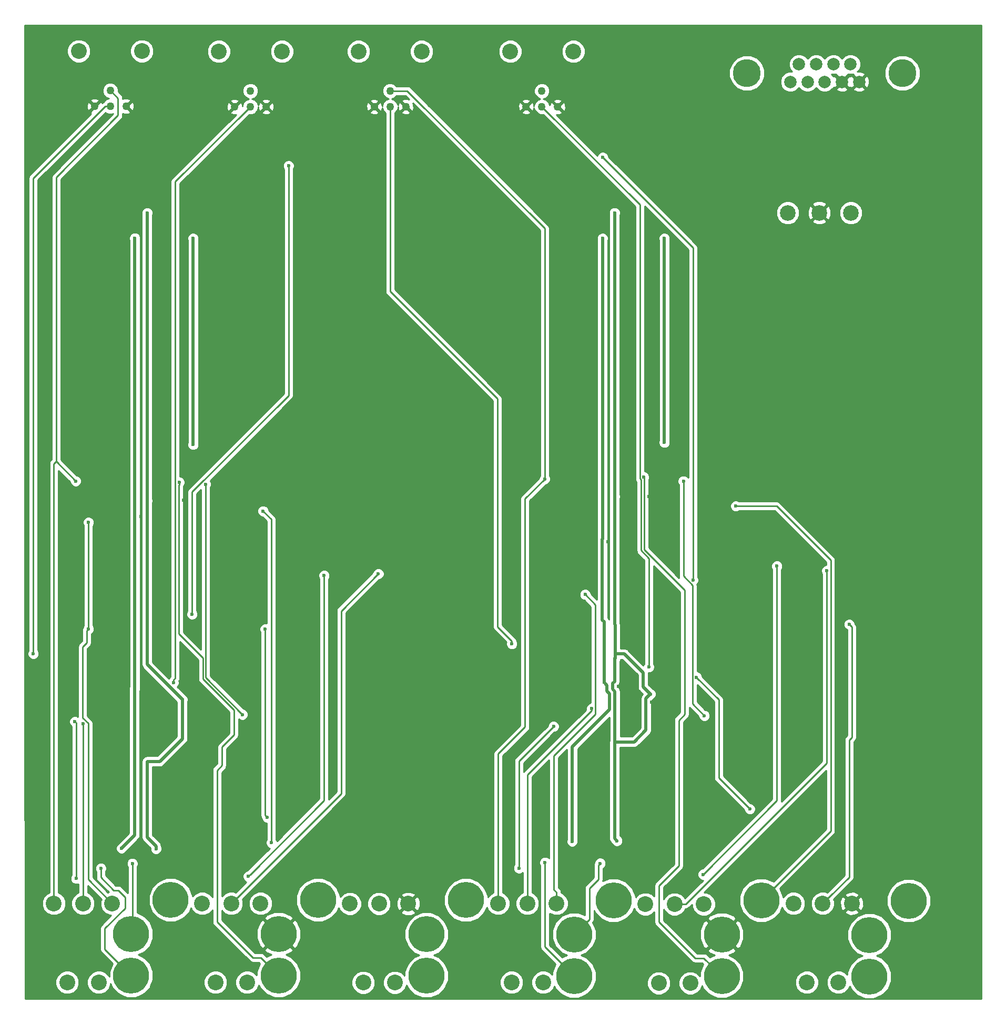
<source format=gbr>
G04 #@! TF.FileFunction,Copper,L2,Bot,Signal*
%FSLAX46Y46*%
G04 Gerber Fmt 4.6, Leading zero omitted, Abs format (unit mm)*
G04 Created by KiCad (PCBNEW 4.0.6-e0-6349~53~ubuntu16.04.1) date Tue Mar 14 17:04:22 2017*
%MOMM*%
%LPD*%
G01*
G04 APERTURE LIST*
%ADD10C,0.100000*%
%ADD11C,0.600000*%
%ADD12C,2.540000*%
%ADD13C,1.270000*%
%ADD14C,5.800000*%
%ADD15C,2.510000*%
%ADD16C,4.500000*%
%ADD17C,2.000000*%
%ADD18C,0.500000*%
%ADD19C,0.250000*%
%ADD20C,0.254000*%
G04 APERTURE END LIST*
D10*
D11*
X132570000Y-162620000D03*
X127180000Y-160850000D03*
X132770000Y-129660000D03*
X57980000Y-124850000D03*
X58140000Y-120150000D03*
X58140000Y-121380000D03*
X58030000Y-186110000D03*
X58490000Y-188140000D03*
X118240000Y-164230000D03*
X131960000Y-187620000D03*
X114500000Y-182360000D03*
X121580000Y-183120000D03*
X120240000Y-136820000D03*
X122300000Y-136790000D03*
X125430000Y-136740000D03*
X140820000Y-156620000D03*
X140910000Y-161290000D03*
X129320000Y-162570000D03*
X118420000Y-159950000D03*
X123930000Y-160040000D03*
X128890000Y-129520000D03*
X126770000Y-128350000D03*
X50120000Y-138990000D03*
X45080000Y-132700000D03*
X47090000Y-132710000D03*
X53980000Y-130060000D03*
X51590000Y-128790000D03*
X65370000Y-159700000D03*
X65480000Y-162590000D03*
X57100000Y-163560000D03*
X40610000Y-163440000D03*
X43230000Y-160560000D03*
X48070000Y-160820000D03*
X159170000Y-77020000D03*
X161260000Y-70560000D03*
D12*
X47244000Y-57785000D03*
X37084000Y-57785000D03*
D13*
X42164000Y-64135000D03*
X42164000Y-66675000D03*
X39624000Y-66675000D03*
X44704000Y-66675000D03*
D14*
X51856800Y-194429000D03*
X45511800Y-199929000D03*
X45511800Y-206629000D03*
D15*
X161384500Y-83828000D03*
X156304500Y-83828000D03*
X151224500Y-83828000D03*
D16*
X169695200Y-61324600D03*
X144655200Y-61324600D03*
D17*
X161330200Y-59904600D03*
X158560200Y-59904600D03*
X155790200Y-59904600D03*
X153020200Y-59904600D03*
X162715200Y-62744600D03*
X159945200Y-62744600D03*
X157175200Y-62744600D03*
X154405200Y-62744600D03*
X151635200Y-62744600D03*
D12*
X69786500Y-57848500D03*
X59626500Y-57848500D03*
D13*
X64706500Y-64198500D03*
X64706500Y-66738500D03*
X62166500Y-66738500D03*
X67246500Y-66738500D03*
D12*
X92265500Y-57848500D03*
X82105500Y-57848500D03*
D13*
X87185500Y-64198500D03*
X87185500Y-66738500D03*
X84645500Y-66738500D03*
X89725500Y-66738500D03*
D12*
X116713000Y-57848500D03*
X106553000Y-57848500D03*
D13*
X111633000Y-64198500D03*
X111633000Y-66738500D03*
X109093000Y-66738500D03*
X114173000Y-66738500D03*
D14*
X75605800Y-194429000D03*
X69260800Y-199929000D03*
X69260800Y-206629000D03*
X99405600Y-194454400D03*
X93060600Y-199954400D03*
X93060600Y-206654400D03*
X123180000Y-194505200D03*
X116835000Y-200005200D03*
X116835000Y-206705200D03*
X146954400Y-194505200D03*
X140609400Y-200005200D03*
X140609400Y-206705200D03*
X170703400Y-194581400D03*
X164358400Y-200081400D03*
X164358400Y-206781400D03*
D12*
X37769800Y-195008500D03*
X33070800Y-195008500D03*
X42468800Y-195008500D03*
X35229800Y-207708500D03*
X40309800Y-207708500D03*
X61645800Y-195008500D03*
X56946800Y-195008500D03*
X66344800Y-195008500D03*
X59105800Y-207708500D03*
X64185800Y-207708500D03*
X85420200Y-195046600D03*
X80721200Y-195046600D03*
X90119200Y-195046600D03*
X82880200Y-207746600D03*
X87960200Y-207746600D03*
X109296200Y-195021200D03*
X104597200Y-195021200D03*
X113995200Y-195021200D03*
X106756200Y-207721200D03*
X111836200Y-207721200D03*
X132994400Y-195122800D03*
X128295400Y-195122800D03*
X137693400Y-195122800D03*
X130454400Y-207822800D03*
X135534400Y-207822800D03*
X156845000Y-195021200D03*
X152146000Y-195021200D03*
X161544000Y-195021200D03*
X154305000Y-207721200D03*
X159385000Y-207721200D03*
D11*
X157000000Y-70600000D03*
X121633989Y-159407087D03*
X116520000Y-185040000D03*
X121400000Y-87920000D03*
X43940000Y-186140000D03*
X46060000Y-160480000D03*
X46100000Y-87910000D03*
X55480000Y-121150000D03*
X131350000Y-87920000D03*
X131350000Y-120800000D03*
X55480000Y-87920000D03*
X123720000Y-184930000D03*
X129100000Y-161300000D03*
X49510000Y-186190000D03*
X53760000Y-162200000D03*
X48090000Y-130150000D03*
X123340000Y-83830000D03*
X123330000Y-129510000D03*
X48090000Y-83828000D03*
X157499992Y-141459238D03*
X36590000Y-127010000D03*
X29760000Y-154800000D03*
X53230000Y-127190000D03*
X68070000Y-185220000D03*
X66740000Y-131830000D03*
X57490000Y-127508000D03*
X63430000Y-164590000D03*
X55320000Y-148440000D03*
X70850000Y-76230000D03*
X36450000Y-165730000D03*
X36650000Y-190990000D03*
X85310000Y-141930000D03*
X45700000Y-188580000D03*
X113520000Y-166510000D03*
X107940000Y-189320000D03*
X136510000Y-158580000D03*
X145110000Y-179800000D03*
X121020000Y-188550000D03*
X40630000Y-189340000D03*
X112130000Y-188410000D03*
X52323323Y-159446677D03*
X112110000Y-126670000D03*
X106810000Y-153220000D03*
X128868892Y-156950000D03*
X64363051Y-190636949D03*
X76580000Y-142220000D03*
X67444990Y-181157041D03*
X67080000Y-150840000D03*
X128030000Y-126340000D03*
X142860000Y-131040000D03*
X149480000Y-140710000D03*
X137610000Y-190330000D03*
X134420000Y-127015000D03*
X137800000Y-164780000D03*
X161110000Y-150070000D03*
X135956949Y-142953051D03*
X121440000Y-74920000D03*
X37760000Y-166070000D03*
X119640387Y-163649875D03*
X38630000Y-133660000D03*
X38630000Y-150810000D03*
X118605400Y-145270000D03*
D18*
X122516012Y-163809559D02*
X122516012Y-161249830D01*
X122117989Y-160851807D02*
X122117989Y-159891087D01*
X121933988Y-159707086D02*
X121633989Y-159407087D01*
X116520000Y-169805571D02*
X122516012Y-163809559D01*
X122117989Y-159891087D02*
X121933988Y-159707086D01*
X121633989Y-149636105D02*
X121633989Y-158982823D01*
X121368999Y-136343119D02*
X121368999Y-149371115D01*
X121368999Y-149371115D02*
X121633989Y-149636105D01*
X122516012Y-161249830D02*
X122117989Y-160851807D01*
X121400000Y-87920000D02*
X121400000Y-136312118D01*
X121633989Y-158982823D02*
X121633989Y-159407087D01*
X116520000Y-185040000D02*
X116520000Y-169805571D01*
X121400000Y-136312118D02*
X121368999Y-136343119D01*
X43940000Y-186140000D02*
X46060000Y-184020000D01*
X46060000Y-184020000D02*
X46060000Y-160480000D01*
X46100000Y-87910000D02*
X46100000Y-160440000D01*
X46100000Y-160440000D02*
X46060000Y-160480000D01*
X55480000Y-121150000D02*
X55480000Y-87920000D01*
X131350000Y-120800000D02*
X131350000Y-87920000D01*
X123432013Y-154830000D02*
X124900000Y-154830000D01*
X127937882Y-157867882D02*
X127937882Y-160137882D01*
X124900000Y-154830000D02*
X127937882Y-157867882D01*
X127937882Y-160137882D02*
X129100000Y-161300000D01*
X123330000Y-155530000D02*
X123477882Y-155530000D01*
X123432013Y-154830000D02*
X123432013Y-155427987D01*
X123432013Y-150188192D02*
X123432013Y-154830000D01*
X123397022Y-160884904D02*
X122998999Y-160486881D01*
X123432013Y-155427987D02*
X123330000Y-155530000D01*
X123330000Y-129150000D02*
X123330000Y-150086179D01*
X122998999Y-160486881D02*
X122998999Y-159593119D01*
X123330000Y-169010000D02*
X123397022Y-168942978D01*
X123397022Y-168942978D02*
X123397022Y-160884904D01*
X122998999Y-159593119D02*
X123330000Y-159262118D01*
X123330000Y-159262118D02*
X123330000Y-155530000D01*
X123330000Y-150086179D02*
X123432013Y-150188192D01*
X126500000Y-169010000D02*
X128388999Y-167121001D01*
X128388999Y-167121001D02*
X128388999Y-162011001D01*
X128388999Y-162011001D02*
X128800001Y-161599999D01*
X128800001Y-161599999D02*
X129100000Y-161300000D01*
X123330000Y-184540000D02*
X123330000Y-169010000D01*
X123330000Y-169010000D02*
X126500000Y-169010000D01*
X53760000Y-162200000D02*
X53760000Y-168510000D01*
X53760000Y-168510000D02*
X50110000Y-172160000D01*
X50110000Y-172160000D02*
X48090000Y-172160000D01*
X48090000Y-184345736D02*
X48090000Y-172160000D01*
X48090000Y-129520000D02*
X48090000Y-155430000D01*
X48090000Y-155430000D02*
X48090000Y-156530000D01*
X48090000Y-156530000D02*
X53760000Y-162200000D01*
X123720000Y-184930000D02*
X123330000Y-184540000D01*
X123330000Y-129150000D02*
X123330000Y-84460000D01*
X123330000Y-129510000D02*
X123330000Y-129150000D01*
X49510000Y-186190000D02*
X49510000Y-185765736D01*
X49510000Y-185765736D02*
X48090000Y-184345736D01*
X48090000Y-129520000D02*
X48090000Y-130150000D01*
X48090000Y-85750000D02*
X48090000Y-129520000D01*
X123330000Y-84460000D02*
X123340000Y-84450000D01*
X123340000Y-84450000D02*
X123340000Y-83830000D01*
X48090000Y-85750000D02*
X48090000Y-83828000D01*
D19*
X157499992Y-141883502D02*
X157499992Y-141459238D01*
X157499992Y-172413259D02*
X157499992Y-141883502D01*
X134790451Y-195122800D02*
X157499992Y-172413259D01*
X132994400Y-195122800D02*
X134790451Y-195122800D01*
X33440000Y-123860000D02*
X33070800Y-124229200D01*
X33070800Y-124229200D02*
X33070800Y-195008500D01*
X33440000Y-78110000D02*
X33440000Y-123860000D01*
X33440000Y-123860000D02*
X36590000Y-127010000D01*
X43400000Y-68150000D02*
X33440000Y-78110000D01*
X43400000Y-65371000D02*
X43400000Y-68150000D01*
X42164000Y-64135000D02*
X43400000Y-65371000D01*
X29750000Y-149880000D02*
X29750000Y-150010000D01*
X29750000Y-149580000D02*
X29750000Y-149880000D01*
X29750000Y-149880000D02*
X29750000Y-154790000D01*
X29750000Y-154790000D02*
X29760000Y-154800000D01*
X29750000Y-78237682D02*
X29750000Y-149580000D01*
X29750000Y-149580000D02*
X29760000Y-149590000D01*
X42164000Y-66675000D02*
X41312682Y-66675000D01*
X41312682Y-66675000D02*
X29750000Y-78237682D01*
X62060000Y-167880000D02*
X62060000Y-163856410D01*
X53230000Y-127614264D02*
X53230000Y-127190000D01*
X53173999Y-151623999D02*
X53173999Y-127670265D01*
X57039989Y-158836400D02*
X57039989Y-155489989D01*
X62060000Y-163856410D02*
X57039989Y-158836400D01*
X60140000Y-172790000D02*
X60140000Y-169800000D01*
X65109001Y-203729001D02*
X59340000Y-197960000D01*
X59340000Y-197960000D02*
X59340000Y-173590000D01*
X57039989Y-155489989D02*
X53173999Y-151623999D01*
X66360801Y-203729001D02*
X65109001Y-203729001D01*
X69260800Y-206629000D02*
X66360801Y-203729001D01*
X59340000Y-173590000D02*
X60140000Y-172790000D01*
X53173999Y-127670265D02*
X53230000Y-127614264D01*
X60140000Y-169800000D02*
X62060000Y-167880000D01*
X68070000Y-133160000D02*
X68070000Y-185220000D01*
X66740000Y-131830000D02*
X68070000Y-133160000D01*
X57490000Y-158650000D02*
X57490000Y-127508000D01*
X63430000Y-164590000D02*
X57490000Y-158650000D01*
X55320000Y-148015736D02*
X55320000Y-148440000D01*
X55320000Y-128752996D02*
X55320000Y-148015736D01*
X70850000Y-113222996D02*
X55320000Y-128752996D01*
X70850000Y-76230000D02*
X70850000Y-113222996D01*
X36650000Y-190990000D02*
X36650000Y-165930000D01*
X36650000Y-165930000D02*
X36450000Y-165730000D01*
X61645800Y-195008500D02*
X79314300Y-177340000D01*
X79314300Y-177340000D02*
X79314300Y-147925700D01*
X79314300Y-147925700D02*
X85310000Y-141930000D01*
X45700000Y-188580000D02*
X45700000Y-199740800D01*
X45700000Y-199740800D02*
X45511800Y-199929000D01*
X107940000Y-189320000D02*
X107940000Y-172090000D01*
X107940000Y-172090000D02*
X113520000Y-166510000D01*
X142720000Y-177410000D02*
X140103999Y-174793999D01*
X140103999Y-174793999D02*
X140103999Y-162173999D01*
X140103999Y-162173999D02*
X136510000Y-158580000D01*
X145110000Y-179800000D02*
X142720000Y-177410000D01*
X121020000Y-188550000D02*
X120720001Y-188849999D01*
X120720001Y-188849999D02*
X120720001Y-191139999D01*
X120720001Y-191139999D02*
X119270000Y-192590000D01*
X119270000Y-192590000D02*
X119270000Y-197570200D01*
X119270000Y-197570200D02*
X116835000Y-200005200D01*
X40630000Y-189340000D02*
X40630000Y-190809098D01*
X40630000Y-190809098D02*
X42710902Y-192890000D01*
X42710902Y-192890000D02*
X43440000Y-192890000D01*
X44520000Y-193970000D02*
X44520000Y-195760000D01*
X44520000Y-195760000D02*
X41270000Y-199010000D01*
X43440000Y-192890000D02*
X44520000Y-193970000D01*
X41270000Y-199010000D02*
X41270000Y-202387200D01*
X41270000Y-202387200D02*
X45511800Y-206629000D01*
X112130000Y-188410000D02*
X112130000Y-202000200D01*
X112130000Y-202000200D02*
X116835000Y-206705200D01*
X52623322Y-78821678D02*
X64071501Y-67373499D01*
X64071501Y-67373499D02*
X64706500Y-66738500D01*
X52623322Y-126871674D02*
X52623322Y-78821678D01*
X52604998Y-158740738D02*
X52604998Y-126889998D01*
X52323323Y-159022413D02*
X52604998Y-158740738D01*
X52604998Y-126889998D02*
X52623322Y-126871674D01*
X52323323Y-159446677D02*
X52323323Y-159022413D01*
X112110000Y-126670000D02*
X108910000Y-129870000D01*
X108910000Y-129870000D02*
X108910000Y-166620000D01*
X108910000Y-166620000D02*
X104597200Y-170932800D01*
X104597200Y-170932800D02*
X104597200Y-195021200D01*
X89960000Y-64190000D02*
X112110000Y-86340000D01*
X112110000Y-86340000D02*
X112110000Y-126670000D01*
X88882682Y-64190000D02*
X89960000Y-64190000D01*
X87185500Y-64198500D02*
X88874182Y-64198500D01*
X88874182Y-64198500D02*
X88882682Y-64190000D01*
X87185500Y-96475500D02*
X104480000Y-113770000D01*
X106810000Y-153220000D02*
X106810000Y-152795736D01*
X106810000Y-152795736D02*
X104480000Y-150465736D01*
X104480000Y-150465736D02*
X104480000Y-113770000D01*
X87185500Y-66738500D02*
X87185500Y-96475500D01*
X128868892Y-139455303D02*
X128868892Y-156950000D01*
X127584998Y-138171409D02*
X128868892Y-139455303D01*
X127404998Y-82510498D02*
X127404998Y-126640002D01*
X111633000Y-66738500D02*
X127404998Y-82510498D01*
X127404998Y-126640002D02*
X127584998Y-126820002D01*
X127584998Y-126820002D02*
X127584998Y-138171409D01*
X76580000Y-178420000D02*
X64663050Y-190336950D01*
X64663050Y-190336950D02*
X64363051Y-190636949D01*
X76580000Y-142220000D02*
X76580000Y-178420000D01*
X67144991Y-180857042D02*
X67444990Y-181157041D01*
X67080000Y-180792051D02*
X67144991Y-180857042D01*
X67080000Y-150840000D02*
X67080000Y-180792051D01*
X128083999Y-138033999D02*
X128083999Y-126393999D01*
X128083999Y-126393999D02*
X128030000Y-126340000D01*
X134640000Y-144590000D02*
X128083999Y-138033999D01*
X134640000Y-164560000D02*
X134640000Y-144590000D01*
X133660000Y-165540000D02*
X134640000Y-164560000D01*
X133660000Y-188970000D02*
X133660000Y-165540000D01*
X130510000Y-192120000D02*
X133660000Y-188970000D01*
X130510000Y-198010000D02*
X130510000Y-192120000D01*
X136305201Y-203805201D02*
X130510000Y-198010000D01*
X140609400Y-206705200D02*
X137709401Y-203805201D01*
X137709401Y-203805201D02*
X136305201Y-203805201D01*
X158125002Y-183334598D02*
X146954400Y-194505200D01*
X158125002Y-139750000D02*
X158125002Y-183334598D01*
X142860000Y-131040000D02*
X149415002Y-131040000D01*
X149415002Y-131040000D02*
X158125002Y-139750000D01*
X137610000Y-190330000D02*
X149480000Y-178460000D01*
X149480000Y-178460000D02*
X149480000Y-140710000D01*
X137800000Y-164780000D02*
X135884998Y-162864998D01*
X135884998Y-162864998D02*
X135884998Y-143764998D01*
X135884998Y-143764998D02*
X134420000Y-142300000D01*
X134420000Y-127439264D02*
X134420000Y-127015000D01*
X134420000Y-142300000D02*
X134420000Y-127439264D01*
X161560009Y-168266401D02*
X161110000Y-168716410D01*
X161560009Y-150520009D02*
X161560009Y-168266401D01*
X161110000Y-150070000D02*
X161560009Y-150520009D01*
X158114999Y-193751201D02*
X156845000Y-195021200D01*
X161110000Y-190756200D02*
X158114999Y-193751201D01*
X161110000Y-168716410D02*
X161110000Y-190756200D01*
X135956949Y-142528787D02*
X135956949Y-142953051D01*
X135956949Y-89436949D02*
X135956949Y-142528787D01*
X121440000Y-74920000D02*
X135956949Y-89436949D01*
X37769800Y-195008500D02*
X37769800Y-166079800D01*
X37769800Y-166079800D02*
X37760000Y-166070000D01*
X109296200Y-195021200D02*
X109296200Y-174313800D01*
X109296200Y-174313800D02*
X119640387Y-163969613D01*
X119640387Y-163969613D02*
X119640387Y-163649875D01*
X38630000Y-150810000D02*
X38330001Y-151109999D01*
X38330001Y-151109999D02*
X38330001Y-153069999D01*
X38330001Y-153069999D02*
X37720000Y-153680000D01*
X37720000Y-153680000D02*
X37720000Y-165104998D01*
X37720000Y-165104998D02*
X38610000Y-165994998D01*
X38610000Y-165994998D02*
X38610000Y-191149700D01*
X38610000Y-191149700D02*
X42468800Y-195008500D01*
X38630000Y-150810000D02*
X38630000Y-133660000D01*
X120265388Y-164524612D02*
X120265388Y-146929988D01*
X113995200Y-195021200D02*
X113995200Y-193225149D01*
X113995200Y-193225149D02*
X113530000Y-192759949D01*
X113530000Y-192759949D02*
X113530000Y-171260000D01*
X113530000Y-171260000D02*
X120265388Y-164524612D01*
X120265388Y-146929988D02*
X118605400Y-145270000D01*
D20*
G36*
X182373000Y-210363000D02*
X28426960Y-210363000D01*
X28426235Y-208085765D01*
X33324470Y-208085765D01*
X33613878Y-208786186D01*
X34149295Y-209322539D01*
X34849210Y-209613168D01*
X35607065Y-209613830D01*
X36307486Y-209324422D01*
X36843839Y-208789005D01*
X37134468Y-208089090D01*
X37135130Y-207331235D01*
X36845722Y-206630814D01*
X36310305Y-206094461D01*
X35610390Y-205803832D01*
X34852535Y-205803170D01*
X34152114Y-206092578D01*
X33615761Y-206627995D01*
X33325132Y-207327910D01*
X33324470Y-208085765D01*
X28426235Y-208085765D01*
X28409324Y-154985167D01*
X28824838Y-154985167D01*
X28966883Y-155328943D01*
X29229673Y-155592192D01*
X29573201Y-155734838D01*
X29945167Y-155735162D01*
X30288943Y-155593117D01*
X30552192Y-155330327D01*
X30694838Y-154986799D01*
X30695162Y-154614833D01*
X30553117Y-154271057D01*
X30510000Y-154227865D01*
X30510000Y-149640273D01*
X30520000Y-149590000D01*
X30510000Y-149539727D01*
X30510000Y-78552484D01*
X41377618Y-67684866D01*
X41443663Y-67751026D01*
X41910273Y-67944779D01*
X42415510Y-67945220D01*
X42610578Y-67864620D01*
X32902599Y-77572599D01*
X32737852Y-77819161D01*
X32680000Y-78110000D01*
X32680000Y-123545198D01*
X32533399Y-123691799D01*
X32368652Y-123938361D01*
X32310800Y-124229200D01*
X32310800Y-193261313D01*
X31993114Y-193392578D01*
X31456761Y-193927995D01*
X31166132Y-194627910D01*
X31165470Y-195385765D01*
X31454878Y-196086186D01*
X31990295Y-196622539D01*
X32690210Y-196913168D01*
X33448065Y-196913830D01*
X34148486Y-196624422D01*
X34684839Y-196089005D01*
X34975468Y-195389090D01*
X34976130Y-194631235D01*
X34686722Y-193930814D01*
X34151305Y-193394461D01*
X33830800Y-193261376D01*
X33830800Y-165915167D01*
X35514838Y-165915167D01*
X35656883Y-166258943D01*
X35890000Y-166492467D01*
X35890000Y-190427537D01*
X35857808Y-190459673D01*
X35715162Y-190803201D01*
X35714838Y-191175167D01*
X35856883Y-191518943D01*
X36119673Y-191782192D01*
X36463201Y-191924838D01*
X36835167Y-191925162D01*
X37009800Y-191853005D01*
X37009800Y-193261313D01*
X36692114Y-193392578D01*
X36155761Y-193927995D01*
X35865132Y-194627910D01*
X35864470Y-195385765D01*
X36153878Y-196086186D01*
X36689295Y-196622539D01*
X37389210Y-196913168D01*
X38147065Y-196913830D01*
X38847486Y-196624422D01*
X39383839Y-196089005D01*
X39674468Y-195389090D01*
X39675130Y-194631235D01*
X39385722Y-193930814D01*
X38850305Y-193394461D01*
X38529800Y-193261376D01*
X38529800Y-192144302D01*
X40695951Y-194310453D01*
X40564132Y-194627910D01*
X40563470Y-195385765D01*
X40852878Y-196086186D01*
X41388295Y-196622539D01*
X42088210Y-196913168D01*
X42291852Y-196913346D01*
X40732599Y-198472599D01*
X40567852Y-198719161D01*
X40510000Y-199010000D01*
X40510000Y-202387200D01*
X40567852Y-202678039D01*
X40732599Y-202924601D01*
X42491853Y-204683855D01*
X41977415Y-205922760D01*
X41976689Y-206754164D01*
X41925722Y-206630814D01*
X41390305Y-206094461D01*
X40690390Y-205803832D01*
X39932535Y-205803170D01*
X39232114Y-206092578D01*
X38695761Y-206627995D01*
X38405132Y-207327910D01*
X38404470Y-208085765D01*
X38693878Y-208786186D01*
X39229295Y-209322539D01*
X39929210Y-209613168D01*
X40687065Y-209613830D01*
X41387486Y-209324422D01*
X41923839Y-208789005D01*
X42214468Y-208089090D01*
X42214628Y-207906141D01*
X42513225Y-208628801D01*
X43506769Y-209624080D01*
X44805560Y-210163385D01*
X46211870Y-210164613D01*
X47511601Y-209627575D01*
X48506880Y-208634031D01*
X48734539Y-208085765D01*
X57200470Y-208085765D01*
X57489878Y-208786186D01*
X58025295Y-209322539D01*
X58725210Y-209613168D01*
X59483065Y-209613830D01*
X60183486Y-209324422D01*
X60719839Y-208789005D01*
X61010468Y-208089090D01*
X61011130Y-207331235D01*
X60721722Y-206630814D01*
X60186305Y-206094461D01*
X59486390Y-205803832D01*
X58728535Y-205803170D01*
X58028114Y-206092578D01*
X57491761Y-206627995D01*
X57201132Y-207327910D01*
X57200470Y-208085765D01*
X48734539Y-208085765D01*
X49046185Y-207335240D01*
X49047413Y-205928930D01*
X48510375Y-204629199D01*
X47516831Y-203633920D01*
X46661589Y-203278793D01*
X47511601Y-202927575D01*
X48506880Y-201934031D01*
X49046185Y-200635240D01*
X49047413Y-199228930D01*
X48510375Y-197929199D01*
X47516831Y-196933920D01*
X46460000Y-196495086D01*
X46460000Y-189142463D01*
X46492192Y-189110327D01*
X46634838Y-188766799D01*
X46635162Y-188394833D01*
X46493117Y-188051057D01*
X46230327Y-187787808D01*
X45886799Y-187645162D01*
X45514833Y-187644838D01*
X45171057Y-187786883D01*
X44907808Y-188049673D01*
X44765162Y-188393201D01*
X44764838Y-188765167D01*
X44906883Y-189108943D01*
X44940000Y-189142118D01*
X44940000Y-193315198D01*
X43977401Y-192352599D01*
X43730839Y-192187852D01*
X43440000Y-192130000D01*
X43025704Y-192130000D01*
X41390000Y-190494296D01*
X41390000Y-189902463D01*
X41422192Y-189870327D01*
X41564838Y-189526799D01*
X41565162Y-189154833D01*
X41423117Y-188811057D01*
X41160327Y-188547808D01*
X40816799Y-188405162D01*
X40444833Y-188404838D01*
X40101057Y-188546883D01*
X39837808Y-188809673D01*
X39695162Y-189153201D01*
X39694838Y-189525167D01*
X39836883Y-189868943D01*
X39870000Y-189902118D01*
X39870000Y-190809098D01*
X39927852Y-191099937D01*
X40092599Y-191346499D01*
X41920104Y-193174004D01*
X41770798Y-193235696D01*
X39370000Y-190834898D01*
X39370000Y-186325167D01*
X43004838Y-186325167D01*
X43146883Y-186668943D01*
X43409673Y-186932192D01*
X43753201Y-187074838D01*
X44125167Y-187075162D01*
X44468943Y-186933117D01*
X44732192Y-186670327D01*
X44782566Y-186549014D01*
X46685787Y-184645792D01*
X46685790Y-184645790D01*
X46877633Y-184358675D01*
X46908932Y-184201326D01*
X46945001Y-184020000D01*
X46945000Y-184019995D01*
X46945000Y-160786822D01*
X46994838Y-160666799D01*
X46995162Y-160294833D01*
X46985000Y-160270239D01*
X46985000Y-88216822D01*
X47034838Y-88096799D01*
X47035162Y-87724833D01*
X46893117Y-87381057D01*
X46630327Y-87117808D01*
X46286799Y-86975162D01*
X45914833Y-86974838D01*
X45571057Y-87116883D01*
X45307808Y-87379673D01*
X45165162Y-87723201D01*
X45164838Y-88095167D01*
X45215000Y-88216569D01*
X45215000Y-160076848D01*
X45125162Y-160293201D01*
X45124838Y-160665167D01*
X45175000Y-160786569D01*
X45175000Y-183653421D01*
X43531164Y-185297256D01*
X43411057Y-185346883D01*
X43147808Y-185609673D01*
X43005162Y-185953201D01*
X43004838Y-186325167D01*
X39370000Y-186325167D01*
X39370000Y-165994998D01*
X39312148Y-165704159D01*
X39147401Y-165457597D01*
X38480000Y-164790196D01*
X38480000Y-153994802D01*
X38867402Y-153607400D01*
X39032149Y-153360838D01*
X39090001Y-153069999D01*
X39090001Y-151631603D01*
X39158943Y-151603117D01*
X39422192Y-151340327D01*
X39564838Y-150996799D01*
X39565162Y-150624833D01*
X39423117Y-150281057D01*
X39390000Y-150247882D01*
X39390000Y-134222463D01*
X39422192Y-134190327D01*
X39564838Y-133846799D01*
X39565162Y-133474833D01*
X39423117Y-133131057D01*
X39160327Y-132867808D01*
X38816799Y-132725162D01*
X38444833Y-132724838D01*
X38101057Y-132866883D01*
X37837808Y-133129673D01*
X37695162Y-133473201D01*
X37694838Y-133845167D01*
X37836883Y-134188943D01*
X37870000Y-134222118D01*
X37870000Y-150247537D01*
X37837808Y-150279673D01*
X37695162Y-150623201D01*
X37695079Y-150718549D01*
X37627853Y-150819160D01*
X37570001Y-151109999D01*
X37570001Y-152755197D01*
X37182599Y-153142599D01*
X37017852Y-153389161D01*
X36960000Y-153680000D01*
X36960000Y-164929367D01*
X36636799Y-164795162D01*
X36264833Y-164794838D01*
X35921057Y-164936883D01*
X35657808Y-165199673D01*
X35515162Y-165543201D01*
X35514838Y-165915167D01*
X33830800Y-165915167D01*
X33830800Y-125325602D01*
X35654878Y-127149680D01*
X35654838Y-127195167D01*
X35796883Y-127538943D01*
X36059673Y-127802192D01*
X36403201Y-127944838D01*
X36775167Y-127945162D01*
X37118943Y-127803117D01*
X37382192Y-127540327D01*
X37524838Y-127196799D01*
X37525162Y-126824833D01*
X37383117Y-126481057D01*
X37120327Y-126217808D01*
X36776799Y-126075162D01*
X36729923Y-126075121D01*
X34200000Y-123545198D01*
X34200000Y-84013167D01*
X47154838Y-84013167D01*
X47205000Y-84134569D01*
X47205000Y-129843178D01*
X47155162Y-129963201D01*
X47154838Y-130335167D01*
X47205000Y-130456569D01*
X47205000Y-156529995D01*
X47204999Y-156530000D01*
X47251387Y-156763201D01*
X47272367Y-156868675D01*
X47393690Y-157050249D01*
X47464210Y-157155790D01*
X52875000Y-162566579D01*
X52875000Y-168143421D01*
X49743420Y-171275000D01*
X48090000Y-171275000D01*
X47751325Y-171342367D01*
X47464210Y-171534210D01*
X47272367Y-171821325D01*
X47205000Y-172160000D01*
X47205000Y-184345731D01*
X47204999Y-184345736D01*
X47253851Y-184591325D01*
X47272367Y-184684411D01*
X47419759Y-184905000D01*
X47464210Y-184971526D01*
X48575093Y-186082408D01*
X48574838Y-186375167D01*
X48716883Y-186718943D01*
X48979673Y-186982192D01*
X49323201Y-187124838D01*
X49695167Y-187125162D01*
X50038943Y-186983117D01*
X50302192Y-186720327D01*
X50444838Y-186376799D01*
X50445162Y-186004833D01*
X50395000Y-185883431D01*
X50395000Y-185765741D01*
X50395001Y-185765736D01*
X50327633Y-185427061D01*
X50274060Y-185346883D01*
X50135790Y-185139946D01*
X50135787Y-185139944D01*
X48975000Y-183979156D01*
X48975000Y-173045000D01*
X50109995Y-173045000D01*
X50110000Y-173045001D01*
X50392484Y-172988810D01*
X50448675Y-172977633D01*
X50735790Y-172785790D01*
X54385787Y-169135792D01*
X54385790Y-169135790D01*
X54577633Y-168848675D01*
X54577634Y-168848674D01*
X54645001Y-168510000D01*
X54645000Y-168509995D01*
X54645000Y-162506822D01*
X54694838Y-162386799D01*
X54695162Y-162014833D01*
X54553117Y-161671057D01*
X54290327Y-161407808D01*
X54169013Y-161357434D01*
X52951906Y-160140327D01*
X53115515Y-159977004D01*
X53258161Y-159633476D01*
X53258485Y-159261510D01*
X53218374Y-159164434D01*
X53307146Y-159031577D01*
X53364998Y-158740738D01*
X53364998Y-152889800D01*
X56279989Y-155804792D01*
X56279989Y-158836400D01*
X56337841Y-159127239D01*
X56502588Y-159373801D01*
X61300000Y-164171212D01*
X61300000Y-167565198D01*
X59602599Y-169262599D01*
X59437852Y-169509161D01*
X59380000Y-169800000D01*
X59380000Y-172475198D01*
X58802599Y-173052599D01*
X58637852Y-173299161D01*
X58580000Y-173590000D01*
X58580000Y-193972630D01*
X58562722Y-193930814D01*
X58027305Y-193394461D01*
X57327390Y-193103832D01*
X56569535Y-193103170D01*
X55869114Y-193392578D01*
X55392291Y-193868569D01*
X55392413Y-193728930D01*
X54855375Y-192429199D01*
X53861831Y-191433920D01*
X52563040Y-190894615D01*
X51156730Y-190893387D01*
X49856999Y-191430425D01*
X48861720Y-192423969D01*
X48322415Y-193722760D01*
X48321187Y-195129070D01*
X48858225Y-196428801D01*
X49851769Y-197424080D01*
X51150560Y-197963385D01*
X52556870Y-197964613D01*
X53856601Y-197427575D01*
X54851880Y-196434031D01*
X55164011Y-195682336D01*
X55330878Y-196086186D01*
X55866295Y-196622539D01*
X56566210Y-196913168D01*
X57324065Y-196913830D01*
X58024486Y-196624422D01*
X58560839Y-196089005D01*
X58580000Y-196042860D01*
X58580000Y-197960000D01*
X58637852Y-198250839D01*
X58802599Y-198497401D01*
X64571600Y-204266402D01*
X64818161Y-204431149D01*
X64866415Y-204440747D01*
X65109001Y-204489001D01*
X66045999Y-204489001D01*
X66240853Y-204683855D01*
X65726415Y-205922760D01*
X65725863Y-206554822D01*
X65266305Y-206094461D01*
X64566390Y-205803832D01*
X63808535Y-205803170D01*
X63108114Y-206092578D01*
X62571761Y-206627995D01*
X62281132Y-207327910D01*
X62280470Y-208085765D01*
X62569878Y-208786186D01*
X63105295Y-209322539D01*
X63805210Y-209613168D01*
X64563065Y-209613830D01*
X65263486Y-209324422D01*
X65799839Y-208789005D01*
X66064781Y-208150951D01*
X66262225Y-208628801D01*
X67255769Y-209624080D01*
X68554560Y-210163385D01*
X69960870Y-210164613D01*
X71260601Y-209627575D01*
X72255880Y-208634031D01*
X72467719Y-208123865D01*
X80974870Y-208123865D01*
X81264278Y-208824286D01*
X81799695Y-209360639D01*
X82499610Y-209651268D01*
X83257465Y-209651930D01*
X83957886Y-209362522D01*
X84494239Y-208827105D01*
X84784868Y-208127190D01*
X84784870Y-208123865D01*
X86054870Y-208123865D01*
X86344278Y-208824286D01*
X86879695Y-209360639D01*
X87579610Y-209651268D01*
X88337465Y-209651930D01*
X89037886Y-209362522D01*
X89574239Y-208827105D01*
X89854543Y-208152056D01*
X90062025Y-208654201D01*
X91055569Y-209649480D01*
X92354360Y-210188785D01*
X93760670Y-210190013D01*
X95060401Y-209652975D01*
X96055680Y-208659431D01*
X96288613Y-208098465D01*
X104850870Y-208098465D01*
X105140278Y-208798886D01*
X105675695Y-209335239D01*
X106375610Y-209625868D01*
X107133465Y-209626530D01*
X107833886Y-209337122D01*
X108370239Y-208801705D01*
X108660868Y-208101790D01*
X108661530Y-207343935D01*
X108372122Y-206643514D01*
X107836705Y-206107161D01*
X107136790Y-205816532D01*
X106378935Y-205815870D01*
X105678514Y-206105278D01*
X105142161Y-206640695D01*
X104851532Y-207340610D01*
X104850870Y-208098465D01*
X96288613Y-208098465D01*
X96594985Y-207360640D01*
X96596213Y-205954330D01*
X96059175Y-204654599D01*
X95065631Y-203659320D01*
X94210389Y-203304193D01*
X95060401Y-202952975D01*
X96055680Y-201959431D01*
X96594985Y-200660640D01*
X96596213Y-199254330D01*
X96059175Y-197954599D01*
X95065631Y-196959320D01*
X93766840Y-196420015D01*
X92360530Y-196418787D01*
X91060799Y-196955825D01*
X90065520Y-197949369D01*
X89526215Y-199248160D01*
X89524987Y-200654470D01*
X90062025Y-201954201D01*
X91055569Y-202949480D01*
X91910811Y-203304607D01*
X91060799Y-203655825D01*
X90065520Y-204649369D01*
X89526215Y-205948160D01*
X89525630Y-206618334D01*
X89040705Y-206132561D01*
X88340790Y-205841932D01*
X87582935Y-205841270D01*
X86882514Y-206130678D01*
X86346161Y-206666095D01*
X86055532Y-207366010D01*
X86054870Y-208123865D01*
X84784870Y-208123865D01*
X84785530Y-207369335D01*
X84496122Y-206668914D01*
X83960705Y-206132561D01*
X83260790Y-205841932D01*
X82502935Y-205841270D01*
X81802514Y-206130678D01*
X81266161Y-206666095D01*
X80975532Y-207366010D01*
X80974870Y-208123865D01*
X72467719Y-208123865D01*
X72795185Y-207335240D01*
X72796413Y-205928930D01*
X72259375Y-204629199D01*
X71265831Y-203633920D01*
X70409717Y-203278431D01*
X71251134Y-202933867D01*
X71275267Y-202917742D01*
X71605682Y-202453487D01*
X69260800Y-200108605D01*
X66915918Y-202453487D01*
X67246333Y-202917742D01*
X68110071Y-203279596D01*
X67314798Y-203608196D01*
X66898202Y-203191600D01*
X66651640Y-203026853D01*
X66360801Y-202969001D01*
X65423803Y-202969001D01*
X63072718Y-200617916D01*
X65722997Y-200617916D01*
X66255933Y-201919334D01*
X66272058Y-201943467D01*
X66736313Y-202273882D01*
X69081195Y-199929000D01*
X69440405Y-199929000D01*
X71785287Y-202273882D01*
X72249542Y-201943467D01*
X72792941Y-200646383D01*
X72798603Y-199240084D01*
X72265667Y-197938666D01*
X72249542Y-197914533D01*
X71785287Y-197584118D01*
X69440405Y-199929000D01*
X69081195Y-199929000D01*
X66736313Y-197584118D01*
X66272058Y-197914533D01*
X65728659Y-199211617D01*
X65722997Y-200617916D01*
X63072718Y-200617916D01*
X60100000Y-197645198D01*
X60100000Y-197404513D01*
X66915918Y-197404513D01*
X69260800Y-199749395D01*
X71605682Y-197404513D01*
X71275267Y-196940258D01*
X69978183Y-196396859D01*
X68571884Y-196391197D01*
X67270466Y-196924133D01*
X67246333Y-196940258D01*
X66915918Y-197404513D01*
X60100000Y-197404513D01*
X60100000Y-196156431D01*
X60565295Y-196622539D01*
X61265210Y-196913168D01*
X62023065Y-196913830D01*
X62723486Y-196624422D01*
X63259839Y-196089005D01*
X63550468Y-195389090D01*
X63550470Y-195385765D01*
X64439470Y-195385765D01*
X64728878Y-196086186D01*
X65264295Y-196622539D01*
X65964210Y-196913168D01*
X66722065Y-196913830D01*
X67422486Y-196624422D01*
X67958839Y-196089005D01*
X68249468Y-195389090D01*
X68249695Y-195129070D01*
X72070187Y-195129070D01*
X72607225Y-196428801D01*
X73600769Y-197424080D01*
X74899560Y-197963385D01*
X76305870Y-197964613D01*
X77605601Y-197427575D01*
X78600880Y-196434031D01*
X78917851Y-195670679D01*
X79105278Y-196124286D01*
X79640695Y-196660639D01*
X80340610Y-196951268D01*
X81098465Y-196951930D01*
X81798886Y-196662522D01*
X82335239Y-196127105D01*
X82625868Y-195427190D01*
X82625870Y-195423865D01*
X83514870Y-195423865D01*
X83804278Y-196124286D01*
X84339695Y-196660639D01*
X85039610Y-196951268D01*
X85797465Y-196951930D01*
X86497886Y-196662522D01*
X86766499Y-196394377D01*
X88951028Y-196394377D01*
X89082720Y-196689257D01*
X89790236Y-196960861D01*
X90547832Y-196941036D01*
X91155680Y-196689257D01*
X91287372Y-196394377D01*
X90119200Y-195226205D01*
X88951028Y-196394377D01*
X86766499Y-196394377D01*
X87034239Y-196127105D01*
X87324868Y-195427190D01*
X87325487Y-194717636D01*
X88204939Y-194717636D01*
X88224764Y-195475232D01*
X88476543Y-196083080D01*
X88771423Y-196214772D01*
X89939595Y-195046600D01*
X90298805Y-195046600D01*
X91466977Y-196214772D01*
X91761857Y-196083080D01*
X92033461Y-195375564D01*
X92013636Y-194617968D01*
X91761857Y-194010120D01*
X91466977Y-193878428D01*
X90298805Y-195046600D01*
X89939595Y-195046600D01*
X88771423Y-193878428D01*
X88476543Y-194010120D01*
X88204939Y-194717636D01*
X87325487Y-194717636D01*
X87325530Y-194669335D01*
X87036122Y-193968914D01*
X86766503Y-193698823D01*
X88951028Y-193698823D01*
X90119200Y-194866995D01*
X91287372Y-193698823D01*
X91155680Y-193403943D01*
X90448164Y-193132339D01*
X89690568Y-193152164D01*
X89082720Y-193403943D01*
X88951028Y-193698823D01*
X86766503Y-193698823D01*
X86500705Y-193432561D01*
X85800790Y-193141932D01*
X85042935Y-193141270D01*
X84342514Y-193430678D01*
X83806161Y-193966095D01*
X83515532Y-194666010D01*
X83514870Y-195423865D01*
X82625870Y-195423865D01*
X82626530Y-194669335D01*
X82337122Y-193968914D01*
X81801705Y-193432561D01*
X81101790Y-193141932D01*
X80343935Y-193141270D01*
X79643514Y-193430678D01*
X79141236Y-193932080D01*
X79141413Y-193728930D01*
X78604375Y-192429199D01*
X77610831Y-191433920D01*
X76312040Y-190894615D01*
X74905730Y-190893387D01*
X73605999Y-191430425D01*
X72610720Y-192423969D01*
X72071415Y-193722760D01*
X72070187Y-195129070D01*
X68249695Y-195129070D01*
X68250130Y-194631235D01*
X67960722Y-193930814D01*
X67425305Y-193394461D01*
X66725390Y-193103832D01*
X65967535Y-193103170D01*
X65267114Y-193392578D01*
X64730761Y-193927995D01*
X64440132Y-194627910D01*
X64439470Y-195385765D01*
X63550470Y-195385765D01*
X63551130Y-194631235D01*
X63418604Y-194310498D01*
X79851701Y-177877401D01*
X80016448Y-177630840D01*
X80074300Y-177340000D01*
X80074300Y-148240502D01*
X85449680Y-142865122D01*
X85495167Y-142865162D01*
X85838943Y-142723117D01*
X86102192Y-142460327D01*
X86244838Y-142116799D01*
X86245162Y-141744833D01*
X86103117Y-141401057D01*
X85840327Y-141137808D01*
X85496799Y-140995162D01*
X85124833Y-140994838D01*
X84781057Y-141136883D01*
X84517808Y-141399673D01*
X84375162Y-141743201D01*
X84375121Y-141790077D01*
X78776899Y-147388299D01*
X78612152Y-147634861D01*
X78554300Y-147925700D01*
X78554300Y-177025198D01*
X77340000Y-178239498D01*
X77340000Y-142782463D01*
X77372192Y-142750327D01*
X77514838Y-142406799D01*
X77515162Y-142034833D01*
X77373117Y-141691057D01*
X77110327Y-141427808D01*
X76766799Y-141285162D01*
X76394833Y-141284838D01*
X76051057Y-141426883D01*
X75787808Y-141689673D01*
X75645162Y-142033201D01*
X75644838Y-142405167D01*
X75786883Y-142748943D01*
X75820000Y-142782118D01*
X75820000Y-178105198D01*
X68971597Y-184953601D01*
X68863117Y-184691057D01*
X68830000Y-184657882D01*
X68830000Y-133160000D01*
X68772148Y-132869161D01*
X68607401Y-132622599D01*
X67675122Y-131690320D01*
X67675162Y-131644833D01*
X67533117Y-131301057D01*
X67270327Y-131037808D01*
X66926799Y-130895162D01*
X66554833Y-130894838D01*
X66211057Y-131036883D01*
X65947808Y-131299673D01*
X65805162Y-131643201D01*
X65804838Y-132015167D01*
X65946883Y-132358943D01*
X66209673Y-132622192D01*
X66553201Y-132764838D01*
X66600077Y-132764879D01*
X67310000Y-133474802D01*
X67310000Y-149923101D01*
X67266799Y-149905162D01*
X66894833Y-149904838D01*
X66551057Y-150046883D01*
X66287808Y-150309673D01*
X66145162Y-150653201D01*
X66144838Y-151025167D01*
X66286883Y-151368943D01*
X66320000Y-151402118D01*
X66320000Y-180792051D01*
X66377852Y-181082890D01*
X66509882Y-181280487D01*
X66509828Y-181342208D01*
X66651873Y-181685984D01*
X66914663Y-181949233D01*
X67258191Y-182091879D01*
X67310000Y-182091924D01*
X67310000Y-184657537D01*
X67277808Y-184689673D01*
X67135162Y-185033201D01*
X67134838Y-185405167D01*
X67276883Y-185748943D01*
X67539673Y-186012192D01*
X67803468Y-186121730D01*
X64223371Y-189701827D01*
X64177884Y-189701787D01*
X63834108Y-189843832D01*
X63570859Y-190106622D01*
X63428213Y-190450150D01*
X63427889Y-190822116D01*
X63569934Y-191165892D01*
X63832724Y-191429141D01*
X64057162Y-191522336D01*
X62343847Y-193235651D01*
X62026390Y-193103832D01*
X61268535Y-193103170D01*
X60568114Y-193392578D01*
X60100000Y-193859875D01*
X60100000Y-173904802D01*
X60677401Y-173327401D01*
X60842148Y-173080839D01*
X60900000Y-172790000D01*
X60900000Y-170114802D01*
X62597401Y-168417401D01*
X62762148Y-168170839D01*
X62820000Y-167880000D01*
X62820000Y-165302380D01*
X62899673Y-165382192D01*
X63243201Y-165524838D01*
X63615167Y-165525162D01*
X63958943Y-165383117D01*
X64222192Y-165120327D01*
X64364838Y-164776799D01*
X64365162Y-164404833D01*
X64223117Y-164061057D01*
X63960327Y-163797808D01*
X63616799Y-163655162D01*
X63569923Y-163655121D01*
X58250000Y-158335198D01*
X58250000Y-128070463D01*
X58282192Y-128038327D01*
X58424838Y-127694799D01*
X58425162Y-127322833D01*
X58283117Y-126979057D01*
X58225979Y-126921819D01*
X71387401Y-113760397D01*
X71552148Y-113513835D01*
X71610000Y-113222996D01*
X71610000Y-76792463D01*
X71642192Y-76760327D01*
X71784838Y-76416799D01*
X71785162Y-76044833D01*
X71643117Y-75701057D01*
X71380327Y-75437808D01*
X71036799Y-75295162D01*
X70664833Y-75294838D01*
X70321057Y-75436883D01*
X70057808Y-75699673D01*
X69915162Y-76043201D01*
X69914838Y-76415167D01*
X70056883Y-76758943D01*
X70090000Y-76792118D01*
X70090000Y-112908194D01*
X54782599Y-128215595D01*
X54617852Y-128462157D01*
X54560000Y-128752996D01*
X54560000Y-147877537D01*
X54527808Y-147909673D01*
X54385162Y-148253201D01*
X54384838Y-148625167D01*
X54526883Y-148968943D01*
X54789673Y-149232192D01*
X55133201Y-149374838D01*
X55505167Y-149375162D01*
X55848943Y-149233117D01*
X56112192Y-148970327D01*
X56254838Y-148626799D01*
X56255162Y-148254833D01*
X56113117Y-147911057D01*
X56080000Y-147877882D01*
X56080000Y-129067798D01*
X56730000Y-128417798D01*
X56730000Y-154105197D01*
X53933999Y-151309197D01*
X53933999Y-127895798D01*
X53955699Y-127786704D01*
X54022192Y-127720327D01*
X54164838Y-127376799D01*
X54165162Y-127004833D01*
X54023117Y-126661057D01*
X53760327Y-126397808D01*
X53416799Y-126255162D01*
X53383322Y-126255133D01*
X53383322Y-88105167D01*
X54544838Y-88105167D01*
X54595000Y-88226569D01*
X54595000Y-120843178D01*
X54545162Y-120963201D01*
X54544838Y-121335167D01*
X54686883Y-121678943D01*
X54949673Y-121942192D01*
X55293201Y-122084838D01*
X55665167Y-122085162D01*
X56008943Y-121943117D01*
X56272192Y-121680327D01*
X56414838Y-121336799D01*
X56415162Y-120964833D01*
X56365000Y-120843431D01*
X56365000Y-88226822D01*
X56414838Y-88106799D01*
X56415162Y-87734833D01*
X56273117Y-87391057D01*
X56010327Y-87127808D01*
X55666799Y-86985162D01*
X55294833Y-86984838D01*
X54951057Y-87126883D01*
X54687808Y-87389673D01*
X54545162Y-87733201D01*
X54544838Y-88105167D01*
X53383322Y-88105167D01*
X53383322Y-79136480D01*
X64511472Y-68008330D01*
X64958010Y-68008720D01*
X65424958Y-67815782D01*
X65614437Y-67626633D01*
X66537972Y-67626633D01*
X66591803Y-67855679D01*
X67069164Y-68021181D01*
X67573523Y-67991406D01*
X67901197Y-67855679D01*
X67955028Y-67626633D01*
X83936972Y-67626633D01*
X83990803Y-67855679D01*
X84468164Y-68021181D01*
X84972523Y-67991406D01*
X85300197Y-67855679D01*
X85354028Y-67626633D01*
X84645500Y-66918105D01*
X83936972Y-67626633D01*
X67955028Y-67626633D01*
X67246500Y-66918105D01*
X66537972Y-67626633D01*
X65614437Y-67626633D01*
X65782526Y-67458837D01*
X65976279Y-66992227D01*
X65976468Y-66775429D01*
X65993594Y-67065523D01*
X66129321Y-67393197D01*
X66358367Y-67447028D01*
X67066895Y-66738500D01*
X67426105Y-66738500D01*
X68134633Y-67447028D01*
X68363679Y-67393197D01*
X68529181Y-66915836D01*
X68508243Y-66561164D01*
X83362819Y-66561164D01*
X83392594Y-67065523D01*
X83528321Y-67393197D01*
X83757367Y-67447028D01*
X84465895Y-66738500D01*
X84825105Y-66738500D01*
X85533633Y-67447028D01*
X85762679Y-67393197D01*
X85915312Y-66952953D01*
X85915280Y-66990010D01*
X86108218Y-67456958D01*
X86425500Y-67774794D01*
X86425500Y-96475500D01*
X86483352Y-96766339D01*
X86648099Y-97012901D01*
X103720000Y-114084802D01*
X103720000Y-150465736D01*
X103777852Y-150756575D01*
X103942599Y-151003137D01*
X105903769Y-152964307D01*
X105875162Y-153033201D01*
X105874838Y-153405167D01*
X106016883Y-153748943D01*
X106279673Y-154012192D01*
X106623201Y-154154838D01*
X106995167Y-154155162D01*
X107338943Y-154013117D01*
X107602192Y-153750327D01*
X107744838Y-153406799D01*
X107745162Y-153034833D01*
X107603117Y-152691057D01*
X107535755Y-152623578D01*
X107512148Y-152504897D01*
X107347401Y-152258335D01*
X105240000Y-150150934D01*
X105240000Y-113770000D01*
X105182148Y-113479161D01*
X105182148Y-113479160D01*
X105017401Y-113232599D01*
X87945500Y-96160698D01*
X87945500Y-67774312D01*
X88093436Y-67626633D01*
X89016972Y-67626633D01*
X89070803Y-67855679D01*
X89548164Y-68021181D01*
X90052523Y-67991406D01*
X90380197Y-67855679D01*
X90434028Y-67626633D01*
X89725500Y-66918105D01*
X89016972Y-67626633D01*
X88093436Y-67626633D01*
X88261526Y-67458837D01*
X88455279Y-66992227D01*
X88455468Y-66775429D01*
X88472594Y-67065523D01*
X88608321Y-67393197D01*
X88837367Y-67447028D01*
X89545895Y-66738500D01*
X88837367Y-66029972D01*
X88608321Y-66083803D01*
X88455688Y-66524047D01*
X88455720Y-66486990D01*
X88262782Y-66020042D01*
X87905837Y-65662474D01*
X87439227Y-65468721D01*
X87437012Y-65468719D01*
X87903958Y-65275782D01*
X88221794Y-64958500D01*
X88874182Y-64958500D01*
X88916914Y-64950000D01*
X89645198Y-64950000D01*
X90282725Y-65587527D01*
X89902836Y-65455819D01*
X89398477Y-65485594D01*
X89070803Y-65621321D01*
X89016972Y-65850367D01*
X89725500Y-66558895D01*
X89739643Y-66544753D01*
X89919248Y-66724358D01*
X89905105Y-66738500D01*
X90613633Y-67447028D01*
X90842679Y-67393197D01*
X91008181Y-66915836D01*
X90978406Y-66411477D01*
X90887706Y-66192508D01*
X111350000Y-86654802D01*
X111350000Y-126107537D01*
X111317808Y-126139673D01*
X111175162Y-126483201D01*
X111175121Y-126530077D01*
X108372599Y-129332599D01*
X108207852Y-129579161D01*
X108150000Y-129870000D01*
X108150000Y-166305198D01*
X104059799Y-170395399D01*
X103895052Y-170641961D01*
X103837200Y-170932800D01*
X103837200Y-193274013D01*
X103519514Y-193405278D01*
X102983161Y-193940695D01*
X102940962Y-194042323D01*
X102941213Y-193754330D01*
X102404175Y-192454599D01*
X101410631Y-191459320D01*
X100111840Y-190920015D01*
X98705530Y-190918787D01*
X97405799Y-191455825D01*
X96410520Y-192449369D01*
X95871215Y-193748160D01*
X95869987Y-195154470D01*
X96407025Y-196454201D01*
X97400569Y-197449480D01*
X98699360Y-197988785D01*
X100105670Y-197990013D01*
X101405401Y-197452975D01*
X102400680Y-196459431D01*
X102766366Y-195578760D01*
X102981278Y-196098886D01*
X103516695Y-196635239D01*
X104216610Y-196925868D01*
X104974465Y-196926530D01*
X105674886Y-196637122D01*
X106211239Y-196101705D01*
X106501868Y-195401790D01*
X106502530Y-194643935D01*
X106213122Y-193943514D01*
X105677705Y-193407161D01*
X105357200Y-193274076D01*
X105357200Y-189505167D01*
X107004838Y-189505167D01*
X107146883Y-189848943D01*
X107409673Y-190112192D01*
X107753201Y-190254838D01*
X108125167Y-190255162D01*
X108468943Y-190113117D01*
X108536200Y-190045977D01*
X108536200Y-193274013D01*
X108218514Y-193405278D01*
X107682161Y-193940695D01*
X107391532Y-194640610D01*
X107390870Y-195398465D01*
X107680278Y-196098886D01*
X108215695Y-196635239D01*
X108915610Y-196925868D01*
X109673465Y-196926530D01*
X110373886Y-196637122D01*
X110910239Y-196101705D01*
X111200868Y-195401790D01*
X111201530Y-194643935D01*
X110912122Y-193943514D01*
X110376705Y-193407161D01*
X110056200Y-193274076D01*
X110056200Y-174628602D01*
X112770000Y-171914802D01*
X112770000Y-187727673D01*
X112660327Y-187617808D01*
X112316799Y-187475162D01*
X111944833Y-187474838D01*
X111601057Y-187616883D01*
X111337808Y-187879673D01*
X111195162Y-188223201D01*
X111194838Y-188595167D01*
X111336883Y-188938943D01*
X111370000Y-188972118D01*
X111370000Y-202000200D01*
X111427852Y-202291039D01*
X111592599Y-202537601D01*
X113815053Y-204760055D01*
X113300615Y-205998960D01*
X113300185Y-206491311D01*
X112916705Y-206107161D01*
X112216790Y-205816532D01*
X111458935Y-205815870D01*
X110758514Y-206105278D01*
X110222161Y-206640695D01*
X109931532Y-207340610D01*
X109930870Y-208098465D01*
X110220278Y-208798886D01*
X110755695Y-209335239D01*
X111455610Y-209625868D01*
X112213465Y-209626530D01*
X112913886Y-209337122D01*
X113450239Y-208801705D01*
X113663836Y-208287304D01*
X113836425Y-208705001D01*
X114829969Y-209700280D01*
X116128760Y-210239585D01*
X117535070Y-210240813D01*
X118834801Y-209703775D01*
X119830080Y-208710231D01*
X120041919Y-208200065D01*
X128549070Y-208200065D01*
X128838478Y-208900486D01*
X129373895Y-209436839D01*
X130073810Y-209727468D01*
X130831665Y-209728130D01*
X131532086Y-209438722D01*
X132068439Y-208903305D01*
X132359068Y-208203390D01*
X132359730Y-207445535D01*
X132070322Y-206745114D01*
X131534905Y-206208761D01*
X130834990Y-205918132D01*
X130077135Y-205917470D01*
X129376714Y-206206878D01*
X128840361Y-206742295D01*
X128549732Y-207442210D01*
X128549070Y-208200065D01*
X120041919Y-208200065D01*
X120369385Y-207411440D01*
X120370613Y-206005130D01*
X119833575Y-204705399D01*
X118840031Y-203710120D01*
X117984789Y-203354993D01*
X118834801Y-203003775D01*
X119830080Y-202010231D01*
X120369385Y-200711440D01*
X120370613Y-199305130D01*
X119849667Y-198044345D01*
X119972148Y-197861039D01*
X120030000Y-197570200D01*
X120030000Y-196138525D01*
X120181425Y-196505001D01*
X121174969Y-197500280D01*
X122473760Y-198039585D01*
X123880070Y-198040813D01*
X125179801Y-197503775D01*
X126175080Y-196510231D01*
X126492051Y-195746879D01*
X126679478Y-196200486D01*
X127214895Y-196736839D01*
X127914810Y-197027468D01*
X128672665Y-197028130D01*
X129373086Y-196738722D01*
X129750000Y-196362466D01*
X129750000Y-198010000D01*
X129807852Y-198300839D01*
X129972599Y-198547401D01*
X135767800Y-204342602D01*
X136014362Y-204507349D01*
X136305201Y-204565201D01*
X137394599Y-204565201D01*
X137589453Y-204760055D01*
X137075015Y-205998960D01*
X137074430Y-206669089D01*
X136614905Y-206208761D01*
X135914990Y-205918132D01*
X135157135Y-205917470D01*
X134456714Y-206206878D01*
X133920361Y-206742295D01*
X133629732Y-207442210D01*
X133629070Y-208200065D01*
X133918478Y-208900486D01*
X134453895Y-209436839D01*
X135153810Y-209727468D01*
X135911665Y-209728130D01*
X136612086Y-209438722D01*
X137148439Y-208903305D01*
X137421272Y-208246248D01*
X137610825Y-208705001D01*
X138604369Y-209700280D01*
X139903160Y-210239585D01*
X141309470Y-210240813D01*
X142609201Y-209703775D01*
X143604480Y-208710231D01*
X143858507Y-208098465D01*
X152399670Y-208098465D01*
X152689078Y-208798886D01*
X153224495Y-209335239D01*
X153924410Y-209625868D01*
X154682265Y-209626530D01*
X155382686Y-209337122D01*
X155919039Y-208801705D01*
X156209668Y-208101790D01*
X156209670Y-208098465D01*
X157479670Y-208098465D01*
X157769078Y-208798886D01*
X158304495Y-209335239D01*
X159004410Y-209625868D01*
X159762265Y-209626530D01*
X160462686Y-209337122D01*
X160999039Y-208801705D01*
X161184123Y-208355971D01*
X161359825Y-208781201D01*
X162353369Y-209776480D01*
X163652160Y-210315785D01*
X165058470Y-210317013D01*
X166358201Y-209779975D01*
X167353480Y-208786431D01*
X167892785Y-207487640D01*
X167894013Y-206081330D01*
X167356975Y-204781599D01*
X166363431Y-203786320D01*
X165508189Y-203431193D01*
X166358201Y-203079975D01*
X167353480Y-202086431D01*
X167892785Y-200787640D01*
X167894013Y-199381330D01*
X167356975Y-198081599D01*
X166363431Y-197086320D01*
X165064640Y-196547015D01*
X163658330Y-196545787D01*
X162358599Y-197082825D01*
X161363320Y-198076369D01*
X160824015Y-199375160D01*
X160822787Y-200781470D01*
X161359825Y-202081201D01*
X162353369Y-203076480D01*
X163208611Y-203431607D01*
X162358599Y-203782825D01*
X161363320Y-204776369D01*
X160824015Y-206075160D01*
X160823674Y-206465956D01*
X160465505Y-206107161D01*
X159765590Y-205816532D01*
X159007735Y-205815870D01*
X158307314Y-206105278D01*
X157770961Y-206640695D01*
X157480332Y-207340610D01*
X157479670Y-208098465D01*
X156209670Y-208098465D01*
X156210330Y-207343935D01*
X155920922Y-206643514D01*
X155385505Y-206107161D01*
X154685590Y-205816532D01*
X153927735Y-205815870D01*
X153227314Y-206105278D01*
X152690961Y-206640695D01*
X152400332Y-207340610D01*
X152399670Y-208098465D01*
X143858507Y-208098465D01*
X144143785Y-207411440D01*
X144145013Y-206005130D01*
X143607975Y-204705399D01*
X142614431Y-203710120D01*
X141758317Y-203354631D01*
X142599734Y-203010067D01*
X142623867Y-202993942D01*
X142954282Y-202529687D01*
X140609400Y-200184805D01*
X138264518Y-202529687D01*
X138594933Y-202993942D01*
X139458671Y-203355796D01*
X138663398Y-203684396D01*
X138246802Y-203267800D01*
X138000240Y-203103053D01*
X137709401Y-203045201D01*
X136620003Y-203045201D01*
X134268918Y-200694116D01*
X137071597Y-200694116D01*
X137604533Y-201995534D01*
X137620658Y-202019667D01*
X138084913Y-202350082D01*
X140429795Y-200005200D01*
X140789005Y-200005200D01*
X143133887Y-202350082D01*
X143598142Y-202019667D01*
X144141541Y-200722583D01*
X144147203Y-199316284D01*
X143614267Y-198014866D01*
X143598142Y-197990733D01*
X143133887Y-197660318D01*
X140789005Y-200005200D01*
X140429795Y-200005200D01*
X138084913Y-197660318D01*
X137620658Y-197990733D01*
X137077259Y-199287817D01*
X137071597Y-200694116D01*
X134268918Y-200694116D01*
X131270000Y-197695198D01*
X131270000Y-197480713D01*
X138264518Y-197480713D01*
X140609400Y-199825595D01*
X142954282Y-197480713D01*
X142623867Y-197016458D01*
X141326783Y-196473059D01*
X139920484Y-196467397D01*
X138619066Y-197000333D01*
X138594933Y-197016458D01*
X138264518Y-197480713D01*
X131270000Y-197480713D01*
X131270000Y-195937949D01*
X131378478Y-196200486D01*
X131913895Y-196736839D01*
X132613810Y-197027468D01*
X133371665Y-197028130D01*
X134072086Y-196738722D01*
X134608439Y-196203305D01*
X134741524Y-195882800D01*
X134790451Y-195882800D01*
X135081290Y-195824948D01*
X135327852Y-195660201D01*
X135788332Y-195199721D01*
X135788070Y-195500065D01*
X136077478Y-196200486D01*
X136612895Y-196736839D01*
X137312810Y-197027468D01*
X138070665Y-197028130D01*
X138771086Y-196738722D01*
X139307439Y-196203305D01*
X139598068Y-195503390D01*
X139598730Y-194745535D01*
X139309322Y-194045114D01*
X138773905Y-193508761D01*
X138073990Y-193218132D01*
X137770186Y-193217867D01*
X157365002Y-173623051D01*
X157365002Y-183019796D01*
X148899545Y-191485253D01*
X147660640Y-190970815D01*
X146254330Y-190969587D01*
X144954599Y-191506625D01*
X143959320Y-192500169D01*
X143420015Y-193798960D01*
X143418787Y-195205270D01*
X143955825Y-196505001D01*
X144949369Y-197500280D01*
X146248160Y-198039585D01*
X147654470Y-198040813D01*
X148954201Y-197503775D01*
X149949480Y-196510231D01*
X150325687Y-195604223D01*
X150530078Y-196098886D01*
X151065495Y-196635239D01*
X151765410Y-196925868D01*
X152523265Y-196926530D01*
X153223686Y-196637122D01*
X153760039Y-196101705D01*
X154050668Y-195401790D01*
X154050670Y-195398465D01*
X154939670Y-195398465D01*
X155229078Y-196098886D01*
X155764495Y-196635239D01*
X156464410Y-196925868D01*
X157222265Y-196926530D01*
X157922686Y-196637122D01*
X158191299Y-196368977D01*
X160375828Y-196368977D01*
X160507520Y-196663857D01*
X161215036Y-196935461D01*
X161972632Y-196915636D01*
X162580480Y-196663857D01*
X162712172Y-196368977D01*
X161544000Y-195200805D01*
X160375828Y-196368977D01*
X158191299Y-196368977D01*
X158459039Y-196101705D01*
X158749668Y-195401790D01*
X158750287Y-194692236D01*
X159629739Y-194692236D01*
X159649564Y-195449832D01*
X159901343Y-196057680D01*
X160196223Y-196189372D01*
X161364395Y-195021200D01*
X161723605Y-195021200D01*
X162891777Y-196189372D01*
X163186657Y-196057680D01*
X163458261Y-195350164D01*
X163456464Y-195281470D01*
X167167787Y-195281470D01*
X167704825Y-196581201D01*
X168698369Y-197576480D01*
X169997160Y-198115785D01*
X171403470Y-198117013D01*
X172703201Y-197579975D01*
X173698480Y-196586431D01*
X174237785Y-195287640D01*
X174239013Y-193881330D01*
X173701975Y-192581599D01*
X172708431Y-191586320D01*
X171409640Y-191047015D01*
X170003330Y-191045787D01*
X168703599Y-191582825D01*
X167708320Y-192576369D01*
X167169015Y-193875160D01*
X167167787Y-195281470D01*
X163456464Y-195281470D01*
X163438436Y-194592568D01*
X163186657Y-193984720D01*
X162891777Y-193853028D01*
X161723605Y-195021200D01*
X161364395Y-195021200D01*
X160196223Y-193853028D01*
X159901343Y-193984720D01*
X159629739Y-194692236D01*
X158750287Y-194692236D01*
X158750330Y-194643935D01*
X158617804Y-194323198D01*
X159267579Y-193673423D01*
X160375828Y-193673423D01*
X161544000Y-194841595D01*
X162712172Y-193673423D01*
X162580480Y-193378543D01*
X161872964Y-193106939D01*
X161115368Y-193126764D01*
X160507520Y-193378543D01*
X160375828Y-193673423D01*
X159267579Y-193673423D01*
X161647401Y-191293601D01*
X161812148Y-191047039D01*
X161870000Y-190756200D01*
X161870000Y-169031212D01*
X162097410Y-168803802D01*
X162262157Y-168557240D01*
X162320009Y-168266401D01*
X162320009Y-150520009D01*
X162262157Y-150229170D01*
X162097410Y-149982608D01*
X162045122Y-149930320D01*
X162045162Y-149884833D01*
X161903117Y-149541057D01*
X161640327Y-149277808D01*
X161296799Y-149135162D01*
X160924833Y-149134838D01*
X160581057Y-149276883D01*
X160317808Y-149539673D01*
X160175162Y-149883201D01*
X160174838Y-150255167D01*
X160316883Y-150598943D01*
X160579673Y-150862192D01*
X160800009Y-150953684D01*
X160800009Y-167951599D01*
X160572599Y-168179009D01*
X160407852Y-168425571D01*
X160350000Y-168716410D01*
X160350000Y-190441398D01*
X157543047Y-193248351D01*
X157225590Y-193116532D01*
X156467735Y-193115870D01*
X155767314Y-193405278D01*
X155230961Y-193940695D01*
X154940332Y-194640610D01*
X154939670Y-195398465D01*
X154050670Y-195398465D01*
X154051330Y-194643935D01*
X153761922Y-193943514D01*
X153226505Y-193407161D01*
X152526590Y-193116532D01*
X151768735Y-193115870D01*
X151068314Y-193405278D01*
X150531961Y-193940695D01*
X150489806Y-194042216D01*
X150490013Y-193805130D01*
X149975204Y-192559198D01*
X158662403Y-183871999D01*
X158827150Y-183625437D01*
X158885002Y-183334598D01*
X158885002Y-139750000D01*
X158827150Y-139459161D01*
X158662403Y-139212599D01*
X149952403Y-130502599D01*
X149705841Y-130337852D01*
X149415002Y-130280000D01*
X143422463Y-130280000D01*
X143390327Y-130247808D01*
X143046799Y-130105162D01*
X142674833Y-130104838D01*
X142331057Y-130246883D01*
X142067808Y-130509673D01*
X141925162Y-130853201D01*
X141924838Y-131225167D01*
X142066883Y-131568943D01*
X142329673Y-131832192D01*
X142673201Y-131974838D01*
X143045167Y-131975162D01*
X143388943Y-131833117D01*
X143422118Y-131800000D01*
X149100200Y-131800000D01*
X157365002Y-140064802D01*
X157365002Y-140524120D01*
X157314825Y-140524076D01*
X156971049Y-140666121D01*
X156707800Y-140928911D01*
X156565154Y-141272439D01*
X156564830Y-141644405D01*
X156706875Y-141988181D01*
X156739992Y-142021356D01*
X156739992Y-172098457D01*
X150205622Y-178632827D01*
X150240000Y-178460000D01*
X150240000Y-141272463D01*
X150272192Y-141240327D01*
X150414838Y-140896799D01*
X150415162Y-140524833D01*
X150273117Y-140181057D01*
X150010327Y-139917808D01*
X149666799Y-139775162D01*
X149294833Y-139774838D01*
X148951057Y-139916883D01*
X148687808Y-140179673D01*
X148545162Y-140523201D01*
X148544838Y-140895167D01*
X148686883Y-141238943D01*
X148720000Y-141272118D01*
X148720000Y-178145198D01*
X137470320Y-189394878D01*
X137424833Y-189394838D01*
X137081057Y-189536883D01*
X136817808Y-189799673D01*
X136675162Y-190143201D01*
X136674838Y-190515167D01*
X136816883Y-190858943D01*
X137079673Y-191122192D01*
X137423201Y-191264838D01*
X137573480Y-191264969D01*
X134663832Y-194174617D01*
X134610322Y-194045114D01*
X134074905Y-193508761D01*
X133374990Y-193218132D01*
X132617135Y-193217470D01*
X131916714Y-193506878D01*
X131380361Y-194042295D01*
X131270000Y-194308075D01*
X131270000Y-192434802D01*
X134197401Y-189507401D01*
X134362148Y-189260839D01*
X134420000Y-188970000D01*
X134420000Y-165854802D01*
X135177401Y-165097401D01*
X135342148Y-164850840D01*
X135400000Y-164560000D01*
X135400000Y-163454802D01*
X136864878Y-164919680D01*
X136864838Y-164965167D01*
X137006883Y-165308943D01*
X137269673Y-165572192D01*
X137613201Y-165714838D01*
X137985167Y-165715162D01*
X138328943Y-165573117D01*
X138592192Y-165310327D01*
X138734838Y-164966799D01*
X138735162Y-164594833D01*
X138593117Y-164251057D01*
X138330327Y-163987808D01*
X137986799Y-163845162D01*
X137939923Y-163845121D01*
X136644998Y-162550196D01*
X136644998Y-159789800D01*
X139343999Y-162488801D01*
X139343999Y-174793999D01*
X139401851Y-175084838D01*
X139566598Y-175331400D01*
X144174878Y-179939680D01*
X144174838Y-179985167D01*
X144316883Y-180328943D01*
X144579673Y-180592192D01*
X144923201Y-180734838D01*
X145295167Y-180735162D01*
X145638943Y-180593117D01*
X145902192Y-180330327D01*
X146044838Y-179986799D01*
X146045162Y-179614833D01*
X145903117Y-179271057D01*
X145640327Y-179007808D01*
X145296799Y-178865162D01*
X145249923Y-178865121D01*
X140863999Y-174479197D01*
X140863999Y-162173999D01*
X140806147Y-161883160D01*
X140641400Y-161636598D01*
X137445122Y-158440320D01*
X137445162Y-158394833D01*
X137303117Y-158051057D01*
X137040327Y-157787808D01*
X136696799Y-157645162D01*
X136644998Y-157645117D01*
X136644998Y-143764998D01*
X136615514Y-143616772D01*
X136749141Y-143483378D01*
X136891787Y-143139850D01*
X136892111Y-142767884D01*
X136750066Y-142424108D01*
X136716949Y-142390933D01*
X136716949Y-89436949D01*
X136659097Y-89146110D01*
X136494350Y-88899548D01*
X131797097Y-84202295D01*
X149334173Y-84202295D01*
X149621302Y-84897200D01*
X150152503Y-85429330D01*
X150846906Y-85717671D01*
X151598795Y-85718327D01*
X152293700Y-85431198D01*
X152560429Y-85164934D01*
X155147171Y-85164934D01*
X155277030Y-85458257D01*
X155979114Y-85727357D01*
X156730735Y-85707297D01*
X157331970Y-85458257D01*
X157461829Y-85164934D01*
X156304500Y-84007605D01*
X155147171Y-85164934D01*
X152560429Y-85164934D01*
X152825830Y-84899997D01*
X153114171Y-84205594D01*
X153114784Y-83502614D01*
X154405143Y-83502614D01*
X154425203Y-84254235D01*
X154674243Y-84855470D01*
X154967566Y-84985329D01*
X156124895Y-83828000D01*
X156484105Y-83828000D01*
X157641434Y-84985329D01*
X157934757Y-84855470D01*
X158185110Y-84202295D01*
X159494173Y-84202295D01*
X159781302Y-84897200D01*
X160312503Y-85429330D01*
X161006906Y-85717671D01*
X161758795Y-85718327D01*
X162453700Y-85431198D01*
X162985830Y-84899997D01*
X163274171Y-84205594D01*
X163274827Y-83453705D01*
X162987698Y-82758800D01*
X162456497Y-82226670D01*
X161762094Y-81938329D01*
X161010205Y-81937673D01*
X160315300Y-82224802D01*
X159783170Y-82756003D01*
X159494829Y-83450406D01*
X159494173Y-84202295D01*
X158185110Y-84202295D01*
X158203857Y-84153386D01*
X158183797Y-83401765D01*
X157934757Y-82800530D01*
X157641434Y-82670671D01*
X156484105Y-83828000D01*
X156124895Y-83828000D01*
X154967566Y-82670671D01*
X154674243Y-82800530D01*
X154405143Y-83502614D01*
X153114784Y-83502614D01*
X153114827Y-83453705D01*
X152827698Y-82758800D01*
X152560432Y-82491066D01*
X155147171Y-82491066D01*
X156304500Y-83648395D01*
X157461829Y-82491066D01*
X157331970Y-82197743D01*
X156629886Y-81928643D01*
X155878265Y-81948703D01*
X155277030Y-82197743D01*
X155147171Y-82491066D01*
X152560432Y-82491066D01*
X152296497Y-82226670D01*
X151602094Y-81938329D01*
X150850205Y-81937673D01*
X150155300Y-82224802D01*
X149623170Y-82756003D01*
X149334829Y-83450406D01*
X149334173Y-84202295D01*
X131797097Y-84202295D01*
X122375122Y-74780320D01*
X122375162Y-74734833D01*
X122233117Y-74391057D01*
X121970327Y-74127808D01*
X121626799Y-73985162D01*
X121254833Y-73984838D01*
X120911057Y-74126883D01*
X120647808Y-74389673D01*
X120563063Y-74593761D01*
X113987733Y-68018431D01*
X113995664Y-68021181D01*
X114500023Y-67991406D01*
X114827697Y-67855679D01*
X114881528Y-67626633D01*
X114173000Y-66918105D01*
X114158858Y-66932248D01*
X113979253Y-66752643D01*
X113993395Y-66738500D01*
X114352605Y-66738500D01*
X115061133Y-67447028D01*
X115290179Y-67393197D01*
X115455681Y-66915836D01*
X115425906Y-66411477D01*
X115290179Y-66083803D01*
X115061133Y-66029972D01*
X114352605Y-66738500D01*
X113993395Y-66738500D01*
X113284867Y-66029972D01*
X113055821Y-66083803D01*
X112903188Y-66524047D01*
X112903220Y-66486990D01*
X112710282Y-66020042D01*
X112540903Y-65850367D01*
X113464472Y-65850367D01*
X114173000Y-66558895D01*
X114881528Y-65850367D01*
X114827697Y-65621321D01*
X114350336Y-65455819D01*
X113845977Y-65485594D01*
X113518303Y-65621321D01*
X113464472Y-65850367D01*
X112540903Y-65850367D01*
X112353337Y-65662474D01*
X111886727Y-65468721D01*
X111884512Y-65468719D01*
X112351458Y-65275782D01*
X112709026Y-64918837D01*
X112902779Y-64452227D01*
X112903220Y-63946990D01*
X112710282Y-63480042D01*
X112353337Y-63122474D01*
X111886727Y-62928721D01*
X111381490Y-62928280D01*
X110914542Y-63121218D01*
X110556974Y-63478163D01*
X110363221Y-63944773D01*
X110362780Y-64450010D01*
X110555718Y-64916958D01*
X110912663Y-65274526D01*
X111379273Y-65468279D01*
X111381488Y-65468281D01*
X110914542Y-65661218D01*
X110556974Y-66018163D01*
X110363221Y-66484773D01*
X110363032Y-66701571D01*
X110345906Y-66411477D01*
X110210179Y-66083803D01*
X109981133Y-66029972D01*
X109272605Y-66738500D01*
X109981133Y-67447028D01*
X110210179Y-67393197D01*
X110362812Y-66952953D01*
X110362780Y-66990010D01*
X110555718Y-67456958D01*
X110912663Y-67814526D01*
X111379273Y-68008279D01*
X111828369Y-68008671D01*
X126644998Y-82825300D01*
X126644998Y-126640002D01*
X126702850Y-126930841D01*
X126824998Y-127113649D01*
X126824998Y-138171409D01*
X126882850Y-138462248D01*
X127047597Y-138708810D01*
X128108892Y-139770105D01*
X128108892Y-156387537D01*
X128076700Y-156419673D01*
X127978278Y-156656699D01*
X125525790Y-154204210D01*
X125451899Y-154154838D01*
X125238675Y-154012367D01*
X125182484Y-154001190D01*
X124900000Y-153944999D01*
X124899995Y-153945000D01*
X124317013Y-153945000D01*
X124317013Y-150188197D01*
X124317014Y-150188192D01*
X124249646Y-149849517D01*
X124215000Y-149797666D01*
X124215000Y-129816822D01*
X124264838Y-129696799D01*
X124265162Y-129324833D01*
X124215000Y-129203431D01*
X124215000Y-84500277D01*
X124225001Y-84450000D01*
X124225000Y-84449995D01*
X124225000Y-84136822D01*
X124274838Y-84016799D01*
X124275162Y-83644833D01*
X124133117Y-83301057D01*
X123870327Y-83037808D01*
X123526799Y-82895162D01*
X123154833Y-82894838D01*
X122811057Y-83036883D01*
X122547808Y-83299673D01*
X122405162Y-83643201D01*
X122404838Y-84015167D01*
X122455000Y-84136569D01*
X122455000Y-84409723D01*
X122444999Y-84460000D01*
X122445000Y-84460005D01*
X122445000Y-129203178D01*
X122395162Y-129323201D01*
X122394838Y-129695167D01*
X122445000Y-129816569D01*
X122445000Y-149287519D01*
X122259779Y-149010315D01*
X122259776Y-149010313D01*
X122253999Y-149004536D01*
X122253999Y-136467972D01*
X122285001Y-136312118D01*
X122285000Y-136312113D01*
X122285000Y-88226822D01*
X122334838Y-88106799D01*
X122335162Y-87734833D01*
X122193117Y-87391057D01*
X121930327Y-87127808D01*
X121586799Y-86985162D01*
X121214833Y-86984838D01*
X120871057Y-87126883D01*
X120607808Y-87389673D01*
X120465162Y-87733201D01*
X120464838Y-88105167D01*
X120515000Y-88226569D01*
X120515000Y-136187265D01*
X120483998Y-136343119D01*
X120483999Y-136343124D01*
X120483999Y-146073797D01*
X119540522Y-145130320D01*
X119540562Y-145084833D01*
X119398517Y-144741057D01*
X119135727Y-144477808D01*
X118792199Y-144335162D01*
X118420233Y-144334838D01*
X118076457Y-144476883D01*
X117813208Y-144739673D01*
X117670562Y-145083201D01*
X117670238Y-145455167D01*
X117812283Y-145798943D01*
X118075073Y-146062192D01*
X118418601Y-146204838D01*
X118465477Y-146204879D01*
X119505388Y-147244790D01*
X119505388Y-162714757D01*
X119455220Y-162714713D01*
X119111444Y-162856758D01*
X118848195Y-163119548D01*
X118705549Y-163463076D01*
X118705229Y-163829969D01*
X108758799Y-173776399D01*
X108700000Y-173864398D01*
X108700000Y-172404802D01*
X113659680Y-167445122D01*
X113705167Y-167445162D01*
X114048943Y-167303117D01*
X114312192Y-167040327D01*
X114454838Y-166696799D01*
X114455162Y-166324833D01*
X114313117Y-165981057D01*
X114050327Y-165717808D01*
X113706799Y-165575162D01*
X113334833Y-165574838D01*
X112991057Y-165716883D01*
X112727808Y-165979673D01*
X112585162Y-166323201D01*
X112585121Y-166370077D01*
X107402599Y-171552599D01*
X107237852Y-171799161D01*
X107180000Y-172090000D01*
X107180000Y-188757537D01*
X107147808Y-188789673D01*
X107005162Y-189133201D01*
X107004838Y-189505167D01*
X105357200Y-189505167D01*
X105357200Y-171247602D01*
X109447401Y-167157401D01*
X109612148Y-166910840D01*
X109670000Y-166620000D01*
X109670000Y-130184802D01*
X112249680Y-127605122D01*
X112295167Y-127605162D01*
X112638943Y-127463117D01*
X112902192Y-127200327D01*
X113044838Y-126856799D01*
X113045162Y-126484833D01*
X112903117Y-126141057D01*
X112870000Y-126107882D01*
X112870000Y-86340000D01*
X112812148Y-86049161D01*
X112812148Y-86049160D01*
X112647401Y-85802599D01*
X94471435Y-67626633D01*
X108384472Y-67626633D01*
X108438303Y-67855679D01*
X108915664Y-68021181D01*
X109420023Y-67991406D01*
X109747697Y-67855679D01*
X109801528Y-67626633D01*
X109093000Y-66918105D01*
X108384472Y-67626633D01*
X94471435Y-67626633D01*
X93405966Y-66561164D01*
X107810319Y-66561164D01*
X107840094Y-67065523D01*
X107975821Y-67393197D01*
X108204867Y-67447028D01*
X108913395Y-66738500D01*
X108204867Y-66029972D01*
X107975821Y-66083803D01*
X107810319Y-66561164D01*
X93405966Y-66561164D01*
X92695169Y-65850367D01*
X108384472Y-65850367D01*
X109093000Y-66558895D01*
X109801528Y-65850367D01*
X109747697Y-65621321D01*
X109270336Y-65455819D01*
X108765977Y-65485594D01*
X108438303Y-65621321D01*
X108384472Y-65850367D01*
X92695169Y-65850367D01*
X90497401Y-63652599D01*
X90250839Y-63487852D01*
X89960000Y-63430000D01*
X88882682Y-63430000D01*
X88839950Y-63438500D01*
X88221312Y-63438500D01*
X87905837Y-63122474D01*
X87439227Y-62928721D01*
X86933990Y-62928280D01*
X86467042Y-63121218D01*
X86109474Y-63478163D01*
X85915721Y-63944773D01*
X85915280Y-64450010D01*
X86108218Y-64916958D01*
X86465163Y-65274526D01*
X86931773Y-65468279D01*
X86933988Y-65468281D01*
X86467042Y-65661218D01*
X86109474Y-66018163D01*
X85915721Y-66484773D01*
X85915532Y-66701571D01*
X85898406Y-66411477D01*
X85762679Y-66083803D01*
X85533633Y-66029972D01*
X84825105Y-66738500D01*
X84465895Y-66738500D01*
X83757367Y-66029972D01*
X83528321Y-66083803D01*
X83362819Y-66561164D01*
X68508243Y-66561164D01*
X68499406Y-66411477D01*
X68363679Y-66083803D01*
X68134633Y-66029972D01*
X67426105Y-66738500D01*
X67066895Y-66738500D01*
X66358367Y-66029972D01*
X66129321Y-66083803D01*
X65976688Y-66524047D01*
X65976720Y-66486990D01*
X65783782Y-66020042D01*
X65614403Y-65850367D01*
X66537972Y-65850367D01*
X67246500Y-66558895D01*
X67955028Y-65850367D01*
X83936972Y-65850367D01*
X84645500Y-66558895D01*
X85354028Y-65850367D01*
X85300197Y-65621321D01*
X84822836Y-65455819D01*
X84318477Y-65485594D01*
X83990803Y-65621321D01*
X83936972Y-65850367D01*
X67955028Y-65850367D01*
X67901197Y-65621321D01*
X67423836Y-65455819D01*
X66919477Y-65485594D01*
X66591803Y-65621321D01*
X66537972Y-65850367D01*
X65614403Y-65850367D01*
X65426837Y-65662474D01*
X64960227Y-65468721D01*
X64958012Y-65468719D01*
X65424958Y-65275782D01*
X65782526Y-64918837D01*
X65976279Y-64452227D01*
X65976720Y-63946990D01*
X65783782Y-63480042D01*
X65426837Y-63122474D01*
X64960227Y-62928721D01*
X64454990Y-62928280D01*
X63988042Y-63121218D01*
X63630474Y-63478163D01*
X63436721Y-63944773D01*
X63436280Y-64450010D01*
X63629218Y-64916958D01*
X63986163Y-65274526D01*
X64452773Y-65468279D01*
X64454988Y-65468281D01*
X63988042Y-65661218D01*
X63630474Y-66018163D01*
X63436721Y-66484773D01*
X63436532Y-66701571D01*
X63419406Y-66411477D01*
X63283679Y-66083803D01*
X63054633Y-66029972D01*
X62346105Y-66738500D01*
X62360248Y-66752643D01*
X62180643Y-66932248D01*
X62166500Y-66918105D01*
X61457972Y-67626633D01*
X61511803Y-67855679D01*
X61989164Y-68021181D01*
X62371594Y-67998604D01*
X52085921Y-78284277D01*
X51921174Y-78530839D01*
X51863322Y-78821678D01*
X51863322Y-126797878D01*
X51844998Y-126889998D01*
X51844998Y-158425936D01*
X51785922Y-158485012D01*
X51621175Y-158731574D01*
X51608230Y-158796651D01*
X48975000Y-156163420D01*
X48975000Y-130456822D01*
X49024838Y-130336799D01*
X49025162Y-129964833D01*
X48975000Y-129843431D01*
X48975000Y-84134822D01*
X49024838Y-84014799D01*
X49025162Y-83642833D01*
X48883117Y-83299057D01*
X48620327Y-83035808D01*
X48276799Y-82893162D01*
X47904833Y-82892838D01*
X47561057Y-83034883D01*
X47297808Y-83297673D01*
X47155162Y-83641201D01*
X47154838Y-84013167D01*
X34200000Y-84013167D01*
X34200000Y-78424802D01*
X43937401Y-68687401D01*
X44102148Y-68440839D01*
X44160000Y-68150000D01*
X44160000Y-67830558D01*
X44526664Y-67957681D01*
X45031023Y-67927906D01*
X45358697Y-67792179D01*
X45412528Y-67563133D01*
X44704000Y-66854605D01*
X44689858Y-66868748D01*
X44510253Y-66689143D01*
X44524395Y-66675000D01*
X44883605Y-66675000D01*
X45592133Y-67383528D01*
X45821179Y-67329697D01*
X45986681Y-66852336D01*
X45969492Y-66561164D01*
X60883819Y-66561164D01*
X60913594Y-67065523D01*
X61049321Y-67393197D01*
X61278367Y-67447028D01*
X61986895Y-66738500D01*
X61278367Y-66029972D01*
X61049321Y-66083803D01*
X60883819Y-66561164D01*
X45969492Y-66561164D01*
X45956906Y-66347977D01*
X45821179Y-66020303D01*
X45592133Y-65966472D01*
X44883605Y-66675000D01*
X44524395Y-66675000D01*
X44510253Y-66660858D01*
X44689858Y-66481253D01*
X44704000Y-66495395D01*
X45349028Y-65850367D01*
X61457972Y-65850367D01*
X62166500Y-66558895D01*
X62875028Y-65850367D01*
X62821197Y-65621321D01*
X62343836Y-65455819D01*
X61839477Y-65485594D01*
X61511803Y-65621321D01*
X61457972Y-65850367D01*
X45349028Y-65850367D01*
X45412528Y-65786867D01*
X45358697Y-65557821D01*
X44881336Y-65392319D01*
X44376977Y-65422094D01*
X44160000Y-65511969D01*
X44160000Y-65371000D01*
X44102148Y-65080161D01*
X43937401Y-64833599D01*
X43433830Y-64330028D01*
X43434220Y-63883490D01*
X43241282Y-63416542D01*
X42884337Y-63058974D01*
X42417727Y-62865221D01*
X41912490Y-62864780D01*
X41445542Y-63057718D01*
X41087974Y-63414663D01*
X40894221Y-63881273D01*
X40893780Y-64386510D01*
X41086718Y-64853458D01*
X41443663Y-65211026D01*
X41910273Y-65404779D01*
X41912488Y-65404781D01*
X41445542Y-65597718D01*
X41087974Y-65954663D01*
X41085695Y-65960151D01*
X41021843Y-65972852D01*
X40786625Y-66130019D01*
X40741179Y-66020303D01*
X40512133Y-65966472D01*
X39803605Y-66675000D01*
X39817748Y-66689143D01*
X39638143Y-66868748D01*
X39624000Y-66854605D01*
X38915472Y-67563133D01*
X38969303Y-67792179D01*
X39081724Y-67831156D01*
X29212599Y-77700281D01*
X29047852Y-77946843D01*
X28990000Y-78237682D01*
X28990000Y-154247520D01*
X28967808Y-154269673D01*
X28825162Y-154613201D01*
X28824838Y-154985167D01*
X28409324Y-154985167D01*
X28381143Y-66497664D01*
X38341319Y-66497664D01*
X38371094Y-67002023D01*
X38506821Y-67329697D01*
X38735867Y-67383528D01*
X39444395Y-66675000D01*
X38735867Y-65966472D01*
X38506821Y-66020303D01*
X38341319Y-66497664D01*
X28381143Y-66497664D01*
X28380917Y-65786867D01*
X38915472Y-65786867D01*
X39624000Y-66495395D01*
X40332528Y-65786867D01*
X40278697Y-65557821D01*
X39801336Y-65392319D01*
X39296977Y-65422094D01*
X38969303Y-65557821D01*
X38915472Y-65786867D01*
X28380917Y-65786867D01*
X28379678Y-61895944D01*
X141769701Y-61895944D01*
X142207990Y-62956686D01*
X143018845Y-63768957D01*
X144078820Y-64209098D01*
X145226544Y-64210099D01*
X146287286Y-63771810D01*
X146991929Y-63068395D01*
X149999916Y-63068395D01*
X150248306Y-63669543D01*
X150707837Y-64129878D01*
X151308552Y-64379316D01*
X151958995Y-64379884D01*
X152560143Y-64131494D01*
X153020478Y-63671963D01*
X153020550Y-63671791D01*
X153477837Y-64129878D01*
X154078552Y-64379316D01*
X154728995Y-64379884D01*
X155330143Y-64131494D01*
X155790478Y-63671963D01*
X155790550Y-63671791D01*
X156247837Y-64129878D01*
X156848552Y-64379316D01*
X157498995Y-64379884D01*
X158100143Y-64131494D01*
X158334915Y-63897132D01*
X158972273Y-63897132D01*
X159070936Y-64163987D01*
X159680661Y-64390508D01*
X160330660Y-64366456D01*
X160819464Y-64163987D01*
X160918127Y-63897132D01*
X161742273Y-63897132D01*
X161840936Y-64163987D01*
X162450661Y-64390508D01*
X163100660Y-64366456D01*
X163589464Y-64163987D01*
X163688127Y-63897132D01*
X162715200Y-62924205D01*
X161742273Y-63897132D01*
X160918127Y-63897132D01*
X159945200Y-62924205D01*
X158972273Y-63897132D01*
X158334915Y-63897132D01*
X158560478Y-63671963D01*
X158574979Y-63637042D01*
X158792668Y-63717527D01*
X159765595Y-62744600D01*
X160124805Y-62744600D01*
X161097732Y-63717527D01*
X161330200Y-63631578D01*
X161562668Y-63717527D01*
X162535595Y-62744600D01*
X162894805Y-62744600D01*
X163867732Y-63717527D01*
X164134587Y-63618864D01*
X164361108Y-63009139D01*
X164337056Y-62359140D01*
X164145195Y-61895944D01*
X166809701Y-61895944D01*
X167247990Y-62956686D01*
X168058845Y-63768957D01*
X169118820Y-64209098D01*
X170266544Y-64210099D01*
X171327286Y-63771810D01*
X172139557Y-62960955D01*
X172579698Y-61900980D01*
X172580699Y-60753256D01*
X172142410Y-59692514D01*
X171331555Y-58880243D01*
X170271580Y-58440102D01*
X169123856Y-58439101D01*
X168063114Y-58877390D01*
X167250843Y-59688245D01*
X166810702Y-60748220D01*
X166809701Y-61895944D01*
X164145195Y-61895944D01*
X164134587Y-61870336D01*
X163867732Y-61771673D01*
X162894805Y-62744600D01*
X162535595Y-62744600D01*
X161562668Y-61771673D01*
X161330200Y-61857622D01*
X161097732Y-61771673D01*
X160124805Y-62744600D01*
X159765595Y-62744600D01*
X158792668Y-61771673D01*
X158575451Y-61851984D01*
X158562094Y-61819657D01*
X158282285Y-61539359D01*
X158883995Y-61539884D01*
X159010963Y-61487422D01*
X158972273Y-61592068D01*
X159945200Y-62564995D01*
X160918127Y-61592068D01*
X160879593Y-61487844D01*
X161003552Y-61539316D01*
X161653995Y-61539884D01*
X161780963Y-61487422D01*
X161742273Y-61592068D01*
X162715200Y-62564995D01*
X163688127Y-61592068D01*
X163589464Y-61325213D01*
X162979739Y-61098692D01*
X162427824Y-61119115D01*
X162715478Y-60831963D01*
X162964916Y-60231248D01*
X162965484Y-59580805D01*
X162717094Y-58979657D01*
X162257563Y-58519322D01*
X161656848Y-58269884D01*
X161006405Y-58269316D01*
X160405257Y-58517706D01*
X159944922Y-58977237D01*
X159944850Y-58977409D01*
X159487563Y-58519322D01*
X158886848Y-58269884D01*
X158236405Y-58269316D01*
X157635257Y-58517706D01*
X157174922Y-58977237D01*
X157174850Y-58977409D01*
X156717563Y-58519322D01*
X156116848Y-58269884D01*
X155466405Y-58269316D01*
X154865257Y-58517706D01*
X154404922Y-58977237D01*
X154404850Y-58977409D01*
X153947563Y-58519322D01*
X153346848Y-58269884D01*
X152696405Y-58269316D01*
X152095257Y-58517706D01*
X151634922Y-58977237D01*
X151385484Y-59577952D01*
X151384916Y-60228395D01*
X151633306Y-60829543D01*
X151913115Y-61109841D01*
X151311405Y-61109316D01*
X150710257Y-61357706D01*
X150249922Y-61817237D01*
X150000484Y-62417952D01*
X149999916Y-63068395D01*
X146991929Y-63068395D01*
X147099557Y-62960955D01*
X147539698Y-61900980D01*
X147540699Y-60753256D01*
X147102410Y-59692514D01*
X146291555Y-58880243D01*
X145231580Y-58440102D01*
X144083856Y-58439101D01*
X143023114Y-58877390D01*
X142210843Y-59688245D01*
X141770702Y-60748220D01*
X141769701Y-61895944D01*
X28379678Y-61895944D01*
X28378488Y-58162265D01*
X35178670Y-58162265D01*
X35468078Y-58862686D01*
X36003495Y-59399039D01*
X36703410Y-59689668D01*
X37461265Y-59690330D01*
X38161686Y-59400922D01*
X38698039Y-58865505D01*
X38988668Y-58165590D01*
X38988670Y-58162265D01*
X45338670Y-58162265D01*
X45628078Y-58862686D01*
X46163495Y-59399039D01*
X46863410Y-59689668D01*
X47621265Y-59690330D01*
X48321686Y-59400922D01*
X48858039Y-58865505D01*
X49123681Y-58225765D01*
X57721170Y-58225765D01*
X58010578Y-58926186D01*
X58545995Y-59462539D01*
X59245910Y-59753168D01*
X60003765Y-59753830D01*
X60704186Y-59464422D01*
X61240539Y-58929005D01*
X61531168Y-58229090D01*
X61531170Y-58225765D01*
X67881170Y-58225765D01*
X68170578Y-58926186D01*
X68705995Y-59462539D01*
X69405910Y-59753168D01*
X70163765Y-59753830D01*
X70864186Y-59464422D01*
X71400539Y-58929005D01*
X71691168Y-58229090D01*
X71691170Y-58225765D01*
X80200170Y-58225765D01*
X80489578Y-58926186D01*
X81024995Y-59462539D01*
X81724910Y-59753168D01*
X82482765Y-59753830D01*
X83183186Y-59464422D01*
X83719539Y-58929005D01*
X84010168Y-58229090D01*
X84010170Y-58225765D01*
X90360170Y-58225765D01*
X90649578Y-58926186D01*
X91184995Y-59462539D01*
X91884910Y-59753168D01*
X92642765Y-59753830D01*
X93343186Y-59464422D01*
X93879539Y-58929005D01*
X94170168Y-58229090D01*
X94170170Y-58225765D01*
X104647670Y-58225765D01*
X104937078Y-58926186D01*
X105472495Y-59462539D01*
X106172410Y-59753168D01*
X106930265Y-59753830D01*
X107630686Y-59464422D01*
X108167039Y-58929005D01*
X108457668Y-58229090D01*
X108457670Y-58225765D01*
X114807670Y-58225765D01*
X115097078Y-58926186D01*
X115632495Y-59462539D01*
X116332410Y-59753168D01*
X117090265Y-59753830D01*
X117790686Y-59464422D01*
X118327039Y-58929005D01*
X118617668Y-58229090D01*
X118618330Y-57471235D01*
X118328922Y-56770814D01*
X117793505Y-56234461D01*
X117093590Y-55943832D01*
X116335735Y-55943170D01*
X115635314Y-56232578D01*
X115098961Y-56767995D01*
X114808332Y-57467910D01*
X114807670Y-58225765D01*
X108457670Y-58225765D01*
X108458330Y-57471235D01*
X108168922Y-56770814D01*
X107633505Y-56234461D01*
X106933590Y-55943832D01*
X106175735Y-55943170D01*
X105475314Y-56232578D01*
X104938961Y-56767995D01*
X104648332Y-57467910D01*
X104647670Y-58225765D01*
X94170170Y-58225765D01*
X94170830Y-57471235D01*
X93881422Y-56770814D01*
X93346005Y-56234461D01*
X92646090Y-55943832D01*
X91888235Y-55943170D01*
X91187814Y-56232578D01*
X90651461Y-56767995D01*
X90360832Y-57467910D01*
X90360170Y-58225765D01*
X84010170Y-58225765D01*
X84010830Y-57471235D01*
X83721422Y-56770814D01*
X83186005Y-56234461D01*
X82486090Y-55943832D01*
X81728235Y-55943170D01*
X81027814Y-56232578D01*
X80491461Y-56767995D01*
X80200832Y-57467910D01*
X80200170Y-58225765D01*
X71691170Y-58225765D01*
X71691830Y-57471235D01*
X71402422Y-56770814D01*
X70867005Y-56234461D01*
X70167090Y-55943832D01*
X69409235Y-55943170D01*
X68708814Y-56232578D01*
X68172461Y-56767995D01*
X67881832Y-57467910D01*
X67881170Y-58225765D01*
X61531170Y-58225765D01*
X61531830Y-57471235D01*
X61242422Y-56770814D01*
X60707005Y-56234461D01*
X60007090Y-55943832D01*
X59249235Y-55943170D01*
X58548814Y-56232578D01*
X58012461Y-56767995D01*
X57721832Y-57467910D01*
X57721170Y-58225765D01*
X49123681Y-58225765D01*
X49148668Y-58165590D01*
X49149330Y-57407735D01*
X48859922Y-56707314D01*
X48324505Y-56170961D01*
X47624590Y-55880332D01*
X46866735Y-55879670D01*
X46166314Y-56169078D01*
X45629961Y-56704495D01*
X45339332Y-57404410D01*
X45338670Y-58162265D01*
X38988670Y-58162265D01*
X38989330Y-57407735D01*
X38699922Y-56707314D01*
X38164505Y-56170961D01*
X37464590Y-55880332D01*
X36706735Y-55879670D01*
X36006314Y-56169078D01*
X35469961Y-56704495D01*
X35179332Y-57404410D01*
X35178670Y-58162265D01*
X28378488Y-58162265D01*
X28377040Y-53617000D01*
X182373000Y-53617000D01*
X182373000Y-210363000D01*
X182373000Y-210363000D01*
G37*
X182373000Y-210363000D02*
X28426960Y-210363000D01*
X28426235Y-208085765D01*
X33324470Y-208085765D01*
X33613878Y-208786186D01*
X34149295Y-209322539D01*
X34849210Y-209613168D01*
X35607065Y-209613830D01*
X36307486Y-209324422D01*
X36843839Y-208789005D01*
X37134468Y-208089090D01*
X37135130Y-207331235D01*
X36845722Y-206630814D01*
X36310305Y-206094461D01*
X35610390Y-205803832D01*
X34852535Y-205803170D01*
X34152114Y-206092578D01*
X33615761Y-206627995D01*
X33325132Y-207327910D01*
X33324470Y-208085765D01*
X28426235Y-208085765D01*
X28409324Y-154985167D01*
X28824838Y-154985167D01*
X28966883Y-155328943D01*
X29229673Y-155592192D01*
X29573201Y-155734838D01*
X29945167Y-155735162D01*
X30288943Y-155593117D01*
X30552192Y-155330327D01*
X30694838Y-154986799D01*
X30695162Y-154614833D01*
X30553117Y-154271057D01*
X30510000Y-154227865D01*
X30510000Y-149640273D01*
X30520000Y-149590000D01*
X30510000Y-149539727D01*
X30510000Y-78552484D01*
X41377618Y-67684866D01*
X41443663Y-67751026D01*
X41910273Y-67944779D01*
X42415510Y-67945220D01*
X42610578Y-67864620D01*
X32902599Y-77572599D01*
X32737852Y-77819161D01*
X32680000Y-78110000D01*
X32680000Y-123545198D01*
X32533399Y-123691799D01*
X32368652Y-123938361D01*
X32310800Y-124229200D01*
X32310800Y-193261313D01*
X31993114Y-193392578D01*
X31456761Y-193927995D01*
X31166132Y-194627910D01*
X31165470Y-195385765D01*
X31454878Y-196086186D01*
X31990295Y-196622539D01*
X32690210Y-196913168D01*
X33448065Y-196913830D01*
X34148486Y-196624422D01*
X34684839Y-196089005D01*
X34975468Y-195389090D01*
X34976130Y-194631235D01*
X34686722Y-193930814D01*
X34151305Y-193394461D01*
X33830800Y-193261376D01*
X33830800Y-165915167D01*
X35514838Y-165915167D01*
X35656883Y-166258943D01*
X35890000Y-166492467D01*
X35890000Y-190427537D01*
X35857808Y-190459673D01*
X35715162Y-190803201D01*
X35714838Y-191175167D01*
X35856883Y-191518943D01*
X36119673Y-191782192D01*
X36463201Y-191924838D01*
X36835167Y-191925162D01*
X37009800Y-191853005D01*
X37009800Y-193261313D01*
X36692114Y-193392578D01*
X36155761Y-193927995D01*
X35865132Y-194627910D01*
X35864470Y-195385765D01*
X36153878Y-196086186D01*
X36689295Y-196622539D01*
X37389210Y-196913168D01*
X38147065Y-196913830D01*
X38847486Y-196624422D01*
X39383839Y-196089005D01*
X39674468Y-195389090D01*
X39675130Y-194631235D01*
X39385722Y-193930814D01*
X38850305Y-193394461D01*
X38529800Y-193261376D01*
X38529800Y-192144302D01*
X40695951Y-194310453D01*
X40564132Y-194627910D01*
X40563470Y-195385765D01*
X40852878Y-196086186D01*
X41388295Y-196622539D01*
X42088210Y-196913168D01*
X42291852Y-196913346D01*
X40732599Y-198472599D01*
X40567852Y-198719161D01*
X40510000Y-199010000D01*
X40510000Y-202387200D01*
X40567852Y-202678039D01*
X40732599Y-202924601D01*
X42491853Y-204683855D01*
X41977415Y-205922760D01*
X41976689Y-206754164D01*
X41925722Y-206630814D01*
X41390305Y-206094461D01*
X40690390Y-205803832D01*
X39932535Y-205803170D01*
X39232114Y-206092578D01*
X38695761Y-206627995D01*
X38405132Y-207327910D01*
X38404470Y-208085765D01*
X38693878Y-208786186D01*
X39229295Y-209322539D01*
X39929210Y-209613168D01*
X40687065Y-209613830D01*
X41387486Y-209324422D01*
X41923839Y-208789005D01*
X42214468Y-208089090D01*
X42214628Y-207906141D01*
X42513225Y-208628801D01*
X43506769Y-209624080D01*
X44805560Y-210163385D01*
X46211870Y-210164613D01*
X47511601Y-209627575D01*
X48506880Y-208634031D01*
X48734539Y-208085765D01*
X57200470Y-208085765D01*
X57489878Y-208786186D01*
X58025295Y-209322539D01*
X58725210Y-209613168D01*
X59483065Y-209613830D01*
X60183486Y-209324422D01*
X60719839Y-208789005D01*
X61010468Y-208089090D01*
X61011130Y-207331235D01*
X60721722Y-206630814D01*
X60186305Y-206094461D01*
X59486390Y-205803832D01*
X58728535Y-205803170D01*
X58028114Y-206092578D01*
X57491761Y-206627995D01*
X57201132Y-207327910D01*
X57200470Y-208085765D01*
X48734539Y-208085765D01*
X49046185Y-207335240D01*
X49047413Y-205928930D01*
X48510375Y-204629199D01*
X47516831Y-203633920D01*
X46661589Y-203278793D01*
X47511601Y-202927575D01*
X48506880Y-201934031D01*
X49046185Y-200635240D01*
X49047413Y-199228930D01*
X48510375Y-197929199D01*
X47516831Y-196933920D01*
X46460000Y-196495086D01*
X46460000Y-189142463D01*
X46492192Y-189110327D01*
X46634838Y-188766799D01*
X46635162Y-188394833D01*
X46493117Y-188051057D01*
X46230327Y-187787808D01*
X45886799Y-187645162D01*
X45514833Y-187644838D01*
X45171057Y-187786883D01*
X44907808Y-188049673D01*
X44765162Y-188393201D01*
X44764838Y-188765167D01*
X44906883Y-189108943D01*
X44940000Y-189142118D01*
X44940000Y-193315198D01*
X43977401Y-192352599D01*
X43730839Y-192187852D01*
X43440000Y-192130000D01*
X43025704Y-192130000D01*
X41390000Y-190494296D01*
X41390000Y-189902463D01*
X41422192Y-189870327D01*
X41564838Y-189526799D01*
X41565162Y-189154833D01*
X41423117Y-188811057D01*
X41160327Y-188547808D01*
X40816799Y-188405162D01*
X40444833Y-188404838D01*
X40101057Y-188546883D01*
X39837808Y-188809673D01*
X39695162Y-189153201D01*
X39694838Y-189525167D01*
X39836883Y-189868943D01*
X39870000Y-189902118D01*
X39870000Y-190809098D01*
X39927852Y-191099937D01*
X40092599Y-191346499D01*
X41920104Y-193174004D01*
X41770798Y-193235696D01*
X39370000Y-190834898D01*
X39370000Y-186325167D01*
X43004838Y-186325167D01*
X43146883Y-186668943D01*
X43409673Y-186932192D01*
X43753201Y-187074838D01*
X44125167Y-187075162D01*
X44468943Y-186933117D01*
X44732192Y-186670327D01*
X44782566Y-186549014D01*
X46685787Y-184645792D01*
X46685790Y-184645790D01*
X46877633Y-184358675D01*
X46908932Y-184201326D01*
X46945001Y-184020000D01*
X46945000Y-184019995D01*
X46945000Y-160786822D01*
X46994838Y-160666799D01*
X46995162Y-160294833D01*
X46985000Y-160270239D01*
X46985000Y-88216822D01*
X47034838Y-88096799D01*
X47035162Y-87724833D01*
X46893117Y-87381057D01*
X46630327Y-87117808D01*
X46286799Y-86975162D01*
X45914833Y-86974838D01*
X45571057Y-87116883D01*
X45307808Y-87379673D01*
X45165162Y-87723201D01*
X45164838Y-88095167D01*
X45215000Y-88216569D01*
X45215000Y-160076848D01*
X45125162Y-160293201D01*
X45124838Y-160665167D01*
X45175000Y-160786569D01*
X45175000Y-183653421D01*
X43531164Y-185297256D01*
X43411057Y-185346883D01*
X43147808Y-185609673D01*
X43005162Y-185953201D01*
X43004838Y-186325167D01*
X39370000Y-186325167D01*
X39370000Y-165994998D01*
X39312148Y-165704159D01*
X39147401Y-165457597D01*
X38480000Y-164790196D01*
X38480000Y-153994802D01*
X38867402Y-153607400D01*
X39032149Y-153360838D01*
X39090001Y-153069999D01*
X39090001Y-151631603D01*
X39158943Y-151603117D01*
X39422192Y-151340327D01*
X39564838Y-150996799D01*
X39565162Y-150624833D01*
X39423117Y-150281057D01*
X39390000Y-150247882D01*
X39390000Y-134222463D01*
X39422192Y-134190327D01*
X39564838Y-133846799D01*
X39565162Y-133474833D01*
X39423117Y-133131057D01*
X39160327Y-132867808D01*
X38816799Y-132725162D01*
X38444833Y-132724838D01*
X38101057Y-132866883D01*
X37837808Y-133129673D01*
X37695162Y-133473201D01*
X37694838Y-133845167D01*
X37836883Y-134188943D01*
X37870000Y-134222118D01*
X37870000Y-150247537D01*
X37837808Y-150279673D01*
X37695162Y-150623201D01*
X37695079Y-150718549D01*
X37627853Y-150819160D01*
X37570001Y-151109999D01*
X37570001Y-152755197D01*
X37182599Y-153142599D01*
X37017852Y-153389161D01*
X36960000Y-153680000D01*
X36960000Y-164929367D01*
X36636799Y-164795162D01*
X36264833Y-164794838D01*
X35921057Y-164936883D01*
X35657808Y-165199673D01*
X35515162Y-165543201D01*
X35514838Y-165915167D01*
X33830800Y-165915167D01*
X33830800Y-125325602D01*
X35654878Y-127149680D01*
X35654838Y-127195167D01*
X35796883Y-127538943D01*
X36059673Y-127802192D01*
X36403201Y-127944838D01*
X36775167Y-127945162D01*
X37118943Y-127803117D01*
X37382192Y-127540327D01*
X37524838Y-127196799D01*
X37525162Y-126824833D01*
X37383117Y-126481057D01*
X37120327Y-126217808D01*
X36776799Y-126075162D01*
X36729923Y-126075121D01*
X34200000Y-123545198D01*
X34200000Y-84013167D01*
X47154838Y-84013167D01*
X47205000Y-84134569D01*
X47205000Y-129843178D01*
X47155162Y-129963201D01*
X47154838Y-130335167D01*
X47205000Y-130456569D01*
X47205000Y-156529995D01*
X47204999Y-156530000D01*
X47251387Y-156763201D01*
X47272367Y-156868675D01*
X47393690Y-157050249D01*
X47464210Y-157155790D01*
X52875000Y-162566579D01*
X52875000Y-168143421D01*
X49743420Y-171275000D01*
X48090000Y-171275000D01*
X47751325Y-171342367D01*
X47464210Y-171534210D01*
X47272367Y-171821325D01*
X47205000Y-172160000D01*
X47205000Y-184345731D01*
X47204999Y-184345736D01*
X47253851Y-184591325D01*
X47272367Y-184684411D01*
X47419759Y-184905000D01*
X47464210Y-184971526D01*
X48575093Y-186082408D01*
X48574838Y-186375167D01*
X48716883Y-186718943D01*
X48979673Y-186982192D01*
X49323201Y-187124838D01*
X49695167Y-187125162D01*
X50038943Y-186983117D01*
X50302192Y-186720327D01*
X50444838Y-186376799D01*
X50445162Y-186004833D01*
X50395000Y-185883431D01*
X50395000Y-185765741D01*
X50395001Y-185765736D01*
X50327633Y-185427061D01*
X50274060Y-185346883D01*
X50135790Y-185139946D01*
X50135787Y-185139944D01*
X48975000Y-183979156D01*
X48975000Y-173045000D01*
X50109995Y-173045000D01*
X50110000Y-173045001D01*
X50392484Y-172988810D01*
X50448675Y-172977633D01*
X50735790Y-172785790D01*
X54385787Y-169135792D01*
X54385790Y-169135790D01*
X54577633Y-168848675D01*
X54577634Y-168848674D01*
X54645001Y-168510000D01*
X54645000Y-168509995D01*
X54645000Y-162506822D01*
X54694838Y-162386799D01*
X54695162Y-162014833D01*
X54553117Y-161671057D01*
X54290327Y-161407808D01*
X54169013Y-161357434D01*
X52951906Y-160140327D01*
X53115515Y-159977004D01*
X53258161Y-159633476D01*
X53258485Y-159261510D01*
X53218374Y-159164434D01*
X53307146Y-159031577D01*
X53364998Y-158740738D01*
X53364998Y-152889800D01*
X56279989Y-155804792D01*
X56279989Y-158836400D01*
X56337841Y-159127239D01*
X56502588Y-159373801D01*
X61300000Y-164171212D01*
X61300000Y-167565198D01*
X59602599Y-169262599D01*
X59437852Y-169509161D01*
X59380000Y-169800000D01*
X59380000Y-172475198D01*
X58802599Y-173052599D01*
X58637852Y-173299161D01*
X58580000Y-173590000D01*
X58580000Y-193972630D01*
X58562722Y-193930814D01*
X58027305Y-193394461D01*
X57327390Y-193103832D01*
X56569535Y-193103170D01*
X55869114Y-193392578D01*
X55392291Y-193868569D01*
X55392413Y-193728930D01*
X54855375Y-192429199D01*
X53861831Y-191433920D01*
X52563040Y-190894615D01*
X51156730Y-190893387D01*
X49856999Y-191430425D01*
X48861720Y-192423969D01*
X48322415Y-193722760D01*
X48321187Y-195129070D01*
X48858225Y-196428801D01*
X49851769Y-197424080D01*
X51150560Y-197963385D01*
X52556870Y-197964613D01*
X53856601Y-197427575D01*
X54851880Y-196434031D01*
X55164011Y-195682336D01*
X55330878Y-196086186D01*
X55866295Y-196622539D01*
X56566210Y-196913168D01*
X57324065Y-196913830D01*
X58024486Y-196624422D01*
X58560839Y-196089005D01*
X58580000Y-196042860D01*
X58580000Y-197960000D01*
X58637852Y-198250839D01*
X58802599Y-198497401D01*
X64571600Y-204266402D01*
X64818161Y-204431149D01*
X64866415Y-204440747D01*
X65109001Y-204489001D01*
X66045999Y-204489001D01*
X66240853Y-204683855D01*
X65726415Y-205922760D01*
X65725863Y-206554822D01*
X65266305Y-206094461D01*
X64566390Y-205803832D01*
X63808535Y-205803170D01*
X63108114Y-206092578D01*
X62571761Y-206627995D01*
X62281132Y-207327910D01*
X62280470Y-208085765D01*
X62569878Y-208786186D01*
X63105295Y-209322539D01*
X63805210Y-209613168D01*
X64563065Y-209613830D01*
X65263486Y-209324422D01*
X65799839Y-208789005D01*
X66064781Y-208150951D01*
X66262225Y-208628801D01*
X67255769Y-209624080D01*
X68554560Y-210163385D01*
X69960870Y-210164613D01*
X71260601Y-209627575D01*
X72255880Y-208634031D01*
X72467719Y-208123865D01*
X80974870Y-208123865D01*
X81264278Y-208824286D01*
X81799695Y-209360639D01*
X82499610Y-209651268D01*
X83257465Y-209651930D01*
X83957886Y-209362522D01*
X84494239Y-208827105D01*
X84784868Y-208127190D01*
X84784870Y-208123865D01*
X86054870Y-208123865D01*
X86344278Y-208824286D01*
X86879695Y-209360639D01*
X87579610Y-209651268D01*
X88337465Y-209651930D01*
X89037886Y-209362522D01*
X89574239Y-208827105D01*
X89854543Y-208152056D01*
X90062025Y-208654201D01*
X91055569Y-209649480D01*
X92354360Y-210188785D01*
X93760670Y-210190013D01*
X95060401Y-209652975D01*
X96055680Y-208659431D01*
X96288613Y-208098465D01*
X104850870Y-208098465D01*
X105140278Y-208798886D01*
X105675695Y-209335239D01*
X106375610Y-209625868D01*
X107133465Y-209626530D01*
X107833886Y-209337122D01*
X108370239Y-208801705D01*
X108660868Y-208101790D01*
X108661530Y-207343935D01*
X108372122Y-206643514D01*
X107836705Y-206107161D01*
X107136790Y-205816532D01*
X106378935Y-205815870D01*
X105678514Y-206105278D01*
X105142161Y-206640695D01*
X104851532Y-207340610D01*
X104850870Y-208098465D01*
X96288613Y-208098465D01*
X96594985Y-207360640D01*
X96596213Y-205954330D01*
X96059175Y-204654599D01*
X95065631Y-203659320D01*
X94210389Y-203304193D01*
X95060401Y-202952975D01*
X96055680Y-201959431D01*
X96594985Y-200660640D01*
X96596213Y-199254330D01*
X96059175Y-197954599D01*
X95065631Y-196959320D01*
X93766840Y-196420015D01*
X92360530Y-196418787D01*
X91060799Y-196955825D01*
X90065520Y-197949369D01*
X89526215Y-199248160D01*
X89524987Y-200654470D01*
X90062025Y-201954201D01*
X91055569Y-202949480D01*
X91910811Y-203304607D01*
X91060799Y-203655825D01*
X90065520Y-204649369D01*
X89526215Y-205948160D01*
X89525630Y-206618334D01*
X89040705Y-206132561D01*
X88340790Y-205841932D01*
X87582935Y-205841270D01*
X86882514Y-206130678D01*
X86346161Y-206666095D01*
X86055532Y-207366010D01*
X86054870Y-208123865D01*
X84784870Y-208123865D01*
X84785530Y-207369335D01*
X84496122Y-206668914D01*
X83960705Y-206132561D01*
X83260790Y-205841932D01*
X82502935Y-205841270D01*
X81802514Y-206130678D01*
X81266161Y-206666095D01*
X80975532Y-207366010D01*
X80974870Y-208123865D01*
X72467719Y-208123865D01*
X72795185Y-207335240D01*
X72796413Y-205928930D01*
X72259375Y-204629199D01*
X71265831Y-203633920D01*
X70409717Y-203278431D01*
X71251134Y-202933867D01*
X71275267Y-202917742D01*
X71605682Y-202453487D01*
X69260800Y-200108605D01*
X66915918Y-202453487D01*
X67246333Y-202917742D01*
X68110071Y-203279596D01*
X67314798Y-203608196D01*
X66898202Y-203191600D01*
X66651640Y-203026853D01*
X66360801Y-202969001D01*
X65423803Y-202969001D01*
X63072718Y-200617916D01*
X65722997Y-200617916D01*
X66255933Y-201919334D01*
X66272058Y-201943467D01*
X66736313Y-202273882D01*
X69081195Y-199929000D01*
X69440405Y-199929000D01*
X71785287Y-202273882D01*
X72249542Y-201943467D01*
X72792941Y-200646383D01*
X72798603Y-199240084D01*
X72265667Y-197938666D01*
X72249542Y-197914533D01*
X71785287Y-197584118D01*
X69440405Y-199929000D01*
X69081195Y-199929000D01*
X66736313Y-197584118D01*
X66272058Y-197914533D01*
X65728659Y-199211617D01*
X65722997Y-200617916D01*
X63072718Y-200617916D01*
X60100000Y-197645198D01*
X60100000Y-197404513D01*
X66915918Y-197404513D01*
X69260800Y-199749395D01*
X71605682Y-197404513D01*
X71275267Y-196940258D01*
X69978183Y-196396859D01*
X68571884Y-196391197D01*
X67270466Y-196924133D01*
X67246333Y-196940258D01*
X66915918Y-197404513D01*
X60100000Y-197404513D01*
X60100000Y-196156431D01*
X60565295Y-196622539D01*
X61265210Y-196913168D01*
X62023065Y-196913830D01*
X62723486Y-196624422D01*
X63259839Y-196089005D01*
X63550468Y-195389090D01*
X63550470Y-195385765D01*
X64439470Y-195385765D01*
X64728878Y-196086186D01*
X65264295Y-196622539D01*
X65964210Y-196913168D01*
X66722065Y-196913830D01*
X67422486Y-196624422D01*
X67958839Y-196089005D01*
X68249468Y-195389090D01*
X68249695Y-195129070D01*
X72070187Y-195129070D01*
X72607225Y-196428801D01*
X73600769Y-197424080D01*
X74899560Y-197963385D01*
X76305870Y-197964613D01*
X77605601Y-197427575D01*
X78600880Y-196434031D01*
X78917851Y-195670679D01*
X79105278Y-196124286D01*
X79640695Y-196660639D01*
X80340610Y-196951268D01*
X81098465Y-196951930D01*
X81798886Y-196662522D01*
X82335239Y-196127105D01*
X82625868Y-195427190D01*
X82625870Y-195423865D01*
X83514870Y-195423865D01*
X83804278Y-196124286D01*
X84339695Y-196660639D01*
X85039610Y-196951268D01*
X85797465Y-196951930D01*
X86497886Y-196662522D01*
X86766499Y-196394377D01*
X88951028Y-196394377D01*
X89082720Y-196689257D01*
X89790236Y-196960861D01*
X90547832Y-196941036D01*
X91155680Y-196689257D01*
X91287372Y-196394377D01*
X90119200Y-195226205D01*
X88951028Y-196394377D01*
X86766499Y-196394377D01*
X87034239Y-196127105D01*
X87324868Y-195427190D01*
X87325487Y-194717636D01*
X88204939Y-194717636D01*
X88224764Y-195475232D01*
X88476543Y-196083080D01*
X88771423Y-196214772D01*
X89939595Y-195046600D01*
X90298805Y-195046600D01*
X91466977Y-196214772D01*
X91761857Y-196083080D01*
X92033461Y-195375564D01*
X92013636Y-194617968D01*
X91761857Y-194010120D01*
X91466977Y-193878428D01*
X90298805Y-195046600D01*
X89939595Y-195046600D01*
X88771423Y-193878428D01*
X88476543Y-194010120D01*
X88204939Y-194717636D01*
X87325487Y-194717636D01*
X87325530Y-194669335D01*
X87036122Y-193968914D01*
X86766503Y-193698823D01*
X88951028Y-193698823D01*
X90119200Y-194866995D01*
X91287372Y-193698823D01*
X91155680Y-193403943D01*
X90448164Y-193132339D01*
X89690568Y-193152164D01*
X89082720Y-193403943D01*
X88951028Y-193698823D01*
X86766503Y-193698823D01*
X86500705Y-193432561D01*
X85800790Y-193141932D01*
X85042935Y-193141270D01*
X84342514Y-193430678D01*
X83806161Y-193966095D01*
X83515532Y-194666010D01*
X83514870Y-195423865D01*
X82625870Y-195423865D01*
X82626530Y-194669335D01*
X82337122Y-193968914D01*
X81801705Y-193432561D01*
X81101790Y-193141932D01*
X80343935Y-193141270D01*
X79643514Y-193430678D01*
X79141236Y-193932080D01*
X79141413Y-193728930D01*
X78604375Y-192429199D01*
X77610831Y-191433920D01*
X76312040Y-190894615D01*
X74905730Y-190893387D01*
X73605999Y-191430425D01*
X72610720Y-192423969D01*
X72071415Y-193722760D01*
X72070187Y-195129070D01*
X68249695Y-195129070D01*
X68250130Y-194631235D01*
X67960722Y-193930814D01*
X67425305Y-193394461D01*
X66725390Y-193103832D01*
X65967535Y-193103170D01*
X65267114Y-193392578D01*
X64730761Y-193927995D01*
X64440132Y-194627910D01*
X64439470Y-195385765D01*
X63550470Y-195385765D01*
X63551130Y-194631235D01*
X63418604Y-194310498D01*
X79851701Y-177877401D01*
X80016448Y-177630840D01*
X80074300Y-177340000D01*
X80074300Y-148240502D01*
X85449680Y-142865122D01*
X85495167Y-142865162D01*
X85838943Y-142723117D01*
X86102192Y-142460327D01*
X86244838Y-142116799D01*
X86245162Y-141744833D01*
X86103117Y-141401057D01*
X85840327Y-141137808D01*
X85496799Y-140995162D01*
X85124833Y-140994838D01*
X84781057Y-141136883D01*
X84517808Y-141399673D01*
X84375162Y-141743201D01*
X84375121Y-141790077D01*
X78776899Y-147388299D01*
X78612152Y-147634861D01*
X78554300Y-147925700D01*
X78554300Y-177025198D01*
X77340000Y-178239498D01*
X77340000Y-142782463D01*
X77372192Y-142750327D01*
X77514838Y-142406799D01*
X77515162Y-142034833D01*
X77373117Y-141691057D01*
X77110327Y-141427808D01*
X76766799Y-141285162D01*
X76394833Y-141284838D01*
X76051057Y-141426883D01*
X75787808Y-141689673D01*
X75645162Y-142033201D01*
X75644838Y-142405167D01*
X75786883Y-142748943D01*
X75820000Y-142782118D01*
X75820000Y-178105198D01*
X68971597Y-184953601D01*
X68863117Y-184691057D01*
X68830000Y-184657882D01*
X68830000Y-133160000D01*
X68772148Y-132869161D01*
X68607401Y-132622599D01*
X67675122Y-131690320D01*
X67675162Y-131644833D01*
X67533117Y-131301057D01*
X67270327Y-131037808D01*
X66926799Y-130895162D01*
X66554833Y-130894838D01*
X66211057Y-131036883D01*
X65947808Y-131299673D01*
X65805162Y-131643201D01*
X65804838Y-132015167D01*
X65946883Y-132358943D01*
X66209673Y-132622192D01*
X66553201Y-132764838D01*
X66600077Y-132764879D01*
X67310000Y-133474802D01*
X67310000Y-149923101D01*
X67266799Y-149905162D01*
X66894833Y-149904838D01*
X66551057Y-150046883D01*
X66287808Y-150309673D01*
X66145162Y-150653201D01*
X66144838Y-151025167D01*
X66286883Y-151368943D01*
X66320000Y-151402118D01*
X66320000Y-180792051D01*
X66377852Y-181082890D01*
X66509882Y-181280487D01*
X66509828Y-181342208D01*
X66651873Y-181685984D01*
X66914663Y-181949233D01*
X67258191Y-182091879D01*
X67310000Y-182091924D01*
X67310000Y-184657537D01*
X67277808Y-184689673D01*
X67135162Y-185033201D01*
X67134838Y-185405167D01*
X67276883Y-185748943D01*
X67539673Y-186012192D01*
X67803468Y-186121730D01*
X64223371Y-189701827D01*
X64177884Y-189701787D01*
X63834108Y-189843832D01*
X63570859Y-190106622D01*
X63428213Y-190450150D01*
X63427889Y-190822116D01*
X63569934Y-191165892D01*
X63832724Y-191429141D01*
X64057162Y-191522336D01*
X62343847Y-193235651D01*
X62026390Y-193103832D01*
X61268535Y-193103170D01*
X60568114Y-193392578D01*
X60100000Y-193859875D01*
X60100000Y-173904802D01*
X60677401Y-173327401D01*
X60842148Y-173080839D01*
X60900000Y-172790000D01*
X60900000Y-170114802D01*
X62597401Y-168417401D01*
X62762148Y-168170839D01*
X62820000Y-167880000D01*
X62820000Y-165302380D01*
X62899673Y-165382192D01*
X63243201Y-165524838D01*
X63615167Y-165525162D01*
X63958943Y-165383117D01*
X64222192Y-165120327D01*
X64364838Y-164776799D01*
X64365162Y-164404833D01*
X64223117Y-164061057D01*
X63960327Y-163797808D01*
X63616799Y-163655162D01*
X63569923Y-163655121D01*
X58250000Y-158335198D01*
X58250000Y-128070463D01*
X58282192Y-128038327D01*
X58424838Y-127694799D01*
X58425162Y-127322833D01*
X58283117Y-126979057D01*
X58225979Y-126921819D01*
X71387401Y-113760397D01*
X71552148Y-113513835D01*
X71610000Y-113222996D01*
X71610000Y-76792463D01*
X71642192Y-76760327D01*
X71784838Y-76416799D01*
X71785162Y-76044833D01*
X71643117Y-75701057D01*
X71380327Y-75437808D01*
X71036799Y-75295162D01*
X70664833Y-75294838D01*
X70321057Y-75436883D01*
X70057808Y-75699673D01*
X69915162Y-76043201D01*
X69914838Y-76415167D01*
X70056883Y-76758943D01*
X70090000Y-76792118D01*
X70090000Y-112908194D01*
X54782599Y-128215595D01*
X54617852Y-128462157D01*
X54560000Y-128752996D01*
X54560000Y-147877537D01*
X54527808Y-147909673D01*
X54385162Y-148253201D01*
X54384838Y-148625167D01*
X54526883Y-148968943D01*
X54789673Y-149232192D01*
X55133201Y-149374838D01*
X55505167Y-149375162D01*
X55848943Y-149233117D01*
X56112192Y-148970327D01*
X56254838Y-148626799D01*
X56255162Y-148254833D01*
X56113117Y-147911057D01*
X56080000Y-147877882D01*
X56080000Y-129067798D01*
X56730000Y-128417798D01*
X56730000Y-154105197D01*
X53933999Y-151309197D01*
X53933999Y-127895798D01*
X53955699Y-127786704D01*
X54022192Y-127720327D01*
X54164838Y-127376799D01*
X54165162Y-127004833D01*
X54023117Y-126661057D01*
X53760327Y-126397808D01*
X53416799Y-126255162D01*
X53383322Y-126255133D01*
X53383322Y-88105167D01*
X54544838Y-88105167D01*
X54595000Y-88226569D01*
X54595000Y-120843178D01*
X54545162Y-120963201D01*
X54544838Y-121335167D01*
X54686883Y-121678943D01*
X54949673Y-121942192D01*
X55293201Y-122084838D01*
X55665167Y-122085162D01*
X56008943Y-121943117D01*
X56272192Y-121680327D01*
X56414838Y-121336799D01*
X56415162Y-120964833D01*
X56365000Y-120843431D01*
X56365000Y-88226822D01*
X56414838Y-88106799D01*
X56415162Y-87734833D01*
X56273117Y-87391057D01*
X56010327Y-87127808D01*
X55666799Y-86985162D01*
X55294833Y-86984838D01*
X54951057Y-87126883D01*
X54687808Y-87389673D01*
X54545162Y-87733201D01*
X54544838Y-88105167D01*
X53383322Y-88105167D01*
X53383322Y-79136480D01*
X64511472Y-68008330D01*
X64958010Y-68008720D01*
X65424958Y-67815782D01*
X65614437Y-67626633D01*
X66537972Y-67626633D01*
X66591803Y-67855679D01*
X67069164Y-68021181D01*
X67573523Y-67991406D01*
X67901197Y-67855679D01*
X67955028Y-67626633D01*
X83936972Y-67626633D01*
X83990803Y-67855679D01*
X84468164Y-68021181D01*
X84972523Y-67991406D01*
X85300197Y-67855679D01*
X85354028Y-67626633D01*
X84645500Y-66918105D01*
X83936972Y-67626633D01*
X67955028Y-67626633D01*
X67246500Y-66918105D01*
X66537972Y-67626633D01*
X65614437Y-67626633D01*
X65782526Y-67458837D01*
X65976279Y-66992227D01*
X65976468Y-66775429D01*
X65993594Y-67065523D01*
X66129321Y-67393197D01*
X66358367Y-67447028D01*
X67066895Y-66738500D01*
X67426105Y-66738500D01*
X68134633Y-67447028D01*
X68363679Y-67393197D01*
X68529181Y-66915836D01*
X68508243Y-66561164D01*
X83362819Y-66561164D01*
X83392594Y-67065523D01*
X83528321Y-67393197D01*
X83757367Y-67447028D01*
X84465895Y-66738500D01*
X84825105Y-66738500D01*
X85533633Y-67447028D01*
X85762679Y-67393197D01*
X85915312Y-66952953D01*
X85915280Y-66990010D01*
X86108218Y-67456958D01*
X86425500Y-67774794D01*
X86425500Y-96475500D01*
X86483352Y-96766339D01*
X86648099Y-97012901D01*
X103720000Y-114084802D01*
X103720000Y-150465736D01*
X103777852Y-150756575D01*
X103942599Y-151003137D01*
X105903769Y-152964307D01*
X105875162Y-153033201D01*
X105874838Y-153405167D01*
X106016883Y-153748943D01*
X106279673Y-154012192D01*
X106623201Y-154154838D01*
X106995167Y-154155162D01*
X107338943Y-154013117D01*
X107602192Y-153750327D01*
X107744838Y-153406799D01*
X107745162Y-153034833D01*
X107603117Y-152691057D01*
X107535755Y-152623578D01*
X107512148Y-152504897D01*
X107347401Y-152258335D01*
X105240000Y-150150934D01*
X105240000Y-113770000D01*
X105182148Y-113479161D01*
X105182148Y-113479160D01*
X105017401Y-113232599D01*
X87945500Y-96160698D01*
X87945500Y-67774312D01*
X88093436Y-67626633D01*
X89016972Y-67626633D01*
X89070803Y-67855679D01*
X89548164Y-68021181D01*
X90052523Y-67991406D01*
X90380197Y-67855679D01*
X90434028Y-67626633D01*
X89725500Y-66918105D01*
X89016972Y-67626633D01*
X88093436Y-67626633D01*
X88261526Y-67458837D01*
X88455279Y-66992227D01*
X88455468Y-66775429D01*
X88472594Y-67065523D01*
X88608321Y-67393197D01*
X88837367Y-67447028D01*
X89545895Y-66738500D01*
X88837367Y-66029972D01*
X88608321Y-66083803D01*
X88455688Y-66524047D01*
X88455720Y-66486990D01*
X88262782Y-66020042D01*
X87905837Y-65662474D01*
X87439227Y-65468721D01*
X87437012Y-65468719D01*
X87903958Y-65275782D01*
X88221794Y-64958500D01*
X88874182Y-64958500D01*
X88916914Y-64950000D01*
X89645198Y-64950000D01*
X90282725Y-65587527D01*
X89902836Y-65455819D01*
X89398477Y-65485594D01*
X89070803Y-65621321D01*
X89016972Y-65850367D01*
X89725500Y-66558895D01*
X89739643Y-66544753D01*
X89919248Y-66724358D01*
X89905105Y-66738500D01*
X90613633Y-67447028D01*
X90842679Y-67393197D01*
X91008181Y-66915836D01*
X90978406Y-66411477D01*
X90887706Y-66192508D01*
X111350000Y-86654802D01*
X111350000Y-126107537D01*
X111317808Y-126139673D01*
X111175162Y-126483201D01*
X111175121Y-126530077D01*
X108372599Y-129332599D01*
X108207852Y-129579161D01*
X108150000Y-129870000D01*
X108150000Y-166305198D01*
X104059799Y-170395399D01*
X103895052Y-170641961D01*
X103837200Y-170932800D01*
X103837200Y-193274013D01*
X103519514Y-193405278D01*
X102983161Y-193940695D01*
X102940962Y-194042323D01*
X102941213Y-193754330D01*
X102404175Y-192454599D01*
X101410631Y-191459320D01*
X100111840Y-190920015D01*
X98705530Y-190918787D01*
X97405799Y-191455825D01*
X96410520Y-192449369D01*
X95871215Y-193748160D01*
X95869987Y-195154470D01*
X96407025Y-196454201D01*
X97400569Y-197449480D01*
X98699360Y-197988785D01*
X100105670Y-197990013D01*
X101405401Y-197452975D01*
X102400680Y-196459431D01*
X102766366Y-195578760D01*
X102981278Y-196098886D01*
X103516695Y-196635239D01*
X104216610Y-196925868D01*
X104974465Y-196926530D01*
X105674886Y-196637122D01*
X106211239Y-196101705D01*
X106501868Y-195401790D01*
X106502530Y-194643935D01*
X106213122Y-193943514D01*
X105677705Y-193407161D01*
X105357200Y-193274076D01*
X105357200Y-189505167D01*
X107004838Y-189505167D01*
X107146883Y-189848943D01*
X107409673Y-190112192D01*
X107753201Y-190254838D01*
X108125167Y-190255162D01*
X108468943Y-190113117D01*
X108536200Y-190045977D01*
X108536200Y-193274013D01*
X108218514Y-193405278D01*
X107682161Y-193940695D01*
X107391532Y-194640610D01*
X107390870Y-195398465D01*
X107680278Y-196098886D01*
X108215695Y-196635239D01*
X108915610Y-196925868D01*
X109673465Y-196926530D01*
X110373886Y-196637122D01*
X110910239Y-196101705D01*
X111200868Y-195401790D01*
X111201530Y-194643935D01*
X110912122Y-193943514D01*
X110376705Y-193407161D01*
X110056200Y-193274076D01*
X110056200Y-174628602D01*
X112770000Y-171914802D01*
X112770000Y-187727673D01*
X112660327Y-187617808D01*
X112316799Y-187475162D01*
X111944833Y-187474838D01*
X111601057Y-187616883D01*
X111337808Y-187879673D01*
X111195162Y-188223201D01*
X111194838Y-188595167D01*
X111336883Y-188938943D01*
X111370000Y-188972118D01*
X111370000Y-202000200D01*
X111427852Y-202291039D01*
X111592599Y-202537601D01*
X113815053Y-204760055D01*
X113300615Y-205998960D01*
X113300185Y-206491311D01*
X112916705Y-206107161D01*
X112216790Y-205816532D01*
X111458935Y-205815870D01*
X110758514Y-206105278D01*
X110222161Y-206640695D01*
X109931532Y-207340610D01*
X109930870Y-208098465D01*
X110220278Y-208798886D01*
X110755695Y-209335239D01*
X111455610Y-209625868D01*
X112213465Y-209626530D01*
X112913886Y-209337122D01*
X113450239Y-208801705D01*
X113663836Y-208287304D01*
X113836425Y-208705001D01*
X114829969Y-209700280D01*
X116128760Y-210239585D01*
X117535070Y-210240813D01*
X118834801Y-209703775D01*
X119830080Y-208710231D01*
X120041919Y-208200065D01*
X128549070Y-208200065D01*
X128838478Y-208900486D01*
X129373895Y-209436839D01*
X130073810Y-209727468D01*
X130831665Y-209728130D01*
X131532086Y-209438722D01*
X132068439Y-208903305D01*
X132359068Y-208203390D01*
X132359730Y-207445535D01*
X132070322Y-206745114D01*
X131534905Y-206208761D01*
X130834990Y-205918132D01*
X130077135Y-205917470D01*
X129376714Y-206206878D01*
X128840361Y-206742295D01*
X128549732Y-207442210D01*
X128549070Y-208200065D01*
X120041919Y-208200065D01*
X120369385Y-207411440D01*
X120370613Y-206005130D01*
X119833575Y-204705399D01*
X118840031Y-203710120D01*
X117984789Y-203354993D01*
X118834801Y-203003775D01*
X119830080Y-202010231D01*
X120369385Y-200711440D01*
X120370613Y-199305130D01*
X119849667Y-198044345D01*
X119972148Y-197861039D01*
X120030000Y-197570200D01*
X120030000Y-196138525D01*
X120181425Y-196505001D01*
X121174969Y-197500280D01*
X122473760Y-198039585D01*
X123880070Y-198040813D01*
X125179801Y-197503775D01*
X126175080Y-196510231D01*
X126492051Y-195746879D01*
X126679478Y-196200486D01*
X127214895Y-196736839D01*
X127914810Y-197027468D01*
X128672665Y-197028130D01*
X129373086Y-196738722D01*
X129750000Y-196362466D01*
X129750000Y-198010000D01*
X129807852Y-198300839D01*
X129972599Y-198547401D01*
X135767800Y-204342602D01*
X136014362Y-204507349D01*
X136305201Y-204565201D01*
X137394599Y-204565201D01*
X137589453Y-204760055D01*
X137075015Y-205998960D01*
X137074430Y-206669089D01*
X136614905Y-206208761D01*
X135914990Y-205918132D01*
X135157135Y-205917470D01*
X134456714Y-206206878D01*
X133920361Y-206742295D01*
X133629732Y-207442210D01*
X133629070Y-208200065D01*
X133918478Y-208900486D01*
X134453895Y-209436839D01*
X135153810Y-209727468D01*
X135911665Y-209728130D01*
X136612086Y-209438722D01*
X137148439Y-208903305D01*
X137421272Y-208246248D01*
X137610825Y-208705001D01*
X138604369Y-209700280D01*
X139903160Y-210239585D01*
X141309470Y-210240813D01*
X142609201Y-209703775D01*
X143604480Y-208710231D01*
X143858507Y-208098465D01*
X152399670Y-208098465D01*
X152689078Y-208798886D01*
X153224495Y-209335239D01*
X153924410Y-209625868D01*
X154682265Y-209626530D01*
X155382686Y-209337122D01*
X155919039Y-208801705D01*
X156209668Y-208101790D01*
X156209670Y-208098465D01*
X157479670Y-208098465D01*
X157769078Y-208798886D01*
X158304495Y-209335239D01*
X159004410Y-209625868D01*
X159762265Y-209626530D01*
X160462686Y-209337122D01*
X160999039Y-208801705D01*
X161184123Y-208355971D01*
X161359825Y-208781201D01*
X162353369Y-209776480D01*
X163652160Y-210315785D01*
X165058470Y-210317013D01*
X166358201Y-209779975D01*
X167353480Y-208786431D01*
X167892785Y-207487640D01*
X167894013Y-206081330D01*
X167356975Y-204781599D01*
X166363431Y-203786320D01*
X165508189Y-203431193D01*
X166358201Y-203079975D01*
X167353480Y-202086431D01*
X167892785Y-200787640D01*
X167894013Y-199381330D01*
X167356975Y-198081599D01*
X166363431Y-197086320D01*
X165064640Y-196547015D01*
X163658330Y-196545787D01*
X162358599Y-197082825D01*
X161363320Y-198076369D01*
X160824015Y-199375160D01*
X160822787Y-200781470D01*
X161359825Y-202081201D01*
X162353369Y-203076480D01*
X163208611Y-203431607D01*
X162358599Y-203782825D01*
X161363320Y-204776369D01*
X160824015Y-206075160D01*
X160823674Y-206465956D01*
X160465505Y-206107161D01*
X159765590Y-205816532D01*
X159007735Y-205815870D01*
X158307314Y-206105278D01*
X157770961Y-206640695D01*
X157480332Y-207340610D01*
X157479670Y-208098465D01*
X156209670Y-208098465D01*
X156210330Y-207343935D01*
X155920922Y-206643514D01*
X155385505Y-206107161D01*
X154685590Y-205816532D01*
X153927735Y-205815870D01*
X153227314Y-206105278D01*
X152690961Y-206640695D01*
X152400332Y-207340610D01*
X152399670Y-208098465D01*
X143858507Y-208098465D01*
X144143785Y-207411440D01*
X144145013Y-206005130D01*
X143607975Y-204705399D01*
X142614431Y-203710120D01*
X141758317Y-203354631D01*
X142599734Y-203010067D01*
X142623867Y-202993942D01*
X142954282Y-202529687D01*
X140609400Y-200184805D01*
X138264518Y-202529687D01*
X138594933Y-202993942D01*
X139458671Y-203355796D01*
X138663398Y-203684396D01*
X138246802Y-203267800D01*
X138000240Y-203103053D01*
X137709401Y-203045201D01*
X136620003Y-203045201D01*
X134268918Y-200694116D01*
X137071597Y-200694116D01*
X137604533Y-201995534D01*
X137620658Y-202019667D01*
X138084913Y-202350082D01*
X140429795Y-200005200D01*
X140789005Y-200005200D01*
X143133887Y-202350082D01*
X143598142Y-202019667D01*
X144141541Y-200722583D01*
X144147203Y-199316284D01*
X143614267Y-198014866D01*
X143598142Y-197990733D01*
X143133887Y-197660318D01*
X140789005Y-200005200D01*
X140429795Y-200005200D01*
X138084913Y-197660318D01*
X137620658Y-197990733D01*
X137077259Y-199287817D01*
X137071597Y-200694116D01*
X134268918Y-200694116D01*
X131270000Y-197695198D01*
X131270000Y-197480713D01*
X138264518Y-197480713D01*
X140609400Y-199825595D01*
X142954282Y-197480713D01*
X142623867Y-197016458D01*
X141326783Y-196473059D01*
X139920484Y-196467397D01*
X138619066Y-197000333D01*
X138594933Y-197016458D01*
X138264518Y-197480713D01*
X131270000Y-197480713D01*
X131270000Y-195937949D01*
X131378478Y-196200486D01*
X131913895Y-196736839D01*
X132613810Y-197027468D01*
X133371665Y-197028130D01*
X134072086Y-196738722D01*
X134608439Y-196203305D01*
X134741524Y-195882800D01*
X134790451Y-195882800D01*
X135081290Y-195824948D01*
X135327852Y-195660201D01*
X135788332Y-195199721D01*
X135788070Y-195500065D01*
X136077478Y-196200486D01*
X136612895Y-196736839D01*
X137312810Y-197027468D01*
X138070665Y-197028130D01*
X138771086Y-196738722D01*
X139307439Y-196203305D01*
X139598068Y-195503390D01*
X139598730Y-194745535D01*
X139309322Y-194045114D01*
X138773905Y-193508761D01*
X138073990Y-193218132D01*
X137770186Y-193217867D01*
X157365002Y-173623051D01*
X157365002Y-183019796D01*
X148899545Y-191485253D01*
X147660640Y-190970815D01*
X146254330Y-190969587D01*
X144954599Y-191506625D01*
X143959320Y-192500169D01*
X143420015Y-193798960D01*
X143418787Y-195205270D01*
X143955825Y-196505001D01*
X144949369Y-197500280D01*
X146248160Y-198039585D01*
X147654470Y-198040813D01*
X148954201Y-197503775D01*
X149949480Y-196510231D01*
X150325687Y-195604223D01*
X150530078Y-196098886D01*
X151065495Y-196635239D01*
X151765410Y-196925868D01*
X152523265Y-196926530D01*
X153223686Y-196637122D01*
X153760039Y-196101705D01*
X154050668Y-195401790D01*
X154050670Y-195398465D01*
X154939670Y-195398465D01*
X155229078Y-196098886D01*
X155764495Y-196635239D01*
X156464410Y-196925868D01*
X157222265Y-196926530D01*
X157922686Y-196637122D01*
X158191299Y-196368977D01*
X160375828Y-196368977D01*
X160507520Y-196663857D01*
X161215036Y-196935461D01*
X161972632Y-196915636D01*
X162580480Y-196663857D01*
X162712172Y-196368977D01*
X161544000Y-195200805D01*
X160375828Y-196368977D01*
X158191299Y-196368977D01*
X158459039Y-196101705D01*
X158749668Y-195401790D01*
X158750287Y-194692236D01*
X159629739Y-194692236D01*
X159649564Y-195449832D01*
X159901343Y-196057680D01*
X160196223Y-196189372D01*
X161364395Y-195021200D01*
X161723605Y-195021200D01*
X162891777Y-196189372D01*
X163186657Y-196057680D01*
X163458261Y-195350164D01*
X163456464Y-195281470D01*
X167167787Y-195281470D01*
X167704825Y-196581201D01*
X168698369Y-197576480D01*
X169997160Y-198115785D01*
X171403470Y-198117013D01*
X172703201Y-197579975D01*
X173698480Y-196586431D01*
X174237785Y-195287640D01*
X174239013Y-193881330D01*
X173701975Y-192581599D01*
X172708431Y-191586320D01*
X171409640Y-191047015D01*
X170003330Y-191045787D01*
X168703599Y-191582825D01*
X167708320Y-192576369D01*
X167169015Y-193875160D01*
X167167787Y-195281470D01*
X163456464Y-195281470D01*
X163438436Y-194592568D01*
X163186657Y-193984720D01*
X162891777Y-193853028D01*
X161723605Y-195021200D01*
X161364395Y-195021200D01*
X160196223Y-193853028D01*
X159901343Y-193984720D01*
X159629739Y-194692236D01*
X158750287Y-194692236D01*
X158750330Y-194643935D01*
X158617804Y-194323198D01*
X159267579Y-193673423D01*
X160375828Y-193673423D01*
X161544000Y-194841595D01*
X162712172Y-193673423D01*
X162580480Y-193378543D01*
X161872964Y-193106939D01*
X161115368Y-193126764D01*
X160507520Y-193378543D01*
X160375828Y-193673423D01*
X159267579Y-193673423D01*
X161647401Y-191293601D01*
X161812148Y-191047039D01*
X161870000Y-190756200D01*
X161870000Y-169031212D01*
X162097410Y-168803802D01*
X162262157Y-168557240D01*
X162320009Y-168266401D01*
X162320009Y-150520009D01*
X162262157Y-150229170D01*
X162097410Y-149982608D01*
X162045122Y-149930320D01*
X162045162Y-149884833D01*
X161903117Y-149541057D01*
X161640327Y-149277808D01*
X161296799Y-149135162D01*
X160924833Y-149134838D01*
X160581057Y-149276883D01*
X160317808Y-149539673D01*
X160175162Y-149883201D01*
X160174838Y-150255167D01*
X160316883Y-150598943D01*
X160579673Y-150862192D01*
X160800009Y-150953684D01*
X160800009Y-167951599D01*
X160572599Y-168179009D01*
X160407852Y-168425571D01*
X160350000Y-168716410D01*
X160350000Y-190441398D01*
X157543047Y-193248351D01*
X157225590Y-193116532D01*
X156467735Y-193115870D01*
X155767314Y-193405278D01*
X155230961Y-193940695D01*
X154940332Y-194640610D01*
X154939670Y-195398465D01*
X154050670Y-195398465D01*
X154051330Y-194643935D01*
X153761922Y-193943514D01*
X153226505Y-193407161D01*
X152526590Y-193116532D01*
X151768735Y-193115870D01*
X151068314Y-193405278D01*
X150531961Y-193940695D01*
X150489806Y-194042216D01*
X150490013Y-193805130D01*
X149975204Y-192559198D01*
X158662403Y-183871999D01*
X158827150Y-183625437D01*
X158885002Y-183334598D01*
X158885002Y-139750000D01*
X158827150Y-139459161D01*
X158662403Y-139212599D01*
X149952403Y-130502599D01*
X149705841Y-130337852D01*
X149415002Y-130280000D01*
X143422463Y-130280000D01*
X143390327Y-130247808D01*
X143046799Y-130105162D01*
X142674833Y-130104838D01*
X142331057Y-130246883D01*
X142067808Y-130509673D01*
X141925162Y-130853201D01*
X141924838Y-131225167D01*
X142066883Y-131568943D01*
X142329673Y-131832192D01*
X142673201Y-131974838D01*
X143045167Y-131975162D01*
X143388943Y-131833117D01*
X143422118Y-131800000D01*
X149100200Y-131800000D01*
X157365002Y-140064802D01*
X157365002Y-140524120D01*
X157314825Y-140524076D01*
X156971049Y-140666121D01*
X156707800Y-140928911D01*
X156565154Y-141272439D01*
X156564830Y-141644405D01*
X156706875Y-141988181D01*
X156739992Y-142021356D01*
X156739992Y-172098457D01*
X150205622Y-178632827D01*
X150240000Y-178460000D01*
X150240000Y-141272463D01*
X150272192Y-141240327D01*
X150414838Y-140896799D01*
X150415162Y-140524833D01*
X150273117Y-140181057D01*
X150010327Y-139917808D01*
X149666799Y-139775162D01*
X149294833Y-139774838D01*
X148951057Y-139916883D01*
X148687808Y-140179673D01*
X148545162Y-140523201D01*
X148544838Y-140895167D01*
X148686883Y-141238943D01*
X148720000Y-141272118D01*
X148720000Y-178145198D01*
X137470320Y-189394878D01*
X137424833Y-189394838D01*
X137081057Y-189536883D01*
X136817808Y-189799673D01*
X136675162Y-190143201D01*
X136674838Y-190515167D01*
X136816883Y-190858943D01*
X137079673Y-191122192D01*
X137423201Y-191264838D01*
X137573480Y-191264969D01*
X134663832Y-194174617D01*
X134610322Y-194045114D01*
X134074905Y-193508761D01*
X133374990Y-193218132D01*
X132617135Y-193217470D01*
X131916714Y-193506878D01*
X131380361Y-194042295D01*
X131270000Y-194308075D01*
X131270000Y-192434802D01*
X134197401Y-189507401D01*
X134362148Y-189260839D01*
X134420000Y-188970000D01*
X134420000Y-165854802D01*
X135177401Y-165097401D01*
X135342148Y-164850840D01*
X135400000Y-164560000D01*
X135400000Y-163454802D01*
X136864878Y-164919680D01*
X136864838Y-164965167D01*
X137006883Y-165308943D01*
X137269673Y-165572192D01*
X137613201Y-165714838D01*
X137985167Y-165715162D01*
X138328943Y-165573117D01*
X138592192Y-165310327D01*
X138734838Y-164966799D01*
X138735162Y-164594833D01*
X138593117Y-164251057D01*
X138330327Y-163987808D01*
X137986799Y-163845162D01*
X137939923Y-163845121D01*
X136644998Y-162550196D01*
X136644998Y-159789800D01*
X139343999Y-162488801D01*
X139343999Y-174793999D01*
X139401851Y-175084838D01*
X139566598Y-175331400D01*
X144174878Y-179939680D01*
X144174838Y-179985167D01*
X144316883Y-180328943D01*
X144579673Y-180592192D01*
X144923201Y-180734838D01*
X145295167Y-180735162D01*
X145638943Y-180593117D01*
X145902192Y-180330327D01*
X146044838Y-179986799D01*
X146045162Y-179614833D01*
X145903117Y-179271057D01*
X145640327Y-179007808D01*
X145296799Y-178865162D01*
X145249923Y-178865121D01*
X140863999Y-174479197D01*
X140863999Y-162173999D01*
X140806147Y-161883160D01*
X140641400Y-161636598D01*
X137445122Y-158440320D01*
X137445162Y-158394833D01*
X137303117Y-158051057D01*
X137040327Y-157787808D01*
X136696799Y-157645162D01*
X136644998Y-157645117D01*
X136644998Y-143764998D01*
X136615514Y-143616772D01*
X136749141Y-143483378D01*
X136891787Y-143139850D01*
X136892111Y-142767884D01*
X136750066Y-142424108D01*
X136716949Y-142390933D01*
X136716949Y-89436949D01*
X136659097Y-89146110D01*
X136494350Y-88899548D01*
X131797097Y-84202295D01*
X149334173Y-84202295D01*
X149621302Y-84897200D01*
X150152503Y-85429330D01*
X150846906Y-85717671D01*
X151598795Y-85718327D01*
X152293700Y-85431198D01*
X152560429Y-85164934D01*
X155147171Y-85164934D01*
X155277030Y-85458257D01*
X155979114Y-85727357D01*
X156730735Y-85707297D01*
X157331970Y-85458257D01*
X157461829Y-85164934D01*
X156304500Y-84007605D01*
X155147171Y-85164934D01*
X152560429Y-85164934D01*
X152825830Y-84899997D01*
X153114171Y-84205594D01*
X153114784Y-83502614D01*
X154405143Y-83502614D01*
X154425203Y-84254235D01*
X154674243Y-84855470D01*
X154967566Y-84985329D01*
X156124895Y-83828000D01*
X156484105Y-83828000D01*
X157641434Y-84985329D01*
X157934757Y-84855470D01*
X158185110Y-84202295D01*
X159494173Y-84202295D01*
X159781302Y-84897200D01*
X160312503Y-85429330D01*
X161006906Y-85717671D01*
X161758795Y-85718327D01*
X162453700Y-85431198D01*
X162985830Y-84899997D01*
X163274171Y-84205594D01*
X163274827Y-83453705D01*
X162987698Y-82758800D01*
X162456497Y-82226670D01*
X161762094Y-81938329D01*
X161010205Y-81937673D01*
X160315300Y-82224802D01*
X159783170Y-82756003D01*
X159494829Y-83450406D01*
X159494173Y-84202295D01*
X158185110Y-84202295D01*
X158203857Y-84153386D01*
X158183797Y-83401765D01*
X157934757Y-82800530D01*
X157641434Y-82670671D01*
X156484105Y-83828000D01*
X156124895Y-83828000D01*
X154967566Y-82670671D01*
X154674243Y-82800530D01*
X154405143Y-83502614D01*
X153114784Y-83502614D01*
X153114827Y-83453705D01*
X152827698Y-82758800D01*
X152560432Y-82491066D01*
X155147171Y-82491066D01*
X156304500Y-83648395D01*
X157461829Y-82491066D01*
X157331970Y-82197743D01*
X156629886Y-81928643D01*
X155878265Y-81948703D01*
X155277030Y-82197743D01*
X155147171Y-82491066D01*
X152560432Y-82491066D01*
X152296497Y-82226670D01*
X151602094Y-81938329D01*
X150850205Y-81937673D01*
X150155300Y-82224802D01*
X149623170Y-82756003D01*
X149334829Y-83450406D01*
X149334173Y-84202295D01*
X131797097Y-84202295D01*
X122375122Y-74780320D01*
X122375162Y-74734833D01*
X122233117Y-74391057D01*
X121970327Y-74127808D01*
X121626799Y-73985162D01*
X121254833Y-73984838D01*
X120911057Y-74126883D01*
X120647808Y-74389673D01*
X120563063Y-74593761D01*
X113987733Y-68018431D01*
X113995664Y-68021181D01*
X114500023Y-67991406D01*
X114827697Y-67855679D01*
X114881528Y-67626633D01*
X114173000Y-66918105D01*
X114158858Y-66932248D01*
X113979253Y-66752643D01*
X113993395Y-66738500D01*
X114352605Y-66738500D01*
X115061133Y-67447028D01*
X115290179Y-67393197D01*
X115455681Y-66915836D01*
X115425906Y-66411477D01*
X115290179Y-66083803D01*
X115061133Y-66029972D01*
X114352605Y-66738500D01*
X113993395Y-66738500D01*
X113284867Y-66029972D01*
X113055821Y-66083803D01*
X112903188Y-66524047D01*
X112903220Y-66486990D01*
X112710282Y-66020042D01*
X112540903Y-65850367D01*
X113464472Y-65850367D01*
X114173000Y-66558895D01*
X114881528Y-65850367D01*
X114827697Y-65621321D01*
X114350336Y-65455819D01*
X113845977Y-65485594D01*
X113518303Y-65621321D01*
X113464472Y-65850367D01*
X112540903Y-65850367D01*
X112353337Y-65662474D01*
X111886727Y-65468721D01*
X111884512Y-65468719D01*
X112351458Y-65275782D01*
X112709026Y-64918837D01*
X112902779Y-64452227D01*
X112903220Y-63946990D01*
X112710282Y-63480042D01*
X112353337Y-63122474D01*
X111886727Y-62928721D01*
X111381490Y-62928280D01*
X110914542Y-63121218D01*
X110556974Y-63478163D01*
X110363221Y-63944773D01*
X110362780Y-64450010D01*
X110555718Y-64916958D01*
X110912663Y-65274526D01*
X111379273Y-65468279D01*
X111381488Y-65468281D01*
X110914542Y-65661218D01*
X110556974Y-66018163D01*
X110363221Y-66484773D01*
X110363032Y-66701571D01*
X110345906Y-66411477D01*
X110210179Y-66083803D01*
X109981133Y-66029972D01*
X109272605Y-66738500D01*
X109981133Y-67447028D01*
X110210179Y-67393197D01*
X110362812Y-66952953D01*
X110362780Y-66990010D01*
X110555718Y-67456958D01*
X110912663Y-67814526D01*
X111379273Y-68008279D01*
X111828369Y-68008671D01*
X126644998Y-82825300D01*
X126644998Y-126640002D01*
X126702850Y-126930841D01*
X126824998Y-127113649D01*
X126824998Y-138171409D01*
X126882850Y-138462248D01*
X127047597Y-138708810D01*
X128108892Y-139770105D01*
X128108892Y-156387537D01*
X128076700Y-156419673D01*
X127978278Y-156656699D01*
X125525790Y-154204210D01*
X125451899Y-154154838D01*
X125238675Y-154012367D01*
X125182484Y-154001190D01*
X124900000Y-153944999D01*
X124899995Y-153945000D01*
X124317013Y-153945000D01*
X124317013Y-150188197D01*
X124317014Y-150188192D01*
X124249646Y-149849517D01*
X124215000Y-149797666D01*
X124215000Y-129816822D01*
X124264838Y-129696799D01*
X124265162Y-129324833D01*
X124215000Y-129203431D01*
X124215000Y-84500277D01*
X124225001Y-84450000D01*
X124225000Y-84449995D01*
X124225000Y-84136822D01*
X124274838Y-84016799D01*
X124275162Y-83644833D01*
X124133117Y-83301057D01*
X123870327Y-83037808D01*
X123526799Y-82895162D01*
X123154833Y-82894838D01*
X122811057Y-83036883D01*
X122547808Y-83299673D01*
X122405162Y-83643201D01*
X122404838Y-84015167D01*
X122455000Y-84136569D01*
X122455000Y-84409723D01*
X122444999Y-84460000D01*
X122445000Y-84460005D01*
X122445000Y-129203178D01*
X122395162Y-129323201D01*
X122394838Y-129695167D01*
X122445000Y-129816569D01*
X122445000Y-149287519D01*
X122259779Y-149010315D01*
X122259776Y-149010313D01*
X122253999Y-149004536D01*
X122253999Y-136467972D01*
X122285001Y-136312118D01*
X122285000Y-136312113D01*
X122285000Y-88226822D01*
X122334838Y-88106799D01*
X122335162Y-87734833D01*
X122193117Y-87391057D01*
X121930327Y-87127808D01*
X121586799Y-86985162D01*
X121214833Y-86984838D01*
X120871057Y-87126883D01*
X120607808Y-87389673D01*
X120465162Y-87733201D01*
X120464838Y-88105167D01*
X120515000Y-88226569D01*
X120515000Y-136187265D01*
X120483998Y-136343119D01*
X120483999Y-136343124D01*
X120483999Y-146073797D01*
X119540522Y-145130320D01*
X119540562Y-145084833D01*
X119398517Y-144741057D01*
X119135727Y-144477808D01*
X118792199Y-144335162D01*
X118420233Y-144334838D01*
X118076457Y-144476883D01*
X117813208Y-144739673D01*
X117670562Y-145083201D01*
X117670238Y-145455167D01*
X117812283Y-145798943D01*
X118075073Y-146062192D01*
X118418601Y-146204838D01*
X118465477Y-146204879D01*
X119505388Y-147244790D01*
X119505388Y-162714757D01*
X119455220Y-162714713D01*
X119111444Y-162856758D01*
X118848195Y-163119548D01*
X118705549Y-163463076D01*
X118705229Y-163829969D01*
X108758799Y-173776399D01*
X108700000Y-173864398D01*
X108700000Y-172404802D01*
X113659680Y-167445122D01*
X113705167Y-167445162D01*
X114048943Y-167303117D01*
X114312192Y-167040327D01*
X114454838Y-166696799D01*
X114455162Y-166324833D01*
X114313117Y-165981057D01*
X114050327Y-165717808D01*
X113706799Y-165575162D01*
X113334833Y-165574838D01*
X112991057Y-165716883D01*
X112727808Y-165979673D01*
X112585162Y-166323201D01*
X112585121Y-166370077D01*
X107402599Y-171552599D01*
X107237852Y-171799161D01*
X107180000Y-172090000D01*
X107180000Y-188757537D01*
X107147808Y-188789673D01*
X107005162Y-189133201D01*
X107004838Y-189505167D01*
X105357200Y-189505167D01*
X105357200Y-171247602D01*
X109447401Y-167157401D01*
X109612148Y-166910840D01*
X109670000Y-166620000D01*
X109670000Y-130184802D01*
X112249680Y-127605122D01*
X112295167Y-127605162D01*
X112638943Y-127463117D01*
X112902192Y-127200327D01*
X113044838Y-126856799D01*
X113045162Y-126484833D01*
X112903117Y-126141057D01*
X112870000Y-126107882D01*
X112870000Y-86340000D01*
X112812148Y-86049161D01*
X112812148Y-86049160D01*
X112647401Y-85802599D01*
X94471435Y-67626633D01*
X108384472Y-67626633D01*
X108438303Y-67855679D01*
X108915664Y-68021181D01*
X109420023Y-67991406D01*
X109747697Y-67855679D01*
X109801528Y-67626633D01*
X109093000Y-66918105D01*
X108384472Y-67626633D01*
X94471435Y-67626633D01*
X93405966Y-66561164D01*
X107810319Y-66561164D01*
X107840094Y-67065523D01*
X107975821Y-67393197D01*
X108204867Y-67447028D01*
X108913395Y-66738500D01*
X108204867Y-66029972D01*
X107975821Y-66083803D01*
X107810319Y-66561164D01*
X93405966Y-66561164D01*
X92695169Y-65850367D01*
X108384472Y-65850367D01*
X109093000Y-66558895D01*
X109801528Y-65850367D01*
X109747697Y-65621321D01*
X109270336Y-65455819D01*
X108765977Y-65485594D01*
X108438303Y-65621321D01*
X108384472Y-65850367D01*
X92695169Y-65850367D01*
X90497401Y-63652599D01*
X90250839Y-63487852D01*
X89960000Y-63430000D01*
X88882682Y-63430000D01*
X88839950Y-63438500D01*
X88221312Y-63438500D01*
X87905837Y-63122474D01*
X87439227Y-62928721D01*
X86933990Y-62928280D01*
X86467042Y-63121218D01*
X86109474Y-63478163D01*
X85915721Y-63944773D01*
X85915280Y-64450010D01*
X86108218Y-64916958D01*
X86465163Y-65274526D01*
X86931773Y-65468279D01*
X86933988Y-65468281D01*
X86467042Y-65661218D01*
X86109474Y-66018163D01*
X85915721Y-66484773D01*
X85915532Y-66701571D01*
X85898406Y-66411477D01*
X85762679Y-66083803D01*
X85533633Y-66029972D01*
X84825105Y-66738500D01*
X84465895Y-66738500D01*
X83757367Y-66029972D01*
X83528321Y-66083803D01*
X83362819Y-66561164D01*
X68508243Y-66561164D01*
X68499406Y-66411477D01*
X68363679Y-66083803D01*
X68134633Y-66029972D01*
X67426105Y-66738500D01*
X67066895Y-66738500D01*
X66358367Y-66029972D01*
X66129321Y-66083803D01*
X65976688Y-66524047D01*
X65976720Y-66486990D01*
X65783782Y-66020042D01*
X65614403Y-65850367D01*
X66537972Y-65850367D01*
X67246500Y-66558895D01*
X67955028Y-65850367D01*
X83936972Y-65850367D01*
X84645500Y-66558895D01*
X85354028Y-65850367D01*
X85300197Y-65621321D01*
X84822836Y-65455819D01*
X84318477Y-65485594D01*
X83990803Y-65621321D01*
X83936972Y-65850367D01*
X67955028Y-65850367D01*
X67901197Y-65621321D01*
X67423836Y-65455819D01*
X66919477Y-65485594D01*
X66591803Y-65621321D01*
X66537972Y-65850367D01*
X65614403Y-65850367D01*
X65426837Y-65662474D01*
X64960227Y-65468721D01*
X64958012Y-65468719D01*
X65424958Y-65275782D01*
X65782526Y-64918837D01*
X65976279Y-64452227D01*
X65976720Y-63946990D01*
X65783782Y-63480042D01*
X65426837Y-63122474D01*
X64960227Y-62928721D01*
X64454990Y-62928280D01*
X63988042Y-63121218D01*
X63630474Y-63478163D01*
X63436721Y-63944773D01*
X63436280Y-64450010D01*
X63629218Y-64916958D01*
X63986163Y-65274526D01*
X64452773Y-65468279D01*
X64454988Y-65468281D01*
X63988042Y-65661218D01*
X63630474Y-66018163D01*
X63436721Y-66484773D01*
X63436532Y-66701571D01*
X63419406Y-66411477D01*
X63283679Y-66083803D01*
X63054633Y-66029972D01*
X62346105Y-66738500D01*
X62360248Y-66752643D01*
X62180643Y-66932248D01*
X62166500Y-66918105D01*
X61457972Y-67626633D01*
X61511803Y-67855679D01*
X61989164Y-68021181D01*
X62371594Y-67998604D01*
X52085921Y-78284277D01*
X51921174Y-78530839D01*
X51863322Y-78821678D01*
X51863322Y-126797878D01*
X51844998Y-126889998D01*
X51844998Y-158425936D01*
X51785922Y-158485012D01*
X51621175Y-158731574D01*
X51608230Y-158796651D01*
X48975000Y-156163420D01*
X48975000Y-130456822D01*
X49024838Y-130336799D01*
X49025162Y-129964833D01*
X48975000Y-129843431D01*
X48975000Y-84134822D01*
X49024838Y-84014799D01*
X49025162Y-83642833D01*
X48883117Y-83299057D01*
X48620327Y-83035808D01*
X48276799Y-82893162D01*
X47904833Y-82892838D01*
X47561057Y-83034883D01*
X47297808Y-83297673D01*
X47155162Y-83641201D01*
X47154838Y-84013167D01*
X34200000Y-84013167D01*
X34200000Y-78424802D01*
X43937401Y-68687401D01*
X44102148Y-68440839D01*
X44160000Y-68150000D01*
X44160000Y-67830558D01*
X44526664Y-67957681D01*
X45031023Y-67927906D01*
X45358697Y-67792179D01*
X45412528Y-67563133D01*
X44704000Y-66854605D01*
X44689858Y-66868748D01*
X44510253Y-66689143D01*
X44524395Y-66675000D01*
X44883605Y-66675000D01*
X45592133Y-67383528D01*
X45821179Y-67329697D01*
X45986681Y-66852336D01*
X45969492Y-66561164D01*
X60883819Y-66561164D01*
X60913594Y-67065523D01*
X61049321Y-67393197D01*
X61278367Y-67447028D01*
X61986895Y-66738500D01*
X61278367Y-66029972D01*
X61049321Y-66083803D01*
X60883819Y-66561164D01*
X45969492Y-66561164D01*
X45956906Y-66347977D01*
X45821179Y-66020303D01*
X45592133Y-65966472D01*
X44883605Y-66675000D01*
X44524395Y-66675000D01*
X44510253Y-66660858D01*
X44689858Y-66481253D01*
X44704000Y-66495395D01*
X45349028Y-65850367D01*
X61457972Y-65850367D01*
X62166500Y-66558895D01*
X62875028Y-65850367D01*
X62821197Y-65621321D01*
X62343836Y-65455819D01*
X61839477Y-65485594D01*
X61511803Y-65621321D01*
X61457972Y-65850367D01*
X45349028Y-65850367D01*
X45412528Y-65786867D01*
X45358697Y-65557821D01*
X44881336Y-65392319D01*
X44376977Y-65422094D01*
X44160000Y-65511969D01*
X44160000Y-65371000D01*
X44102148Y-65080161D01*
X43937401Y-64833599D01*
X43433830Y-64330028D01*
X43434220Y-63883490D01*
X43241282Y-63416542D01*
X42884337Y-63058974D01*
X42417727Y-62865221D01*
X41912490Y-62864780D01*
X41445542Y-63057718D01*
X41087974Y-63414663D01*
X40894221Y-63881273D01*
X40893780Y-64386510D01*
X41086718Y-64853458D01*
X41443663Y-65211026D01*
X41910273Y-65404779D01*
X41912488Y-65404781D01*
X41445542Y-65597718D01*
X41087974Y-65954663D01*
X41085695Y-65960151D01*
X41021843Y-65972852D01*
X40786625Y-66130019D01*
X40741179Y-66020303D01*
X40512133Y-65966472D01*
X39803605Y-66675000D01*
X39817748Y-66689143D01*
X39638143Y-66868748D01*
X39624000Y-66854605D01*
X38915472Y-67563133D01*
X38969303Y-67792179D01*
X39081724Y-67831156D01*
X29212599Y-77700281D01*
X29047852Y-77946843D01*
X28990000Y-78237682D01*
X28990000Y-154247520D01*
X28967808Y-154269673D01*
X28825162Y-154613201D01*
X28824838Y-154985167D01*
X28409324Y-154985167D01*
X28381143Y-66497664D01*
X38341319Y-66497664D01*
X38371094Y-67002023D01*
X38506821Y-67329697D01*
X38735867Y-67383528D01*
X39444395Y-66675000D01*
X38735867Y-65966472D01*
X38506821Y-66020303D01*
X38341319Y-66497664D01*
X28381143Y-66497664D01*
X28380917Y-65786867D01*
X38915472Y-65786867D01*
X39624000Y-66495395D01*
X40332528Y-65786867D01*
X40278697Y-65557821D01*
X39801336Y-65392319D01*
X39296977Y-65422094D01*
X38969303Y-65557821D01*
X38915472Y-65786867D01*
X28380917Y-65786867D01*
X28379678Y-61895944D01*
X141769701Y-61895944D01*
X142207990Y-62956686D01*
X143018845Y-63768957D01*
X144078820Y-64209098D01*
X145226544Y-64210099D01*
X146287286Y-63771810D01*
X146991929Y-63068395D01*
X149999916Y-63068395D01*
X150248306Y-63669543D01*
X150707837Y-64129878D01*
X151308552Y-64379316D01*
X151958995Y-64379884D01*
X152560143Y-64131494D01*
X153020478Y-63671963D01*
X153020550Y-63671791D01*
X153477837Y-64129878D01*
X154078552Y-64379316D01*
X154728995Y-64379884D01*
X155330143Y-64131494D01*
X155790478Y-63671963D01*
X155790550Y-63671791D01*
X156247837Y-64129878D01*
X156848552Y-64379316D01*
X157498995Y-64379884D01*
X158100143Y-64131494D01*
X158334915Y-63897132D01*
X158972273Y-63897132D01*
X159070936Y-64163987D01*
X159680661Y-64390508D01*
X160330660Y-64366456D01*
X160819464Y-64163987D01*
X160918127Y-63897132D01*
X161742273Y-63897132D01*
X161840936Y-64163987D01*
X162450661Y-64390508D01*
X163100660Y-64366456D01*
X163589464Y-64163987D01*
X163688127Y-63897132D01*
X162715200Y-62924205D01*
X161742273Y-63897132D01*
X160918127Y-63897132D01*
X159945200Y-62924205D01*
X158972273Y-63897132D01*
X158334915Y-63897132D01*
X158560478Y-63671963D01*
X158574979Y-63637042D01*
X158792668Y-63717527D01*
X159765595Y-62744600D01*
X160124805Y-62744600D01*
X161097732Y-63717527D01*
X161330200Y-63631578D01*
X161562668Y-63717527D01*
X162535595Y-62744600D01*
X162894805Y-62744600D01*
X163867732Y-63717527D01*
X164134587Y-63618864D01*
X164361108Y-63009139D01*
X164337056Y-62359140D01*
X164145195Y-61895944D01*
X166809701Y-61895944D01*
X167247990Y-62956686D01*
X168058845Y-63768957D01*
X169118820Y-64209098D01*
X170266544Y-64210099D01*
X171327286Y-63771810D01*
X172139557Y-62960955D01*
X172579698Y-61900980D01*
X172580699Y-60753256D01*
X172142410Y-59692514D01*
X171331555Y-58880243D01*
X170271580Y-58440102D01*
X169123856Y-58439101D01*
X168063114Y-58877390D01*
X167250843Y-59688245D01*
X166810702Y-60748220D01*
X166809701Y-61895944D01*
X164145195Y-61895944D01*
X164134587Y-61870336D01*
X163867732Y-61771673D01*
X162894805Y-62744600D01*
X162535595Y-62744600D01*
X161562668Y-61771673D01*
X161330200Y-61857622D01*
X161097732Y-61771673D01*
X160124805Y-62744600D01*
X159765595Y-62744600D01*
X158792668Y-61771673D01*
X158575451Y-61851984D01*
X158562094Y-61819657D01*
X158282285Y-61539359D01*
X158883995Y-61539884D01*
X159010963Y-61487422D01*
X158972273Y-61592068D01*
X159945200Y-62564995D01*
X160918127Y-61592068D01*
X160879593Y-61487844D01*
X161003552Y-61539316D01*
X161653995Y-61539884D01*
X161780963Y-61487422D01*
X161742273Y-61592068D01*
X162715200Y-62564995D01*
X163688127Y-61592068D01*
X163589464Y-61325213D01*
X162979739Y-61098692D01*
X162427824Y-61119115D01*
X162715478Y-60831963D01*
X162964916Y-60231248D01*
X162965484Y-59580805D01*
X162717094Y-58979657D01*
X162257563Y-58519322D01*
X161656848Y-58269884D01*
X161006405Y-58269316D01*
X160405257Y-58517706D01*
X159944922Y-58977237D01*
X159944850Y-58977409D01*
X159487563Y-58519322D01*
X158886848Y-58269884D01*
X158236405Y-58269316D01*
X157635257Y-58517706D01*
X157174922Y-58977237D01*
X157174850Y-58977409D01*
X156717563Y-58519322D01*
X156116848Y-58269884D01*
X155466405Y-58269316D01*
X154865257Y-58517706D01*
X154404922Y-58977237D01*
X154404850Y-58977409D01*
X153947563Y-58519322D01*
X153346848Y-58269884D01*
X152696405Y-58269316D01*
X152095257Y-58517706D01*
X151634922Y-58977237D01*
X151385484Y-59577952D01*
X151384916Y-60228395D01*
X151633306Y-60829543D01*
X151913115Y-61109841D01*
X151311405Y-61109316D01*
X150710257Y-61357706D01*
X150249922Y-61817237D01*
X150000484Y-62417952D01*
X149999916Y-63068395D01*
X146991929Y-63068395D01*
X147099557Y-62960955D01*
X147539698Y-61900980D01*
X147540699Y-60753256D01*
X147102410Y-59692514D01*
X146291555Y-58880243D01*
X145231580Y-58440102D01*
X144083856Y-58439101D01*
X143023114Y-58877390D01*
X142210843Y-59688245D01*
X141770702Y-60748220D01*
X141769701Y-61895944D01*
X28379678Y-61895944D01*
X28378488Y-58162265D01*
X35178670Y-58162265D01*
X35468078Y-58862686D01*
X36003495Y-59399039D01*
X36703410Y-59689668D01*
X37461265Y-59690330D01*
X38161686Y-59400922D01*
X38698039Y-58865505D01*
X38988668Y-58165590D01*
X38988670Y-58162265D01*
X45338670Y-58162265D01*
X45628078Y-58862686D01*
X46163495Y-59399039D01*
X46863410Y-59689668D01*
X47621265Y-59690330D01*
X48321686Y-59400922D01*
X48858039Y-58865505D01*
X49123681Y-58225765D01*
X57721170Y-58225765D01*
X58010578Y-58926186D01*
X58545995Y-59462539D01*
X59245910Y-59753168D01*
X60003765Y-59753830D01*
X60704186Y-59464422D01*
X61240539Y-58929005D01*
X61531168Y-58229090D01*
X61531170Y-58225765D01*
X67881170Y-58225765D01*
X68170578Y-58926186D01*
X68705995Y-59462539D01*
X69405910Y-59753168D01*
X70163765Y-59753830D01*
X70864186Y-59464422D01*
X71400539Y-58929005D01*
X71691168Y-58229090D01*
X71691170Y-58225765D01*
X80200170Y-58225765D01*
X80489578Y-58926186D01*
X81024995Y-59462539D01*
X81724910Y-59753168D01*
X82482765Y-59753830D01*
X83183186Y-59464422D01*
X83719539Y-58929005D01*
X84010168Y-58229090D01*
X84010170Y-58225765D01*
X90360170Y-58225765D01*
X90649578Y-58926186D01*
X91184995Y-59462539D01*
X91884910Y-59753168D01*
X92642765Y-59753830D01*
X93343186Y-59464422D01*
X93879539Y-58929005D01*
X94170168Y-58229090D01*
X94170170Y-58225765D01*
X104647670Y-58225765D01*
X104937078Y-58926186D01*
X105472495Y-59462539D01*
X106172410Y-59753168D01*
X106930265Y-59753830D01*
X107630686Y-59464422D01*
X108167039Y-58929005D01*
X108457668Y-58229090D01*
X108457670Y-58225765D01*
X114807670Y-58225765D01*
X115097078Y-58926186D01*
X115632495Y-59462539D01*
X116332410Y-59753168D01*
X117090265Y-59753830D01*
X117790686Y-59464422D01*
X118327039Y-58929005D01*
X118617668Y-58229090D01*
X118618330Y-57471235D01*
X118328922Y-56770814D01*
X117793505Y-56234461D01*
X117093590Y-55943832D01*
X116335735Y-55943170D01*
X115635314Y-56232578D01*
X115098961Y-56767995D01*
X114808332Y-57467910D01*
X114807670Y-58225765D01*
X108457670Y-58225765D01*
X108458330Y-57471235D01*
X108168922Y-56770814D01*
X107633505Y-56234461D01*
X106933590Y-55943832D01*
X106175735Y-55943170D01*
X105475314Y-56232578D01*
X104938961Y-56767995D01*
X104648332Y-57467910D01*
X104647670Y-58225765D01*
X94170170Y-58225765D01*
X94170830Y-57471235D01*
X93881422Y-56770814D01*
X93346005Y-56234461D01*
X92646090Y-55943832D01*
X91888235Y-55943170D01*
X91187814Y-56232578D01*
X90651461Y-56767995D01*
X90360832Y-57467910D01*
X90360170Y-58225765D01*
X84010170Y-58225765D01*
X84010830Y-57471235D01*
X83721422Y-56770814D01*
X83186005Y-56234461D01*
X82486090Y-55943832D01*
X81728235Y-55943170D01*
X81027814Y-56232578D01*
X80491461Y-56767995D01*
X80200832Y-57467910D01*
X80200170Y-58225765D01*
X71691170Y-58225765D01*
X71691830Y-57471235D01*
X71402422Y-56770814D01*
X70867005Y-56234461D01*
X70167090Y-55943832D01*
X69409235Y-55943170D01*
X68708814Y-56232578D01*
X68172461Y-56767995D01*
X67881832Y-57467910D01*
X67881170Y-58225765D01*
X61531170Y-58225765D01*
X61531830Y-57471235D01*
X61242422Y-56770814D01*
X60707005Y-56234461D01*
X60007090Y-55943832D01*
X59249235Y-55943170D01*
X58548814Y-56232578D01*
X58012461Y-56767995D01*
X57721832Y-57467910D01*
X57721170Y-58225765D01*
X49123681Y-58225765D01*
X49148668Y-58165590D01*
X49149330Y-57407735D01*
X48859922Y-56707314D01*
X48324505Y-56170961D01*
X47624590Y-55880332D01*
X46866735Y-55879670D01*
X46166314Y-56169078D01*
X45629961Y-56704495D01*
X45339332Y-57404410D01*
X45338670Y-58162265D01*
X38988670Y-58162265D01*
X38989330Y-57407735D01*
X38699922Y-56707314D01*
X38164505Y-56170961D01*
X37464590Y-55880332D01*
X36706735Y-55879670D01*
X36006314Y-56169078D01*
X35469961Y-56704495D01*
X35179332Y-57404410D01*
X35178670Y-58162265D01*
X28378488Y-58162265D01*
X28377040Y-53617000D01*
X182373000Y-53617000D01*
X182373000Y-210363000D01*
G36*
X133880000Y-144904802D02*
X133880000Y-164245198D01*
X133122599Y-165002599D01*
X132957852Y-165249161D01*
X132900000Y-165540000D01*
X132900000Y-188655198D01*
X129972599Y-191582599D01*
X129807852Y-191829161D01*
X129750000Y-192120000D01*
X129750000Y-193883510D01*
X129375905Y-193508761D01*
X128675990Y-193218132D01*
X127918135Y-193217470D01*
X127217714Y-193506878D01*
X126715436Y-194008280D01*
X126715613Y-193805130D01*
X126178575Y-192505399D01*
X125185031Y-191510120D01*
X123886240Y-190970815D01*
X122479930Y-190969587D01*
X121427390Y-191404488D01*
X121480001Y-191139999D01*
X121480001Y-189371603D01*
X121548943Y-189343117D01*
X121812192Y-189080327D01*
X121954838Y-188736799D01*
X121955162Y-188364833D01*
X121813117Y-188021057D01*
X121550327Y-187757808D01*
X121206799Y-187615162D01*
X120834833Y-187614838D01*
X120491057Y-187756883D01*
X120227808Y-188019673D01*
X120085162Y-188363201D01*
X120085079Y-188458549D01*
X120017853Y-188559160D01*
X119960001Y-188849999D01*
X119960001Y-190825197D01*
X118732599Y-192052599D01*
X118567852Y-192299161D01*
X118510000Y-192590000D01*
X118510000Y-196873079D01*
X117541240Y-196470815D01*
X116134930Y-196469587D01*
X114835199Y-197006625D01*
X113839920Y-198000169D01*
X113300615Y-199298960D01*
X113299387Y-200705270D01*
X113836425Y-202005001D01*
X114829969Y-203000280D01*
X115685211Y-203355407D01*
X114888998Y-203684396D01*
X112890000Y-201685398D01*
X112890000Y-196610501D01*
X112914695Y-196635239D01*
X113614610Y-196925868D01*
X114372465Y-196926530D01*
X115072886Y-196637122D01*
X115609239Y-196101705D01*
X115899868Y-195401790D01*
X115900530Y-194643935D01*
X115611122Y-193943514D01*
X115075705Y-193407161D01*
X114755200Y-193274076D01*
X114755200Y-193225149D01*
X114697348Y-192934310D01*
X114532601Y-192687748D01*
X114290000Y-192445147D01*
X114290000Y-171574802D01*
X115635000Y-170229802D01*
X115635000Y-184733178D01*
X115585162Y-184853201D01*
X115584838Y-185225167D01*
X115726883Y-185568943D01*
X115989673Y-185832192D01*
X116333201Y-185974838D01*
X116705167Y-185975162D01*
X117048943Y-185833117D01*
X117312192Y-185570327D01*
X117454838Y-185226799D01*
X117455162Y-184854833D01*
X117405000Y-184733431D01*
X117405000Y-170172151D01*
X122512022Y-165065128D01*
X122512022Y-168673060D01*
X122444999Y-169010000D01*
X122445000Y-169010005D01*
X122445000Y-184539995D01*
X122444999Y-184540000D01*
X122475047Y-184691057D01*
X122512367Y-184878675D01*
X122686942Y-185139946D01*
X122704210Y-185165790D01*
X122877256Y-185338835D01*
X122926883Y-185458943D01*
X123189673Y-185722192D01*
X123533201Y-185864838D01*
X123905167Y-185865162D01*
X124248943Y-185723117D01*
X124512192Y-185460327D01*
X124654838Y-185116799D01*
X124655162Y-184744833D01*
X124513117Y-184401057D01*
X124250327Y-184137808D01*
X124215000Y-184123139D01*
X124215000Y-169895000D01*
X126499995Y-169895000D01*
X126500000Y-169895001D01*
X126782484Y-169838810D01*
X126838675Y-169827633D01*
X127125790Y-169635790D01*
X129014786Y-167746793D01*
X129014789Y-167746791D01*
X129206632Y-167459676D01*
X129266759Y-167157401D01*
X129274000Y-167121001D01*
X129273999Y-167120996D01*
X129273999Y-162377580D01*
X129425788Y-162225791D01*
X129425791Y-162225789D01*
X129508835Y-162142744D01*
X129628943Y-162093117D01*
X129892192Y-161830327D01*
X130034838Y-161486799D01*
X130035162Y-161114833D01*
X129893117Y-160771057D01*
X129630327Y-160507808D01*
X129509013Y-160457434D01*
X128822882Y-159771302D01*
X128822882Y-157884961D01*
X129054059Y-157885162D01*
X129397835Y-157743117D01*
X129661084Y-157480327D01*
X129803730Y-157136799D01*
X129804054Y-156764833D01*
X129662009Y-156421057D01*
X129628892Y-156387882D01*
X129628892Y-140653694D01*
X133880000Y-144904802D01*
X133880000Y-144904802D01*
G37*
X133880000Y-144904802D02*
X133880000Y-164245198D01*
X133122599Y-165002599D01*
X132957852Y-165249161D01*
X132900000Y-165540000D01*
X132900000Y-188655198D01*
X129972599Y-191582599D01*
X129807852Y-191829161D01*
X129750000Y-192120000D01*
X129750000Y-193883510D01*
X129375905Y-193508761D01*
X128675990Y-193218132D01*
X127918135Y-193217470D01*
X127217714Y-193506878D01*
X126715436Y-194008280D01*
X126715613Y-193805130D01*
X126178575Y-192505399D01*
X125185031Y-191510120D01*
X123886240Y-190970815D01*
X122479930Y-190969587D01*
X121427390Y-191404488D01*
X121480001Y-191139999D01*
X121480001Y-189371603D01*
X121548943Y-189343117D01*
X121812192Y-189080327D01*
X121954838Y-188736799D01*
X121955162Y-188364833D01*
X121813117Y-188021057D01*
X121550327Y-187757808D01*
X121206799Y-187615162D01*
X120834833Y-187614838D01*
X120491057Y-187756883D01*
X120227808Y-188019673D01*
X120085162Y-188363201D01*
X120085079Y-188458549D01*
X120017853Y-188559160D01*
X119960001Y-188849999D01*
X119960001Y-190825197D01*
X118732599Y-192052599D01*
X118567852Y-192299161D01*
X118510000Y-192590000D01*
X118510000Y-196873079D01*
X117541240Y-196470815D01*
X116134930Y-196469587D01*
X114835199Y-197006625D01*
X113839920Y-198000169D01*
X113300615Y-199298960D01*
X113299387Y-200705270D01*
X113836425Y-202005001D01*
X114829969Y-203000280D01*
X115685211Y-203355407D01*
X114888998Y-203684396D01*
X112890000Y-201685398D01*
X112890000Y-196610501D01*
X112914695Y-196635239D01*
X113614610Y-196925868D01*
X114372465Y-196926530D01*
X115072886Y-196637122D01*
X115609239Y-196101705D01*
X115899868Y-195401790D01*
X115900530Y-194643935D01*
X115611122Y-193943514D01*
X115075705Y-193407161D01*
X114755200Y-193274076D01*
X114755200Y-193225149D01*
X114697348Y-192934310D01*
X114532601Y-192687748D01*
X114290000Y-192445147D01*
X114290000Y-171574802D01*
X115635000Y-170229802D01*
X115635000Y-184733178D01*
X115585162Y-184853201D01*
X115584838Y-185225167D01*
X115726883Y-185568943D01*
X115989673Y-185832192D01*
X116333201Y-185974838D01*
X116705167Y-185975162D01*
X117048943Y-185833117D01*
X117312192Y-185570327D01*
X117454838Y-185226799D01*
X117455162Y-184854833D01*
X117405000Y-184733431D01*
X117405000Y-170172151D01*
X122512022Y-165065128D01*
X122512022Y-168673060D01*
X122444999Y-169010000D01*
X122445000Y-169010005D01*
X122445000Y-184539995D01*
X122444999Y-184540000D01*
X122475047Y-184691057D01*
X122512367Y-184878675D01*
X122686942Y-185139946D01*
X122704210Y-185165790D01*
X122877256Y-185338835D01*
X122926883Y-185458943D01*
X123189673Y-185722192D01*
X123533201Y-185864838D01*
X123905167Y-185865162D01*
X124248943Y-185723117D01*
X124512192Y-185460327D01*
X124654838Y-185116799D01*
X124655162Y-184744833D01*
X124513117Y-184401057D01*
X124250327Y-184137808D01*
X124215000Y-184123139D01*
X124215000Y-169895000D01*
X126499995Y-169895000D01*
X126500000Y-169895001D01*
X126782484Y-169838810D01*
X126838675Y-169827633D01*
X127125790Y-169635790D01*
X129014786Y-167746793D01*
X129014789Y-167746791D01*
X129206632Y-167459676D01*
X129266759Y-167157401D01*
X129274000Y-167121001D01*
X129273999Y-167120996D01*
X129273999Y-162377580D01*
X129425788Y-162225791D01*
X129425791Y-162225789D01*
X129508835Y-162142744D01*
X129628943Y-162093117D01*
X129892192Y-161830327D01*
X130034838Y-161486799D01*
X130035162Y-161114833D01*
X129893117Y-160771057D01*
X129630327Y-160507808D01*
X129509013Y-160457434D01*
X128822882Y-159771302D01*
X128822882Y-157884961D01*
X129054059Y-157885162D01*
X129397835Y-157743117D01*
X129661084Y-157480327D01*
X129803730Y-157136799D01*
X129804054Y-156764833D01*
X129662009Y-156421057D01*
X129628892Y-156387882D01*
X129628892Y-140653694D01*
X133880000Y-144904802D01*
G36*
X127052882Y-158234461D02*
X127052882Y-160137877D01*
X127052881Y-160137882D01*
X127108004Y-160414999D01*
X127120249Y-160476557D01*
X127279569Y-160714998D01*
X127312092Y-160763672D01*
X127848420Y-161300000D01*
X127763209Y-161385211D01*
X127571366Y-161672326D01*
X127560189Y-161728517D01*
X127503998Y-162011001D01*
X127503999Y-162011006D01*
X127503999Y-166754422D01*
X126133420Y-168125000D01*
X124282022Y-168125000D01*
X124282022Y-160884909D01*
X124282023Y-160884904D01*
X124214656Y-160546230D01*
X124104597Y-160381515D01*
X124022812Y-160259114D01*
X124022809Y-160259112D01*
X123883999Y-160120302D01*
X123883999Y-159959698D01*
X123955787Y-159887910D01*
X123955790Y-159887908D01*
X124147633Y-159600793D01*
X124156742Y-159554999D01*
X124215001Y-159262118D01*
X124215000Y-159262113D01*
X124215000Y-155989175D01*
X124295515Y-155868675D01*
X124326083Y-155715000D01*
X124533420Y-155715000D01*
X127052882Y-158234461D01*
X127052882Y-158234461D01*
G37*
X127052882Y-158234461D02*
X127052882Y-160137877D01*
X127052881Y-160137882D01*
X127108004Y-160414999D01*
X127120249Y-160476557D01*
X127279569Y-160714998D01*
X127312092Y-160763672D01*
X127848420Y-161300000D01*
X127763209Y-161385211D01*
X127571366Y-161672326D01*
X127560189Y-161728517D01*
X127503998Y-162011001D01*
X127503999Y-162011006D01*
X127503999Y-166754422D01*
X126133420Y-168125000D01*
X124282022Y-168125000D01*
X124282022Y-160884909D01*
X124282023Y-160884904D01*
X124214656Y-160546230D01*
X124104597Y-160381515D01*
X124022812Y-160259114D01*
X124022809Y-160259112D01*
X123883999Y-160120302D01*
X123883999Y-159959698D01*
X123955787Y-159887910D01*
X123955790Y-159887908D01*
X124147633Y-159600793D01*
X124156742Y-159554999D01*
X124215001Y-159262118D01*
X124215000Y-159262113D01*
X124215000Y-155989175D01*
X124295515Y-155868675D01*
X124326083Y-155715000D01*
X124533420Y-155715000D01*
X127052882Y-158234461D01*
G36*
X135196949Y-89751751D02*
X135196949Y-126469861D01*
X134950327Y-126222808D01*
X134606799Y-126080162D01*
X134234833Y-126079838D01*
X133891057Y-126221883D01*
X133627808Y-126484673D01*
X133485162Y-126828201D01*
X133484838Y-127200167D01*
X133626883Y-127543943D01*
X133660000Y-127577118D01*
X133660000Y-142300000D01*
X133717852Y-142590839D01*
X133722304Y-142597502D01*
X128843999Y-137719197D01*
X128843999Y-126817810D01*
X128964838Y-126526799D01*
X128965162Y-126154833D01*
X128823117Y-125811057D01*
X128560327Y-125547808D01*
X128216799Y-125405162D01*
X128164998Y-125405117D01*
X128164998Y-88105167D01*
X130414838Y-88105167D01*
X130465000Y-88226569D01*
X130465000Y-120493178D01*
X130415162Y-120613201D01*
X130414838Y-120985167D01*
X130556883Y-121328943D01*
X130819673Y-121592192D01*
X131163201Y-121734838D01*
X131535167Y-121735162D01*
X131878943Y-121593117D01*
X132142192Y-121330327D01*
X132284838Y-120986799D01*
X132285162Y-120614833D01*
X132235000Y-120493431D01*
X132235000Y-88226822D01*
X132284838Y-88106799D01*
X132285162Y-87734833D01*
X132143117Y-87391057D01*
X131880327Y-87127808D01*
X131536799Y-86985162D01*
X131164833Y-86984838D01*
X130821057Y-87126883D01*
X130557808Y-87389673D01*
X130415162Y-87733201D01*
X130414838Y-88105167D01*
X128164998Y-88105167D01*
X128164998Y-82719800D01*
X135196949Y-89751751D01*
X135196949Y-89751751D01*
G37*
X135196949Y-89751751D02*
X135196949Y-126469861D01*
X134950327Y-126222808D01*
X134606799Y-126080162D01*
X134234833Y-126079838D01*
X133891057Y-126221883D01*
X133627808Y-126484673D01*
X133485162Y-126828201D01*
X133484838Y-127200167D01*
X133626883Y-127543943D01*
X133660000Y-127577118D01*
X133660000Y-142300000D01*
X133717852Y-142590839D01*
X133722304Y-142597502D01*
X128843999Y-137719197D01*
X128843999Y-126817810D01*
X128964838Y-126526799D01*
X128965162Y-126154833D01*
X128823117Y-125811057D01*
X128560327Y-125547808D01*
X128216799Y-125405162D01*
X128164998Y-125405117D01*
X128164998Y-88105167D01*
X130414838Y-88105167D01*
X130465000Y-88226569D01*
X130465000Y-120493178D01*
X130415162Y-120613201D01*
X130414838Y-120985167D01*
X130556883Y-121328943D01*
X130819673Y-121592192D01*
X131163201Y-121734838D01*
X131535167Y-121735162D01*
X131878943Y-121593117D01*
X132142192Y-121330327D01*
X132284838Y-120986799D01*
X132285162Y-120614833D01*
X132235000Y-120493431D01*
X132235000Y-88226822D01*
X132284838Y-88106799D01*
X132285162Y-87734833D01*
X132143117Y-87391057D01*
X131880327Y-87127808D01*
X131536799Y-86985162D01*
X131164833Y-86984838D01*
X130821057Y-87126883D01*
X130557808Y-87389673D01*
X130415162Y-87733201D01*
X130414838Y-88105167D01*
X128164998Y-88105167D01*
X128164998Y-82719800D01*
X135196949Y-89751751D01*
M02*

</source>
